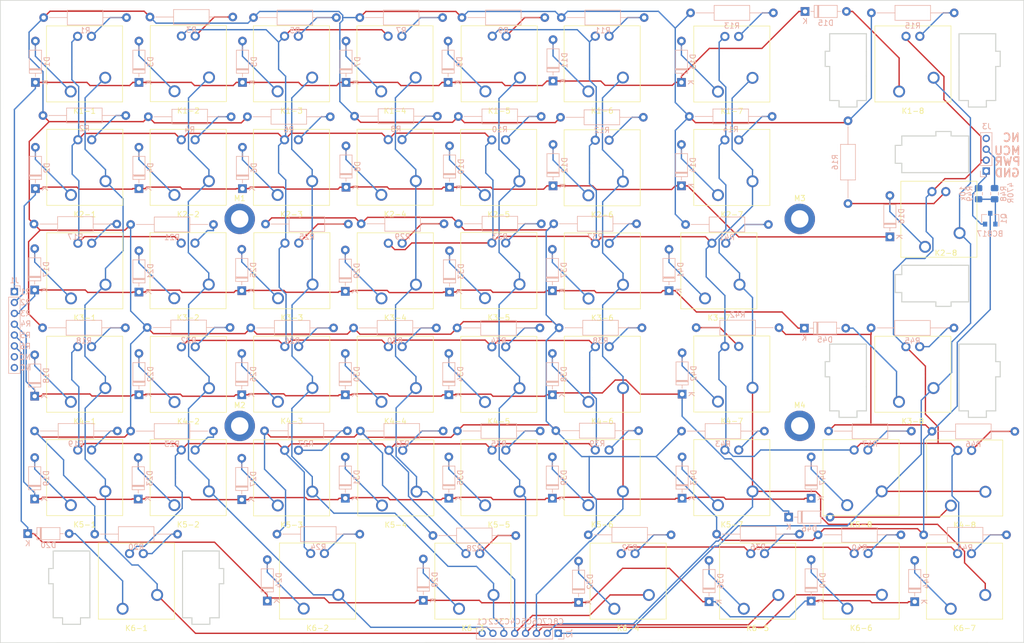
<source format=kicad_pcb>
(kicad_pcb (version 20171130) (host pcbnew 5.1.5+dfsg1-2build2)
  (layers (0 F.Cu signal hide) (31 B.Cu signal hide) (34 B.Paste user) (35 F.Paste user) (36 B.SilkS user) (37 F.SilkS user) (38 B.Mask user) (39 F.Mask user) (44 Edge.Cuts user))
  (net 0 "")
  (net 1 "Net-(K1-1-Pad3)")
  (net 2 "Net-(K1-2-Pad3)")
  (net 3 "Net-(K1-3-Pad3)")
  (net 4 "Net-(K1-4-Pad3)")
  (net 5 "Net-(K1-5-Pad3)")
  (net 6 "Net-(K1-6-Pad3)")
  (net 7 "Net-(K1-7-Pad3)")
  (net 8 "Net-(K1-8-Pad3)")
  (net 9 "Net-(K2-1-Pad3)")
  (net 10 "Net-(K2-2-Pad3)")
  (net 11 "Net-(K2-3-Pad3)")
  (net 12 "Net-(K2-4-Pad3)")
  (net 13 "Net-(K2-5-Pad3)")
  (net 14 "Net-(K2-7-Pad3)")
  (net 15 "Net-(K2-8-Pad3)")
  (net 16 "Net-(K2-6-Pad3)")
  (net 17 "Net-(D1-Pad2)")
  (net 18 ROW1)
  (net 19 "Net-(D2-Pad2)")
  (net 20 ROW2)
  (net 21 "Net-(D3-Pad2)")
  (net 22 "Net-(D4-Pad2)")
  (net 23 "Net-(D5-Pad2)")
  (net 24 "Net-(D6-Pad2)")
  (net 25 "Net-(D7-Pad2)")
  (net 26 "Net-(D8-Pad2)")
  (net 27 "Net-(D9-Pad2)")
  (net 28 "Net-(D10-Pad2)")
  (net 29 "Net-(D11-Pad2)")
  (net 30 "Net-(D12-Pad2)")
  (net 31 "Net-(D13-Pad2)")
  (net 32 "Net-(D14-Pad2)")
  (net 33 "Net-(D15-Pad2)")
  (net 34 "Net-(D16-Pad2)")
  (net 35 LED1-GND)
  (net 36 LED1-PWR)
  (net 37 "Net-(D17-Pad2)")
  (net 38 ROW3)
  (net 39 "Net-(D18-Pad2)")
  (net 40 ROW4)
  (net 41 "Net-(D19-Pad2)")
  (net 42 ROW5)
  (net 43 "Net-(D20-Pad2)")
  (net 44 ROW6)
  (net 45 "Net-(D21-Pad2)")
  (net 46 "Net-(D22-Pad2)")
  (net 47 "Net-(D23-Pad2)")
  (net 48 "Net-(D24-Pad2)")
  (net 49 "Net-(D25-Pad2)")
  (net 50 "Net-(D26-Pad2)")
  (net 51 "Net-(D27-Pad2)")
  (net 52 "Net-(D28-Pad2)")
  (net 53 "Net-(D29-Pad2)")
  (net 54 "Net-(D30-Pad2)")
  (net 55 "Net-(D31-Pad2)")
  (net 56 "Net-(D32-Pad2)")
  (net 57 "Net-(D33-Pad2)")
  (net 58 "Net-(D34-Pad2)")
  (net 59 "Net-(D35-Pad2)")
  (net 60 "Net-(D36-Pad2)")
  (net 61 "Net-(D37-Pad2)")
  (net 62 "Net-(D38-Pad2)")
  (net 63 "Net-(D39-Pad2)")
  (net 64 "Net-(D40-Pad2)")
  (net 65 "Net-(D41-Pad2)")
  (net 66 "Net-(D42-Pad2)")
  (net 67 "Net-(D43-Pad2)")
  (net 68 "Net-(D44-Pad2)")
  (net 69 "Net-(D45-Pad2)")
  (net 70 "Net-(D46-Pad2)")
  (net 71 "Net-(D47-Pad2)")
  (net 72 "Net-(K3-1-Pad3)")
  (net 73 "Net-(K3-2-Pad3)")
  (net 74 "Net-(K3-3-Pad3)")
  (net 75 "Net-(K3-4-Pad3)")
  (net 76 "Net-(K3-5-Pad3)")
  (net 77 "Net-(K3-6-Pad3)")
  (net 78 "Net-(K3-7-Pad3)")
  (net 79 "Net-(K3-8-Pad3)")
  (net 80 "Net-(K4-1-Pad3)")
  (net 81 "Net-(K4-2-Pad3)")
  (net 82 "Net-(K4-3-Pad3)")
  (net 83 "Net-(K4-4-Pad3)")
  (net 84 "Net-(K4-5-Pad3)")
  (net 85 "Net-(K4-6-Pad3)")
  (net 86 "Net-(K4-7-Pad3)")
  (net 87 "Net-(K4-8-Pad3)")
  (net 88 "Net-(K5-1-Pad3)")
  (net 89 "Net-(K5-2-Pad3)")
  (net 90 "Net-(K5-3-Pad3)")
  (net 91 "Net-(K5-4-Pad3)")
  (net 92 "Net-(K5-5-Pad3)")
  (net 93 "Net-(K5-6-Pad3)")
  (net 94 "Net-(K5-7-Pad3)")
  (net 95 "Net-(K5-8-Pad3)")
  (net 96 "Net-(K6-1-Pad3)")
  (net 97 "Net-(K6-2-Pad3)")
  (net 98 "Net-(K6-3-Pad3)")
  (net 99 "Net-(K6-4-Pad3)")
  (net 100 "Net-(K6-5-Pad3)")
  (net 101 "Net-(K6-6-Pad3)")
  (net 102 "Net-(K6-7-Pad3)")
  (net 103 COL1)
  (net 104 COL2)
  (net 105 COL3)
  (net 106 COL4)
  (net 107 COL5)
  (net 108 COL6)
  (net 109 COL7)
  (net 110 COL8)
  (net 111 GND)
  (net 112 "Net-(Q1-Pad1)")
  (net 113 MCU)
  (module MountingHole:MountingHole_3.2mm_M3_DIN965_Pad (layer F.Cu) (at 87.8891 87.8738)
    (fp_text reference M1 (at 0 -3.8) (layer F.SilkS))
    (fp_text value MountingHole_3.2mm_M3_DIN965_Pad)
    (pad 1 thru_hole circle (at 0 0) (size 5.6 5.6) (drill 3.2) (layers *.Cu *.Mask))
  )
  (module MountingHole:MountingHole_3.2mm_M3_DIN965_Pad (layer F.Cu) (at 87.8891 125.994)
    (fp_text reference M2 (at 0 -3.8) (layer F.SilkS))
    (fp_text value MountingHole_3.2mm_M3_DIN965_Pad)
    (pad 2 thru_hole circle (at 0 0) (size 5.6 5.6) (drill 3.2) (layers *.Cu *.Mask))
  )
  (module MountingHole:MountingHole_3.2mm_M3_DIN965_Pad (layer F.Cu) (at 190.932 125.984)
    (fp_text reference M4 (at 0 -3.8) (layer F.SilkS))
    (fp_text value MountingHole_3.2mm_M3_DIN965_Pad)
    (pad 4 thru_hole circle (at 0 0) (size 5.6 5.6) (drill 3.2) (layers *.Cu *.Mask))
  )
  (module MountingHole:MountingHole_3.2mm_M3_DIN965_Pad (layer F.Cu) (at 190.942 87.8789)
    (fp_text reference M3 (at 0 -3.8) (layer F.SilkS))
    (fp_text value MountingHole_3.2mm_M3_DIN965_Pad)
    (pad 3 thru_hole circle (at 0 0) (size 5.6 5.6) (drill 3.2) (layers *.Cu *.Mask))
  )
  (module MXfoot:CherryMX_1.50u_PCB_LED (layer F.Cu) (at 178.435 78.4098 180)
    (fp_text reference K2-7 (at 0 -8.6625) (layer F.SilkS))
    (fp_text value CherryMX_LED)
    (pad 4 thru_hole circle (at 1.27 5.08 180) (size 1.6906 1.6906) (drill 0.9906) (layers *.Cu *.Mask) (net 36 LED1-PWR))
    (pad 3 thru_hole circle (at -1.27 5.08 180) (size 1.6906 1.6906) (drill 0.9906) (layers *.Cu *.Mask) (net 14 "Net-(K2-7-Pad3)"))
    (pad 2 thru_hole circle (at 2.54 -5.08 180) (size 2.2 2.2) (drill 1.5) (layers *.Cu *.Mask) (net 32 "Net-(D14-Pad2)"))
    (pad 1 thru_hole circle (at -3.81 -2.54 180) (size 2.2 2.2) (drill 1.5) (layers *.Cu *.Mask) (net 109 COL7))
    (pad "" np_thru_hole circle (at 5.08 0 180) (size 1.75 1.75) (drill 1.75) (layers *.Cu *.Mask))
    (pad "" np_thru_hole circle (at -5.08 0 180) (size 1.75 1.75) (drill 1.75) (layers *.Cu *.Mask))
    (pad "" np_thru_hole circle (at 0 0 180) (size 4 4) (drill 4) (layers *.Cu *.Mask))
  )
  (module MXfoot:CherryMX_1.25u_PCB_LED (layer F.Cu) (at 176.047 97.4344 180)
    (fp_text reference K3-7 (at 0 -8.6625) (layer F.SilkS))
    (fp_text value CherryMX_LED)
    (pad 4 thru_hole circle (at 1.27 5.08 180) (size 1.6906 1.6906) (drill 0.9906) (layers *.Cu *.Mask) (net 36 LED1-PWR))
    (pad 3 thru_hole circle (at -1.27 5.08 180) (size 1.6906 1.6906) (drill 0.9906) (layers *.Cu *.Mask) (net 78 "Net-(K3-7-Pad3)"))
    (pad 2 thru_hole circle (at 2.54 -5.08 180) (size 2.2 2.2) (drill 1.5) (layers *.Cu *.Mask) (net 65 "Net-(D41-Pad2)"))
    (pad 1 thru_hole circle (at -3.81 -2.54 180) (size 2.2 2.2) (drill 1.5) (layers *.Cu *.Mask) (net 109 COL7))
    (pad "" np_thru_hole circle (at 5.08 0 180) (size 1.75 1.75) (drill 1.75) (layers *.Cu *.Mask))
    (pad "" np_thru_hole circle (at -5.08 0 180) (size 1.75 1.75) (drill 1.75) (layers *.Cu *.Mask))
    (pad "" np_thru_hole circle (at 0 0 180) (size 4 4) (drill 4) (layers *.Cu *.Mask))
  )
  (module Connector_PinHeader_2.00mm:PinHeader_1x04_P2.00mm_Vertical (layer B.Cu) (at 225.243 79.0524)
    (fp_text reference J3 (at 0.1016 -8.2042) (layer B.SilkS) (effects (justify mirror)))
    (fp_text value Conn_01x04_MountingPin)
    (pad 4 thru_hole oval (at 0 -6) (size 1.35 1.35) (drill 0.8) (layers *.Cu *.Mask))
    (pad 3 thru_hole oval (at 0 -4) (size 1.35 1.35) (drill 0.8) (layers *.Cu *.Mask) (net 113 MCU))
    (pad 2 thru_hole oval (at 0 -2) (size 1.35 1.35) (drill 0.8) (layers *.Cu *.Mask) (net 36 LED1-PWR))
    (pad 1 thru_hole rect (at 0 0) (size 1.35 1.35) (drill 0.8) (layers *.Cu *.Mask) (net 111 GND))
  )
  (module Resistor_SMD:R_0805_2012Metric_Pad1.15x1.40mm_HandSolder (layer B.Cu) (at 223.833 83.2326 270)
    (fp_text reference R49 (at 0 1.65 270) (layer B.SilkS) (effects (justify mirror)))
    (fp_text value 10k)
    (pad 2 smd roundrect (at 1.025 0 270) (size 1.15 1.4) (layers B.Cu B.Paste B.Mask) (roundrect_rratio 0.217391) (net 112 "Net-(Q1-Pad1)"))
    (pad 1 smd roundrect (at -1.025 0 270) (size 1.15 1.4) (layers B.Cu B.Paste B.Mask) (roundrect_rratio 0.217391) (net 111 GND))
  )
  (module Resistor_SMD:R_0805_2012Metric_Pad1.15x1.40mm_HandSolder (layer B.Cu) (at 226.783 83.2326 90)
    (fp_text reference R48 (at 0 1.65 270) (layer B.SilkS) (effects (justify mirror)))
    (fp_text value 470R)
    (pad 2 smd roundrect (at 1.025 0 90) (size 1.15 1.4) (layers B.Cu B.Paste B.Mask) (roundrect_rratio 0.217391) (net 113 MCU))
    (pad 1 smd roundrect (at -1.025 0 90) (size 1.15 1.4) (layers B.Cu B.Paste B.Mask) (roundrect_rratio 0.217391) (net 112 "Net-(Q1-Pad1)"))
  )
  (module Package_TO_SOT_SMD:SOT-23 (layer B.Cu) (at 225.983 87.8326 90)
    (fp_text reference Q1 (at 0 2.5 -90) (layer B.SilkS) (effects (justify mirror)))
    (fp_text value BC817)
    (pad 3 smd rect (at 1 0 90) (size 0.9 0.8) (layers B.Cu B.Paste B.Mask) (net 35 LED1-GND))
    (pad 2 smd rect (at -1 -0.95 90) (size 0.9 0.8) (layers B.Cu B.Paste B.Mask) (net 111 GND))
    (pad 1 smd rect (at -1 0.95 90) (size 0.9 0.8) (layers B.Cu B.Paste B.Mask) (net 112 "Net-(Q1-Pad1)"))
  )
  (module Connector_PinHeader_2.00mm:PinHeader_1x08_P2.00mm_Vertical (layer B.Cu) (at 146.482 164.186 90)
    (fp_text reference J2 (at 0 2.06 -90) (layer B.SilkS) (effects (justify mirror)))
    (fp_text value Conn_01x08_MountingPin)
    (pad 8 thru_hole oval (at 0 -14 90) (size 1.35 1.35) (drill 0.8) (layers *.Cu *.Mask) (net 103 COL1))
    (pad 7 thru_hole oval (at 0 -12 90) (size 1.35 1.35) (drill 0.8) (layers *.Cu *.Mask) (net 104 COL2))
    (pad 6 thru_hole oval (at 0 -10 90) (size 1.35 1.35) (drill 0.8) (layers *.Cu *.Mask) (net 105 COL3))
    (pad 5 thru_hole oval (at 0 -8 90) (size 1.35 1.35) (drill 0.8) (layers *.Cu *.Mask) (net 106 COL4))
    (pad 4 thru_hole oval (at 0 -6 90) (size 1.35 1.35) (drill 0.8) (layers *.Cu *.Mask) (net 107 COL5))
    (pad 3 thru_hole oval (at 0 -4 90) (size 1.35 1.35) (drill 0.8) (layers *.Cu *.Mask) (net 108 COL6))
    (pad 2 thru_hole oval (at 0 -2 90) (size 1.35 1.35) (drill 0.8) (layers *.Cu *.Mask) (net 109 COL7))
    (pad 1 thru_hole rect (at 0 0 90) (size 1.35 1.35) (drill 0.8) (layers *.Cu *.Mask) (net 110 COL8))
  )
  (module Connector_PinHeader_2.00mm:PinHeader_1x08_P2.00mm_Vertical (layer B.Cu) (at 46.4312 101.27 180)
    (fp_text reference J1 (at 0 2.06) (layer B.SilkS) (effects (justify mirror)))
    (fp_text value Conn_01x08_MountingPin)
    (pad 8 thru_hole oval (at 0 -14 180) (size 1.35 1.35) (drill 0.8) (layers *.Cu *.Mask))
    (pad 7 thru_hole oval (at 0 -12 180) (size 1.35 1.35) (drill 0.8) (layers *.Cu *.Mask))
    (pad 6 thru_hole oval (at 0 -10 180) (size 1.35 1.35) (drill 0.8) (layers *.Cu *.Mask) (net 44 ROW6))
    (pad 5 thru_hole oval (at 0 -8 180) (size 1.35 1.35) (drill 0.8) (layers *.Cu *.Mask) (net 42 ROW5))
    (pad 4 thru_hole oval (at 0 -6 180) (size 1.35 1.35) (drill 0.8) (layers *.Cu *.Mask) (net 40 ROW4))
    (pad 3 thru_hole oval (at 0 -4 180) (size 1.35 1.35) (drill 0.8) (layers *.Cu *.Mask) (net 38 ROW3))
    (pad 2 thru_hole oval (at 0 -2 180) (size 1.35 1.35) (drill 0.8) (layers *.Cu *.Mask) (net 20 ROW2))
    (pad 1 thru_hole rect (at 0 0 180) (size 1.35 1.35) (drill 0.8) (layers *.Cu *.Mask) (net 18 ROW1))
  )
  (module MXfoot:CherryMX_1.00u_PCB_LED (layer F.Cu) (at 221.259 154.584 180)
    (fp_text reference K6-7 (at 0 -8.6625) (layer F.SilkS))
    (fp_text value CherryMX_LED)
    (pad 4 thru_hole circle (at 1.27 5.08 180) (size 1.6906 1.6906) (drill 0.9906) (layers *.Cu *.Mask) (net 36 LED1-PWR))
    (pad 3 thru_hole circle (at -1.27 5.08 180) (size 1.6906 1.6906) (drill 0.9906) (layers *.Cu *.Mask) (net 102 "Net-(K6-7-Pad3)"))
    (pad 2 thru_hole circle (at 2.54 -5.08 180) (size 2.2 2.2) (drill 1.5) (layers *.Cu *.Mask) (net 68 "Net-(D44-Pad2)"))
    (pad 1 thru_hole circle (at -3.81 -2.54 180) (size 2.2 2.2) (drill 1.5) (layers *.Cu *.Mask) (net 109 COL7))
    (pad "" np_thru_hole circle (at 5.08 0 180) (size 1.75 1.75) (drill 1.75) (layers *.Cu *.Mask))
    (pad "" np_thru_hole circle (at -5.08 0 180) (size 1.75 1.75) (drill 1.75) (layers *.Cu *.Mask))
    (pad "" np_thru_hole circle (at 0 0 180) (size 4 4) (drill 4) (layers *.Cu *.Mask))
  )
  (module MXfoot:CherryMX_1.50u_PCB_LED (layer F.Cu) (at 159.36 154.584 180)
    (fp_text reference K6-4 (at 0 -8.6625) (layer F.SilkS))
    (fp_text value CherryMX_LED)
    (pad 4 thru_hole circle (at 1.27 5.08 180) (size 1.6906 1.6906) (drill 0.9906) (layers *.Cu *.Mask) (net 36 LED1-PWR))
    (pad 3 thru_hole circle (at -1.27 5.08 180) (size 1.6906 1.6906) (drill 0.9906) (layers *.Cu *.Mask) (net 99 "Net-(K6-4-Pad3)"))
    (pad 2 thru_hole circle (at 2.54 -5.08 180) (size 2.2 2.2) (drill 1.5) (layers *.Cu *.Mask) (net 56 "Net-(D32-Pad2)"))
    (pad 1 thru_hole circle (at -3.81 -2.54 180) (size 2.2 2.2) (drill 1.5) (layers *.Cu *.Mask) (net 106 COL4))
    (pad "" np_thru_hole circle (at 5.08 0 180) (size 1.75 1.75) (drill 1.75) (layers *.Cu *.Mask))
    (pad "" np_thru_hole circle (at -5.08 0 180) (size 1.75 1.75) (drill 1.75) (layers *.Cu *.Mask))
    (pad "" np_thru_hole circle (at 0 0 180) (size 4 4) (drill 4) (layers *.Cu *.Mask))
  )
  (module MXfoot:CherryMX_1.50u_PCB_LED (layer F.Cu) (at 130.785 154.584 180)
    (fp_text reference K6-3 (at 0 -8.6625) (layer F.SilkS))
    (fp_text value CherryMX_LED)
    (pad 4 thru_hole circle (at 1.27 5.08 180) (size 1.6906 1.6906) (drill 0.9906) (layers *.Cu *.Mask) (net 36 LED1-PWR))
    (pad 3 thru_hole circle (at -1.27 5.08 180) (size 1.6906 1.6906) (drill 0.9906) (layers *.Cu *.Mask) (net 98 "Net-(K6-3-Pad3)"))
    (pad 2 thru_hole circle (at 2.54 -5.08 180) (size 2.2 2.2) (drill 1.5) (layers *.Cu *.Mask) (net 52 "Net-(D28-Pad2)"))
    (pad 1 thru_hole circle (at -3.81 -2.54 180) (size 2.2 2.2) (drill 1.5) (layers *.Cu *.Mask) (net 105 COL3))
    (pad "" np_thru_hole circle (at 5.08 0 180) (size 1.75 1.75) (drill 1.75) (layers *.Cu *.Mask))
    (pad "" np_thru_hole circle (at -5.08 0 180) (size 1.75 1.75) (drill 1.75) (layers *.Cu *.Mask))
    (pad "" np_thru_hole circle (at 0 0 180) (size 4 4) (drill 4) (layers *.Cu *.Mask))
  )
  (module MXfoot:CherryMX_1.50u_PCB_LED (layer F.Cu) (at 102.21 154.559 180)
    (fp_text reference K6-2 (at 0 -8.6625) (layer F.SilkS))
    (fp_text value CherryMX_LED)
    (pad 4 thru_hole circle (at 1.27 5.08 180) (size 1.6906 1.6906) (drill 0.9906) (layers *.Cu *.Mask) (net 36 LED1-PWR))
    (pad 3 thru_hole circle (at -1.27 5.08 180) (size 1.6906 1.6906) (drill 0.9906) (layers *.Cu *.Mask) (net 97 "Net-(K6-2-Pad3)"))
    (pad 2 thru_hole circle (at 2.54 -5.08 180) (size 2.2 2.2) (drill 1.5) (layers *.Cu *.Mask) (net 48 "Net-(D24-Pad2)"))
    (pad 1 thru_hole circle (at -3.81 -2.54 180) (size 2.2 2.2) (drill 1.5) (layers *.Cu *.Mask) (net 104 COL2))
    (pad "" np_thru_hole circle (at 5.08 0 180) (size 1.75 1.75) (drill 1.75) (layers *.Cu *.Mask))
    (pad "" np_thru_hole circle (at -5.08 0 180) (size 1.75 1.75) (drill 1.75) (layers *.Cu *.Mask))
    (pad "" np_thru_hole circle (at 0 0 180) (size 4 4) (drill 4) (layers *.Cu *.Mask))
  )
  (module MXfoot:CherryMX_2.00u_PCB_LED (layer F.Cu) (at 68.8848 154.584 180)
    (fp_text reference K6-1 (at 0 -8.6625) (layer F.SilkS))
    (fp_text value CherryMX_LED)
    (pad 4 thru_hole circle (at 1.27 5.08 180) (size 1.6906 1.6906) (drill 0.9906) (layers *.Cu *.Mask) (net 36 LED1-PWR))
    (pad 3 thru_hole circle (at -1.27 5.08 180) (size 1.6906 1.6906) (drill 0.9906) (layers *.Cu *.Mask) (net 96 "Net-(K6-1-Pad3)"))
    (pad 2 thru_hole circle (at 2.54 -5.08 180) (size 2.2 2.2) (drill 1.5) (layers *.Cu *.Mask) (net 43 "Net-(D20-Pad2)"))
    (pad 1 thru_hole circle (at -3.81 -2.54 180) (size 2.2 2.2) (drill 1.5) (layers *.Cu *.Mask) (net 103 COL1))
    (pad "" np_thru_hole circle (at 5.08 0 180) (size 1.75 1.75) (drill 1.75) (layers *.Cu *.Mask))
    (pad "" np_thru_hole circle (at -5.08 0 180) (size 1.75 1.75) (drill 1.75) (layers *.Cu *.Mask))
    (pad "" np_thru_hole circle (at 0 0 180) (size 4 4) (drill 4) (layers *.Cu *.Mask))
  )
  (module MXfoot:CherryMX_1.00u_PCB_LED (layer F.Cu) (at 202.209 135.509 180)
    (fp_text reference K5-8 (at 0 -8.6625) (layer F.SilkS))
    (fp_text value CherryMX_LED)
    (pad 4 thru_hole circle (at 1.27 5.08 180) (size 1.6906 1.6906) (drill 0.9906) (layers *.Cu *.Mask) (net 36 LED1-PWR))
    (pad 3 thru_hole circle (at -1.27 5.08 180) (size 1.6906 1.6906) (drill 0.9906) (layers *.Cu *.Mask) (net 95 "Net-(K5-8-Pad3)"))
    (pad 2 thru_hole circle (at 2.54 -5.08 180) (size 2.2 2.2) (drill 1.5) (layers *.Cu *.Mask) (net 71 "Net-(D47-Pad2)"))
    (pad 1 thru_hole circle (at -3.81 -2.54 180) (size 2.2 2.2) (drill 1.5) (layers *.Cu *.Mask) (net 110 COL8))
    (pad "" np_thru_hole circle (at 5.08 0 180) (size 1.75 1.75) (drill 1.75) (layers *.Cu *.Mask))
    (pad "" np_thru_hole circle (at -5.08 0 180) (size 1.75 1.75) (drill 1.75) (layers *.Cu *.Mask))
    (pad "" np_thru_hole circle (at 0 0 180) (size 4 4) (drill 4) (layers *.Cu *.Mask))
  )
  (module MXfoot:CherryMX_2.00u_PCB_LED (layer F.Cu) (at 221.285 135.585 180)
    (fp_text reference K4-8 (at 0 -8.6625) (layer F.SilkS))
    (fp_text value CherryMX_LED)
    (pad 4 thru_hole circle (at 1.27 5.08 180) (size 1.6906 1.6906) (drill 0.9906) (layers *.Cu *.Mask) (net 36 LED1-PWR))
    (pad 3 thru_hole circle (at -1.27 5.08 180) (size 1.6906 1.6906) (drill 0.9906) (layers *.Cu *.Mask) (net 87 "Net-(K4-8-Pad3)"))
    (pad 2 thru_hole circle (at 2.54 -5.08 180) (size 2.2 2.2) (drill 1.5) (layers *.Cu *.Mask) (net 70 "Net-(D46-Pad2)"))
    (pad 1 thru_hole circle (at -3.81 -2.54 180) (size 2.2 2.2) (drill 1.5) (layers *.Cu *.Mask) (net 110 COL8))
    (pad "" np_thru_hole circle (at 5.08 0 180) (size 1.75 1.75) (drill 1.75) (layers *.Cu *.Mask))
    (pad "" np_thru_hole circle (at -5.08 0 180) (size 1.75 1.75) (drill 1.75) (layers *.Cu *.Mask))
    (pad "" np_thru_hole circle (at 0 0 180) (size 4 4) (drill 4) (layers *.Cu *.Mask))
  )
  (module MXfoot:CherryMX_1.00u_PCB_LED (layer F.Cu) (at 211.734 116.484 180)
    (fp_text reference K3-8 (at 0 -8.6625) (layer F.SilkS))
    (fp_text value CherryMX_LED)
    (pad 4 thru_hole circle (at 1.27 5.08 180) (size 1.6906 1.6906) (drill 0.9906) (layers *.Cu *.Mask) (net 36 LED1-PWR))
    (pad 3 thru_hole circle (at -1.27 5.08 180) (size 1.6906 1.6906) (drill 0.9906) (layers *.Cu *.Mask) (net 79 "Net-(K3-8-Pad3)"))
    (pad 2 thru_hole circle (at 2.54 -5.08 180) (size 2.2 2.2) (drill 1.5) (layers *.Cu *.Mask) (net 69 "Net-(D45-Pad2)"))
    (pad 1 thru_hole circle (at -3.81 -2.54 180) (size 2.2 2.2) (drill 1.5) (layers *.Cu *.Mask) (net 110 COL8))
    (pad "" np_thru_hole circle (at 5.08 0 180) (size 1.75 1.75) (drill 1.75) (layers *.Cu *.Mask))
    (pad "" np_thru_hole circle (at -5.08 0 180) (size 1.75 1.75) (drill 1.75) (layers *.Cu *.Mask))
    (pad "" np_thru_hole circle (at 0 0 180) (size 4 4) (drill 4) (layers *.Cu *.Mask))
  )
  (module Resistor_THT:R_Axial_DIN0207_L6.3mm_D2.5mm_P15.24mm_Horizontal (layer B.Cu) (at 204.064 107.95)
    (fp_text reference R45 (at 7.62 2.37) (layer B.SilkS) (effects (justify mirror)))
    (fp_text value R)
    (pad 2 thru_hole oval (at 15.24 0) (size 1.6 1.6) (drill 0.8) (layers *.Cu *.Mask) (net 79 "Net-(K3-8-Pad3)"))
    (pad 1 thru_hole circle (at 0 0) (size 1.6 1.6) (drill 0.8) (layers *.Cu *.Mask) (net 35 LED1-GND))
  )
  (module Diode_THT:D_DO-35_SOD27_P7.62mm_Horizontal (layer B.Cu) (at 191.778 107.996)
    (fp_text reference D45 (at 3.81 2.12) (layer B.SilkS) (effects (justify mirror)))
    (fp_text value 1N4148)
    (fp_text user K (at 0 1.8) (layer B.SilkS) (effects (justify mirror)))
    (pad 2 thru_hole oval (at 7.62 0) (size 1.6 1.6) (drill 0.8) (layers *.Cu *.Mask) (net 69 "Net-(D45-Pad2)"))
    (pad 1 thru_hole rect (at 0 0) (size 1.6 1.6) (drill 0.8) (layers *.Cu *.Mask) (net 38 ROW3))
  )
  (module Resistor_THT:R_Axial_DIN0207_L6.3mm_D2.5mm_P15.24mm_Horizontal (layer B.Cu) (at 196.24 126.949)
    (fp_text reference R47 (at 7.62 2.37) (layer B.SilkS) (effects (justify mirror)))
    (fp_text value R)
    (pad 2 thru_hole oval (at 15.24 0) (size 1.6 1.6) (drill 0.8) (layers *.Cu *.Mask) (net 95 "Net-(K5-8-Pad3)"))
    (pad 1 thru_hole circle (at 0 0) (size 1.6 1.6) (drill 0.8) (layers *.Cu *.Mask) (net 35 LED1-GND))
  )
  (module Resistor_THT:R_Axial_DIN0207_L6.3mm_D2.5mm_P15.24mm_Horizontal (layer B.Cu) (at 215.265 127)
    (fp_text reference R46 (at 7.62 2.37) (layer B.SilkS) (effects (justify mirror)))
    (fp_text value R)
    (pad 2 thru_hole oval (at 15.24 0) (size 1.6 1.6) (drill 0.8) (layers *.Cu *.Mask) (net 87 "Net-(K4-8-Pad3)"))
    (pad 1 thru_hole circle (at 0 0) (size 1.6 1.6) (drill 0.8) (layers *.Cu *.Mask) (net 35 LED1-GND))
  )
  (module Resistor_THT:R_Axial_DIN0207_L6.3mm_D2.5mm_P15.24mm_Horizontal (layer B.Cu) (at 213.741 146.05)
    (fp_text reference R44 (at 7.62 2.37) (layer B.SilkS) (effects (justify mirror)))
    (fp_text value R)
    (pad 2 thru_hole oval (at 15.24 0) (size 1.6 1.6) (drill 0.8) (layers *.Cu *.Mask) (net 102 "Net-(K6-7-Pad3)"))
    (pad 1 thru_hole circle (at 0 0) (size 1.6 1.6) (drill 0.8) (layers *.Cu *.Mask) (net 35 LED1-GND))
  )
  (module Resistor_THT:R_Axial_DIN0207_L6.3mm_D2.5mm_P15.24mm_Horizontal (layer B.Cu) (at 169.189 126.949)
    (fp_text reference R43 (at 7.62 2.37) (layer B.SilkS) (effects (justify mirror)))
    (fp_text value R)
    (pad 2 thru_hole oval (at 15.24 0) (size 1.6 1.6) (drill 0.8) (layers *.Cu *.Mask) (net 94 "Net-(K5-7-Pad3)"))
    (pad 1 thru_hole circle (at 0 0) (size 1.6 1.6) (drill 0.8) (layers *.Cu *.Mask) (net 35 LED1-GND))
  )
  (module Resistor_THT:R_Axial_DIN0207_L6.3mm_D2.5mm_P15.24mm_Horizontal (layer B.Cu) (at 187.122 107.899 180)
    (fp_text reference R42 (at 7.62 2.37) (layer B.SilkS) (effects (justify mirror)))
    (fp_text value R)
    (pad 2 thru_hole oval (at 15.24 0 180) (size 1.6 1.6) (drill 0.8) (layers *.Cu *.Mask) (net 86 "Net-(K4-7-Pad3)"))
    (pad 1 thru_hole circle (at 0 0 180) (size 1.6 1.6) (drill 0.8) (layers *.Cu *.Mask) (net 35 LED1-GND))
  )
  (module Resistor_THT:R_Axial_DIN0207_L6.3mm_D2.5mm_P15.24mm_Horizontal (layer B.Cu) (at 169.926 88.9)
    (fp_text reference R41 (at 7.62 2.37) (layer B.SilkS) (effects (justify mirror)))
    (fp_text value R)
    (pad 2 thru_hole oval (at 15.24 0) (size 1.6 1.6) (drill 0.8) (layers *.Cu *.Mask) (net 78 "Net-(K3-7-Pad3)"))
    (pad 1 thru_hole circle (at 0 0) (size 1.6 1.6) (drill 0.8) (layers *.Cu *.Mask) (net 35 LED1-GND))
  )
  (module Resistor_THT:R_Axial_DIN0207_L6.3mm_D2.5mm_P15.24mm_Horizontal (layer B.Cu) (at 194.31 146.05)
    (fp_text reference R40 (at 7.62 2.37) (layer B.SilkS) (effects (justify mirror)))
    (fp_text value R)
    (pad 2 thru_hole oval (at 15.24 0) (size 1.6 1.6) (drill 0.8) (layers *.Cu *.Mask) (net 101 "Net-(K6-6-Pad3)"))
    (pad 1 thru_hole circle (at 0 0) (size 1.6 1.6) (drill 0.8) (layers *.Cu *.Mask) (net 35 LED1-GND))
  )
  (module Resistor_THT:R_Axial_DIN0207_L6.3mm_D2.5mm_P15.24mm_Horizontal (layer B.Cu) (at 146.05 126.873)
    (fp_text reference R39 (at 7.62 2.37) (layer B.SilkS) (effects (justify mirror)))
    (fp_text value R)
    (pad 2 thru_hole oval (at 15.24 0) (size 1.6 1.6) (drill 0.8) (layers *.Cu *.Mask) (net 93 "Net-(K5-6-Pad3)"))
    (pad 1 thru_hole circle (at 0 0) (size 1.6 1.6) (drill 0.8) (layers *.Cu *.Mask) (net 35 LED1-GND))
  )
  (module Resistor_THT:R_Axial_DIN0207_L6.3mm_D2.5mm_P15.24mm_Horizontal (layer B.Cu) (at 146.66 107.925)
    (fp_text reference R38 (at 7.62 2.37) (layer B.SilkS) (effects (justify mirror)))
    (fp_text value R)
    (pad 2 thru_hole oval (at 15.24 0) (size 1.6 1.6) (drill 0.8) (layers *.Cu *.Mask) (net 85 "Net-(K4-6-Pad3)"))
    (pad 1 thru_hole circle (at 0 0) (size 1.6 1.6) (drill 0.8) (layers *.Cu *.Mask) (net 35 LED1-GND))
  )
  (module Resistor_THT:R_Axial_DIN0207_L6.3mm_D2.5mm_P15.24mm_Horizontal (layer B.Cu) (at 145.669 88.773)
    (fp_text reference R37 (at 7.62 2.37) (layer B.SilkS) (effects (justify mirror)))
    (fp_text value R)
    (pad 2 thru_hole oval (at 15.24 0) (size 1.6 1.6) (drill 0.8) (layers *.Cu *.Mask) (net 77 "Net-(K3-6-Pad3)"))
    (pad 1 thru_hole circle (at 0 0) (size 1.6 1.6) (drill 0.8) (layers *.Cu *.Mask) (net 35 LED1-GND))
  )
  (module Resistor_THT:R_Axial_DIN0207_L6.3mm_D2.5mm_P15.24mm_Horizontal (layer B.Cu) (at 175.641 145.923)
    (fp_text reference R36 (at 7.62 2.37) (layer B.SilkS) (effects (justify mirror)))
    (fp_text value R)
    (pad 2 thru_hole oval (at 15.24 0) (size 1.6 1.6) (drill 0.8) (layers *.Cu *.Mask) (net 100 "Net-(K6-5-Pad3)"))
    (pad 1 thru_hole circle (at 0 0) (size 1.6 1.6) (drill 0.8) (layers *.Cu *.Mask) (net 35 LED1-GND))
  )
  (module Resistor_THT:R_Axial_DIN0207_L6.3mm_D2.5mm_P15.24mm_Horizontal (layer B.Cu) (at 127.94 126.924)
    (fp_text reference R35 (at 7.62 2.37) (layer B.SilkS) (effects (justify mirror)))
    (fp_text value R)
    (pad 2 thru_hole oval (at 15.24 0) (size 1.6 1.6) (drill 0.8) (layers *.Cu *.Mask) (net 92 "Net-(K5-5-Pad3)"))
    (pad 1 thru_hole circle (at 0 0) (size 1.6 1.6) (drill 0.8) (layers *.Cu *.Mask) (net 35 LED1-GND))
  )
  (module Resistor_THT:R_Axial_DIN0207_L6.3mm_D2.5mm_P15.24mm_Horizontal (layer B.Cu) (at 127.889 107.95)
    (fp_text reference R34 (at 7.62 2.37) (layer B.SilkS) (effects (justify mirror)))
    (fp_text value R)
    (pad 2 thru_hole oval (at 15.24 0) (size 1.6 1.6) (drill 0.8) (layers *.Cu *.Mask) (net 84 "Net-(K4-5-Pad3)"))
    (pad 1 thru_hole circle (at 0 0) (size 1.6 1.6) (drill 0.8) (layers *.Cu *.Mask) (net 35 LED1-GND))
  )
  (module Resistor_THT:R_Axial_DIN0207_L6.3mm_D2.5mm_P15.24mm_Horizontal (layer B.Cu) (at 128.143 88.773)
    (fp_text reference R33 (at 7.62 2.37) (layer B.SilkS) (effects (justify mirror)))
    (fp_text value R)
    (pad 2 thru_hole oval (at 15.24 0) (size 1.6 1.6) (drill 0.8) (layers *.Cu *.Mask) (net 76 "Net-(K3-5-Pad3)"))
    (pad 1 thru_hole circle (at 0 0) (size 1.6 1.6) (drill 0.8) (layers *.Cu *.Mask) (net 35 LED1-GND))
  )
  (module Resistor_THT:R_Axial_DIN0207_L6.3mm_D2.5mm_P15.24mm_Horizontal (layer B.Cu) (at 152.019 146.05)
    (fp_text reference R32 (at 7.62 2.37) (layer B.SilkS) (effects (justify mirror)))
    (fp_text value R)
    (pad 2 thru_hole oval (at 15.24 0) (size 1.6 1.6) (drill 0.8) (layers *.Cu *.Mask) (net 99 "Net-(K6-4-Pad3)"))
    (pad 1 thru_hole circle (at 0 0) (size 1.6 1.6) (drill 0.8) (layers *.Cu *.Mask) (net 35 LED1-GND))
  )
  (module Resistor_THT:R_Axial_DIN0207_L6.3mm_D2.5mm_P15.24mm_Horizontal (layer B.Cu) (at 110.084 126.924)
    (fp_text reference R31 (at 7.62 2.37) (layer B.SilkS) (effects (justify mirror)))
    (fp_text value R)
    (pad 2 thru_hole oval (at 15.24 0) (size 1.6 1.6) (drill 0.8) (layers *.Cu *.Mask) (net 91 "Net-(K5-4-Pad3)"))
    (pad 1 thru_hole circle (at 0 0) (size 1.6 1.6) (drill 0.8) (layers *.Cu *.Mask) (net 35 LED1-GND))
  )
  (module Resistor_THT:R_Axial_DIN0207_L6.3mm_D2.5mm_P15.24mm_Horizontal (layer B.Cu) (at 108.839 107.95)
    (fp_text reference R30 (at 7.62 2.37) (layer B.SilkS) (effects (justify mirror)))
    (fp_text value R)
    (pad 2 thru_hole oval (at 15.24 0) (size 1.6 1.6) (drill 0.8) (layers *.Cu *.Mask) (net 83 "Net-(K4-4-Pad3)"))
    (pad 1 thru_hole circle (at 0 0) (size 1.6 1.6) (drill 0.8) (layers *.Cu *.Mask) (net 35 LED1-GND))
  )
  (module Resistor_THT:R_Axial_DIN0207_L6.3mm_D2.5mm_P15.24mm_Horizontal (layer B.Cu) (at 110.236 88.773)
    (fp_text reference R29 (at 7.62 2.37) (layer B.SilkS) (effects (justify mirror)))
    (fp_text value R)
    (pad 2 thru_hole oval (at 15.24 0) (size 1.6 1.6) (drill 0.8) (layers *.Cu *.Mask) (net 75 "Net-(K3-4-Pad3)"))
    (pad 1 thru_hole circle (at 0 0) (size 1.6 1.6) (drill 0.8) (layers *.Cu *.Mask) (net 35 LED1-GND))
  )
  (module Resistor_THT:R_Axial_DIN0207_L6.3mm_D2.5mm_P15.24mm_Horizontal (layer B.Cu) (at 123.444 146.177)
    (fp_text reference R28 (at 7.62 2.37) (layer B.SilkS) (effects (justify mirror)))
    (fp_text value R)
    (pad 2 thru_hole oval (at 15.24 0) (size 1.6 1.6) (drill 0.8) (layers *.Cu *.Mask) (net 98 "Net-(K6-3-Pad3)"))
    (pad 1 thru_hole circle (at 0 0) (size 1.6 1.6) (drill 0.8) (layers *.Cu *.Mask) (net 35 LED1-GND))
  )
  (module Resistor_THT:R_Axial_DIN0207_L6.3mm_D2.5mm_P15.24mm_Horizontal (layer B.Cu) (at 92.456 126.898)
    (fp_text reference R27 (at 7.62 2.37) (layer B.SilkS) (effects (justify mirror)))
    (fp_text value R)
    (pad 2 thru_hole oval (at 15.24 0) (size 1.6 1.6) (drill 0.8) (layers *.Cu *.Mask) (net 90 "Net-(K5-3-Pad3)"))
    (pad 1 thru_hole circle (at 0 0) (size 1.6 1.6) (drill 0.8) (layers *.Cu *.Mask) (net 35 LED1-GND))
  )
  (module Resistor_THT:R_Axial_DIN0207_L6.3mm_D2.5mm_P15.24mm_Horizontal (layer B.Cu) (at 89.916 107.95)
    (fp_text reference R26 (at 7.62 2.37) (layer B.SilkS) (effects (justify mirror)))
    (fp_text value R)
    (pad 2 thru_hole oval (at 15.24 0) (size 1.6 1.6) (drill 0.8) (layers *.Cu *.Mask) (net 82 "Net-(K4-3-Pad3)"))
    (pad 1 thru_hole circle (at 0 0) (size 1.6 1.6) (drill 0.8) (layers *.Cu *.Mask) (net 35 LED1-GND))
  )
  (module Resistor_THT:R_Axial_DIN0207_L6.3mm_D2.5mm_P15.24mm_Horizontal (layer B.Cu) (at 92.6338 88.8238)
    (fp_text reference R25 (at 7.62 2.37) (layer B.SilkS) (effects (justify mirror)))
    (fp_text value R)
    (pad 2 thru_hole oval (at 15.24 0) (size 1.6 1.6) (drill 0.8) (layers *.Cu *.Mask) (net 74 "Net-(K3-3-Pad3)"))
    (pad 1 thru_hole circle (at 0 0) (size 1.6 1.6) (drill 0.8) (layers *.Cu *.Mask) (net 35 LED1-GND))
  )
  (module Resistor_THT:R_Axial_DIN0207_L6.3mm_D2.5mm_P15.24mm_Horizontal (layer B.Cu) (at 94.742 145.923)
    (fp_text reference R24 (at 7.62 2.37) (layer B.SilkS) (effects (justify mirror)))
    (fp_text value R)
    (pad 2 thru_hole oval (at 15.24 0) (size 1.6 1.6) (drill 0.8) (layers *.Cu *.Mask) (net 97 "Net-(K6-2-Pad3)"))
    (pad 1 thru_hole circle (at 0 0) (size 1.6 1.6) (drill 0.8) (layers *.Cu *.Mask) (net 35 LED1-GND))
  )
  (module Resistor_THT:R_Axial_DIN0207_L6.3mm_D2.5mm_P15.24mm_Horizontal (layer B.Cu) (at 67.818 126.949)
    (fp_text reference R23 (at 7.62 2.37) (layer B.SilkS) (effects (justify mirror)))
    (fp_text value R)
    (pad 2 thru_hole oval (at 15.24 0) (size 1.6 1.6) (drill 0.8) (layers *.Cu *.Mask) (net 89 "Net-(K5-2-Pad3)"))
    (pad 1 thru_hole circle (at 0 0) (size 1.6 1.6) (drill 0.8) (layers *.Cu *.Mask) (net 35 LED1-GND))
  )
  (module Resistor_THT:R_Axial_DIN0207_L6.3mm_D2.5mm_P15.24mm_Horizontal (layer B.Cu) (at 70.866 107.874)
    (fp_text reference R22 (at 7.62 2.37) (layer B.SilkS) (effects (justify mirror)))
    (fp_text value R)
    (pad 2 thru_hole oval (at 15.24 0) (size 1.6 1.6) (drill 0.8) (layers *.Cu *.Mask) (net 81 "Net-(K4-2-Pad3)"))
    (pad 1 thru_hole circle (at 0 0) (size 1.6 1.6) (drill 0.8) (layers *.Cu *.Mask) (net 35 LED1-GND))
  )
  (module Resistor_THT:R_Axial_DIN0207_L6.3mm_D2.5mm_P15.24mm_Horizontal (layer B.Cu) (at 67.818 88.9)
    (fp_text reference R21 (at 7.62 2.37) (layer B.SilkS) (effects (justify mirror)))
    (fp_text value R)
    (pad 2 thru_hole oval (at 15.24 0) (size 1.6 1.6) (drill 0.8) (layers *.Cu *.Mask) (net 73 "Net-(K3-2-Pad3)"))
    (pad 1 thru_hole circle (at 0 0) (size 1.6 1.6) (drill 0.8) (layers *.Cu *.Mask) (net 35 LED1-GND))
  )
  (module Resistor_THT:R_Axial_DIN0207_L6.3mm_D2.5mm_P15.24mm_Horizontal (layer B.Cu) (at 61.214 145.923)
    (fp_text reference R20 (at 7.62 2.37) (layer B.SilkS) (effects (justify mirror)))
    (fp_text value R)
    (pad 2 thru_hole oval (at 15.24 0) (size 1.6 1.6) (drill 0.8) (layers *.Cu *.Mask) (net 96 "Net-(K6-1-Pad3)"))
    (pad 1 thru_hole circle (at 0 0) (size 1.6 1.6) (drill 0.8) (layers *.Cu *.Mask) (net 35 LED1-GND))
  )
  (module Resistor_THT:R_Axial_DIN0207_L6.3mm_D2.5mm_P15.24mm_Horizontal (layer B.Cu) (at 50.1396 126.924)
    (fp_text reference R19 (at 7.62 2.37) (layer B.SilkS) (effects (justify mirror)))
    (fp_text value R)
    (pad 2 thru_hole oval (at 15.24 0) (size 1.6 1.6) (drill 0.8) (layers *.Cu *.Mask) (net 88 "Net-(K5-1-Pad3)"))
    (pad 1 thru_hole circle (at 0 0) (size 1.6 1.6) (drill 0.8) (layers *.Cu *.Mask) (net 35 LED1-GND))
  )
  (module Resistor_THT:R_Axial_DIN0207_L6.3mm_D2.5mm_P15.24mm_Horizontal (layer B.Cu) (at 51.6128 107.925)
    (fp_text reference R18 (at 7.62 2.37) (layer B.SilkS) (effects (justify mirror)))
    (fp_text value R)
    (pad 2 thru_hole oval (at 15.24 0) (size 1.6 1.6) (drill 0.8) (layers *.Cu *.Mask) (net 80 "Net-(K4-1-Pad3)"))
    (pad 1 thru_hole circle (at 0 0) (size 1.6 1.6) (drill 0.8) (layers *.Cu *.Mask) (net 35 LED1-GND))
  )
  (module Resistor_THT:R_Axial_DIN0207_L6.3mm_D2.5mm_P15.24mm_Horizontal (layer B.Cu) (at 50.038 88.8238)
    (fp_text reference R17 (at 7.62 2.37) (layer B.SilkS) (effects (justify mirror)))
    (fp_text value R)
    (pad 2 thru_hole oval (at 15.24 0) (size 1.6 1.6) (drill 0.8) (layers *.Cu *.Mask) (net 72 "Net-(K3-1-Pad3)"))
    (pad 1 thru_hole circle (at 0 0) (size 1.6 1.6) (drill 0.8) (layers *.Cu *.Mask) (net 35 LED1-GND))
  )
  (module MXfoot:CherryMX_1.50u_PCB_LED (layer F.Cu) (at 178.435 135.509 180)
    (fp_text reference K5-7 (at 0 -8.6625) (layer F.SilkS))
    (fp_text value CherryMX_LED)
    (pad 4 thru_hole circle (at 1.27 5.08 180) (size 1.6906 1.6906) (drill 0.9906) (layers *.Cu *.Mask) (net 36 LED1-PWR))
    (pad 3 thru_hole circle (at -1.27 5.08 180) (size 1.6906 1.6906) (drill 0.9906) (layers *.Cu *.Mask) (net 94 "Net-(K5-7-Pad3)"))
    (pad 2 thru_hole circle (at 2.54 -5.08 180) (size 2.2 2.2) (drill 1.5) (layers *.Cu *.Mask) (net 67 "Net-(D43-Pad2)"))
    (pad 1 thru_hole circle (at -3.81 -2.54 180) (size 2.2 2.2) (drill 1.5) (layers *.Cu *.Mask) (net 109 COL7))
    (pad "" np_thru_hole circle (at 5.08 0 180) (size 1.75 1.75) (drill 1.75) (layers *.Cu *.Mask))
    (pad "" np_thru_hole circle (at -5.08 0 180) (size 1.75 1.75) (drill 1.75) (layers *.Cu *.Mask))
    (pad "" np_thru_hole circle (at 0 0 180) (size 4 4) (drill 4) (layers *.Cu *.Mask))
  )
  (module MXfoot:CherryMX_1.50u_PCB_LED (layer F.Cu) (at 178.435 116.434 180)
    (fp_text reference K4-7 (at 0 -8.6625) (layer F.SilkS))
    (fp_text value CherryMX_LED)
    (pad 4 thru_hole circle (at 1.27 5.08 180) (size 1.6906 1.6906) (drill 0.9906) (layers *.Cu *.Mask) (net 36 LED1-PWR))
    (pad 3 thru_hole circle (at -1.27 5.08 180) (size 1.6906 1.6906) (drill 0.9906) (layers *.Cu *.Mask) (net 86 "Net-(K4-7-Pad3)"))
    (pad 2 thru_hole circle (at 2.54 -5.08 180) (size 2.2 2.2) (drill 1.5) (layers *.Cu *.Mask) (net 66 "Net-(D42-Pad2)"))
    (pad 1 thru_hole circle (at -3.81 -2.54 180) (size 2.2 2.2) (drill 1.5) (layers *.Cu *.Mask) (net 109 COL7))
    (pad "" np_thru_hole circle (at 5.08 0 180) (size 1.75 1.75) (drill 1.75) (layers *.Cu *.Mask))
    (pad "" np_thru_hole circle (at -5.08 0 180) (size 1.75 1.75) (drill 1.75) (layers *.Cu *.Mask))
    (pad "" np_thru_hole circle (at 0 0 180) (size 4 4) (drill 4) (layers *.Cu *.Mask))
  )
  (module MXfoot:CherryMX_1.00u_PCB_LED (layer F.Cu) (at 202.235 154.559 180)
    (fp_text reference K6-6 (at 0 -8.6625) (layer F.SilkS))
    (fp_text value CherryMX_LED)
    (pad 4 thru_hole circle (at 1.27 5.08 180) (size 1.6906 1.6906) (drill 0.9906) (layers *.Cu *.Mask) (net 36 LED1-PWR))
    (pad 3 thru_hole circle (at -1.27 5.08 180) (size 1.6906 1.6906) (drill 0.9906) (layers *.Cu *.Mask) (net 101 "Net-(K6-6-Pad3)"))
    (pad 2 thru_hole circle (at 2.54 -5.08 180) (size 2.2 2.2) (drill 1.5) (layers *.Cu *.Mask) (net 64 "Net-(D40-Pad2)"))
    (pad 1 thru_hole circle (at -3.81 -2.54 180) (size 2.2 2.2) (drill 1.5) (layers *.Cu *.Mask) (net 108 COL6))
    (pad "" np_thru_hole circle (at 5.08 0 180) (size 1.75 1.75) (drill 1.75) (layers *.Cu *.Mask))
    (pad "" np_thru_hole circle (at -5.08 0 180) (size 1.75 1.75) (drill 1.75) (layers *.Cu *.Mask))
    (pad "" np_thru_hole circle (at 0 0 180) (size 4 4) (drill 4) (layers *.Cu *.Mask))
  )
  (module MXfoot:CherryMX_1.00u_PCB_LED (layer F.Cu) (at 154.584 135.509 180)
    (fp_text reference K5-6 (at 0 -8.6625) (layer F.SilkS))
    (fp_text value CherryMX_LED)
    (pad 4 thru_hole circle (at 1.27 5.08 180) (size 1.6906 1.6906) (drill 0.9906) (layers *.Cu *.Mask) (net 36 LED1-PWR))
    (pad 3 thru_hole circle (at -1.27 5.08 180) (size 1.6906 1.6906) (drill 0.9906) (layers *.Cu *.Mask) (net 93 "Net-(K5-6-Pad3)"))
    (pad 2 thru_hole circle (at 2.54 -5.08 180) (size 2.2 2.2) (drill 1.5) (layers *.Cu *.Mask) (net 63 "Net-(D39-Pad2)"))
    (pad 1 thru_hole circle (at -3.81 -2.54 180) (size 2.2 2.2) (drill 1.5) (layers *.Cu *.Mask) (net 108 COL6))
    (pad "" np_thru_hole circle (at 5.08 0 180) (size 1.75 1.75) (drill 1.75) (layers *.Cu *.Mask))
    (pad "" np_thru_hole circle (at -5.08 0 180) (size 1.75 1.75) (drill 1.75) (layers *.Cu *.Mask))
    (pad "" np_thru_hole circle (at 0 0 180) (size 4 4) (drill 4) (layers *.Cu *.Mask))
  )
  (module MXfoot:CherryMX_1.00u_PCB_LED (layer F.Cu) (at 154.61 116.484 180)
    (fp_text reference K4-6 (at 0 -8.6625) (layer F.SilkS))
    (fp_text value CherryMX_LED)
    (pad 4 thru_hole circle (at 1.27 5.08 180) (size 1.6906 1.6906) (drill 0.9906) (layers *.Cu *.Mask) (net 36 LED1-PWR))
    (pad 3 thru_hole circle (at -1.27 5.08 180) (size 1.6906 1.6906) (drill 0.9906) (layers *.Cu *.Mask) (net 85 "Net-(K4-6-Pad3)"))
    (pad 2 thru_hole circle (at 2.54 -5.08 180) (size 2.2 2.2) (drill 1.5) (layers *.Cu *.Mask) (net 62 "Net-(D38-Pad2)"))
    (pad 1 thru_hole circle (at -3.81 -2.54 180) (size 2.2 2.2) (drill 1.5) (layers *.Cu *.Mask) (net 108 COL6))
    (pad "" np_thru_hole circle (at 5.08 0 180) (size 1.75 1.75) (drill 1.75) (layers *.Cu *.Mask))
    (pad "" np_thru_hole circle (at -5.08 0 180) (size 1.75 1.75) (drill 1.75) (layers *.Cu *.Mask))
    (pad "" np_thru_hole circle (at 0 0 180) (size 4 4) (drill 4) (layers *.Cu *.Mask))
  )
  (module MXfoot:CherryMX_1.00u_PCB_LED (layer F.Cu) (at 154.61 97.4598 180)
    (fp_text reference K3-6 (at 0 -8.6625) (layer F.SilkS))
    (fp_text value CherryMX_LED)
    (pad 4 thru_hole circle (at 1.27 5.08 180) (size 1.6906 1.6906) (drill 0.9906) (layers *.Cu *.Mask) (net 36 LED1-PWR))
    (pad 3 thru_hole circle (at -1.27 5.08 180) (size 1.6906 1.6906) (drill 0.9906) (layers *.Cu *.Mask) (net 77 "Net-(K3-6-Pad3)"))
    (pad 2 thru_hole circle (at 2.54 -5.08 180) (size 2.2 2.2) (drill 1.5) (layers *.Cu *.Mask) (net 61 "Net-(D37-Pad2)"))
    (pad 1 thru_hole circle (at -3.81 -2.54 180) (size 2.2 2.2) (drill 1.5) (layers *.Cu *.Mask) (net 108 COL6))
    (pad "" np_thru_hole circle (at 5.08 0 180) (size 1.75 1.75) (drill 1.75) (layers *.Cu *.Mask))
    (pad "" np_thru_hole circle (at -5.08 0 180) (size 1.75 1.75) (drill 1.75) (layers *.Cu *.Mask))
    (pad "" np_thru_hole circle (at 0 0 180) (size 4 4) (drill 4) (layers *.Cu *.Mask))
  )
  (module MXfoot:CherryMX_1.00u_PCB_LED (layer F.Cu) (at 183.185 154.584 180)
    (fp_text reference K6-5 (at 0 -8.6625) (layer F.SilkS))
    (fp_text value CherryMX_LED)
    (pad 4 thru_hole circle (at 1.27 5.08 180) (size 1.6906 1.6906) (drill 0.9906) (layers *.Cu *.Mask) (net 36 LED1-PWR))
    (pad 3 thru_hole circle (at -1.27 5.08 180) (size 1.6906 1.6906) (drill 0.9906) (layers *.Cu *.Mask) (net 100 "Net-(K6-5-Pad3)"))
    (pad 2 thru_hole circle (at 2.54 -5.08 180) (size 2.2 2.2) (drill 1.5) (layers *.Cu *.Mask) (net 60 "Net-(D36-Pad2)"))
    (pad 1 thru_hole circle (at -3.81 -2.54 180) (size 2.2 2.2) (drill 1.5) (layers *.Cu *.Mask) (net 107 COL5))
    (pad "" np_thru_hole circle (at 5.08 0 180) (size 1.75 1.75) (drill 1.75) (layers *.Cu *.Mask))
    (pad "" np_thru_hole circle (at -5.08 0 180) (size 1.75 1.75) (drill 1.75) (layers *.Cu *.Mask))
    (pad "" np_thru_hole circle (at 0 0 180) (size 4 4) (drill 4) (layers *.Cu *.Mask))
  )
  (module MXfoot:CherryMX_1.00u_PCB_LED (layer F.Cu) (at 135.585 135.534 180)
    (fp_text reference K5-5 (at 0 -8.6625) (layer F.SilkS))
    (fp_text value CherryMX_LED)
    (pad 4 thru_hole circle (at 1.27 5.08 180) (size 1.6906 1.6906) (drill 0.9906) (layers *.Cu *.Mask) (net 36 LED1-PWR))
    (pad 3 thru_hole circle (at -1.27 5.08 180) (size 1.6906 1.6906) (drill 0.9906) (layers *.Cu *.Mask) (net 92 "Net-(K5-5-Pad3)"))
    (pad 2 thru_hole circle (at 2.54 -5.08 180) (size 2.2 2.2) (drill 1.5) (layers *.Cu *.Mask) (net 59 "Net-(D35-Pad2)"))
    (pad 1 thru_hole circle (at -3.81 -2.54 180) (size 2.2 2.2) (drill 1.5) (layers *.Cu *.Mask) (net 107 COL5))
    (pad "" np_thru_hole circle (at 5.08 0 180) (size 1.75 1.75) (drill 1.75) (layers *.Cu *.Mask))
    (pad "" np_thru_hole circle (at -5.08 0 180) (size 1.75 1.75) (drill 1.75) (layers *.Cu *.Mask))
    (pad "" np_thru_hole circle (at 0 0 180) (size 4 4) (drill 4) (layers *.Cu *.Mask))
  )
  (module MXfoot:CherryMX_1.00u_PCB_LED (layer F.Cu) (at 135.56 116.51 180)
    (fp_text reference K4-5 (at 0 -8.6625) (layer F.SilkS))
    (fp_text value CherryMX_LED)
    (pad 4 thru_hole circle (at 1.27 5.08 180) (size 1.6906 1.6906) (drill 0.9906) (layers *.Cu *.Mask) (net 36 LED1-PWR))
    (pad 3 thru_hole circle (at -1.27 5.08 180) (size 1.6906 1.6906) (drill 0.9906) (layers *.Cu *.Mask) (net 84 "Net-(K4-5-Pad3)"))
    (pad 2 thru_hole circle (at 2.54 -5.08 180) (size 2.2 2.2) (drill 1.5) (layers *.Cu *.Mask) (net 58 "Net-(D34-Pad2)"))
    (pad 1 thru_hole circle (at -3.81 -2.54 180) (size 2.2 2.2) (drill 1.5) (layers *.Cu *.Mask) (net 107 COL5))
    (pad "" np_thru_hole circle (at 5.08 0 180) (size 1.75 1.75) (drill 1.75) (layers *.Cu *.Mask))
    (pad "" np_thru_hole circle (at -5.08 0 180) (size 1.75 1.75) (drill 1.75) (layers *.Cu *.Mask))
    (pad "" np_thru_hole circle (at 0 0 180) (size 4 4) (drill 4) (layers *.Cu *.Mask))
  )
  (module MXfoot:CherryMX_1.00u_PCB_LED (layer F.Cu) (at 135.56 97.3836 180)
    (fp_text reference K3-5 (at 0 -8.6625) (layer F.SilkS))
    (fp_text value CherryMX_LED)
    (pad 4 thru_hole circle (at 1.27 5.08 180) (size 1.6906 1.6906) (drill 0.9906) (layers *.Cu *.Mask) (net 36 LED1-PWR))
    (pad 3 thru_hole circle (at -1.27 5.08 180) (size 1.6906 1.6906) (drill 0.9906) (layers *.Cu *.Mask) (net 76 "Net-(K3-5-Pad3)"))
    (pad 2 thru_hole circle (at 2.54 -5.08 180) (size 2.2 2.2) (drill 1.5) (layers *.Cu *.Mask) (net 57 "Net-(D33-Pad2)"))
    (pad 1 thru_hole circle (at -3.81 -2.54 180) (size 2.2 2.2) (drill 1.5) (layers *.Cu *.Mask) (net 107 COL5))
    (pad "" np_thru_hole circle (at 5.08 0 180) (size 1.75 1.75) (drill 1.75) (layers *.Cu *.Mask))
    (pad "" np_thru_hole circle (at -5.08 0 180) (size 1.75 1.75) (drill 1.75) (layers *.Cu *.Mask))
    (pad "" np_thru_hole circle (at 0 0 180) (size 4 4) (drill 4) (layers *.Cu *.Mask))
  )
  (module MXfoot:CherryMX_1.00u_PCB_LED (layer F.Cu) (at 116.611 135.56 180)
    (fp_text reference K5-4 (at 0 -8.6625) (layer F.SilkS))
    (fp_text value CherryMX_LED)
    (pad 4 thru_hole circle (at 1.27 5.08 180) (size 1.6906 1.6906) (drill 0.9906) (layers *.Cu *.Mask) (net 36 LED1-PWR))
    (pad 3 thru_hole circle (at -1.27 5.08 180) (size 1.6906 1.6906) (drill 0.9906) (layers *.Cu *.Mask) (net 91 "Net-(K5-4-Pad3)"))
    (pad 2 thru_hole circle (at 2.54 -5.08 180) (size 2.2 2.2) (drill 1.5) (layers *.Cu *.Mask) (net 55 "Net-(D31-Pad2)"))
    (pad 1 thru_hole circle (at -3.81 -2.54 180) (size 2.2 2.2) (drill 1.5) (layers *.Cu *.Mask) (net 106 COL4))
    (pad "" np_thru_hole circle (at 5.08 0 180) (size 1.75 1.75) (drill 1.75) (layers *.Cu *.Mask))
    (pad "" np_thru_hole circle (at -5.08 0 180) (size 1.75 1.75) (drill 1.75) (layers *.Cu *.Mask))
    (pad "" np_thru_hole circle (at 0 0 180) (size 4 4) (drill 4) (layers *.Cu *.Mask))
  )
  (module MXfoot:CherryMX_1.00u_PCB_LED (layer F.Cu) (at 116.51 116.484 180)
    (fp_text reference K4-4 (at 0 -8.6625) (layer F.SilkS))
    (fp_text value CherryMX_LED)
    (pad 4 thru_hole circle (at 1.27 5.08 180) (size 1.6906 1.6906) (drill 0.9906) (layers *.Cu *.Mask) (net 36 LED1-PWR))
    (pad 3 thru_hole circle (at -1.27 5.08 180) (size 1.6906 1.6906) (drill 0.9906) (layers *.Cu *.Mask) (net 83 "Net-(K4-4-Pad3)"))
    (pad 2 thru_hole circle (at 2.54 -5.08 180) (size 2.2 2.2) (drill 1.5) (layers *.Cu *.Mask) (net 54 "Net-(D30-Pad2)"))
    (pad 1 thru_hole circle (at -3.81 -2.54 180) (size 2.2 2.2) (drill 1.5) (layers *.Cu *.Mask) (net 106 COL4))
    (pad "" np_thru_hole circle (at 5.08 0 180) (size 1.75 1.75) (drill 1.75) (layers *.Cu *.Mask))
    (pad "" np_thru_hole circle (at -5.08 0 180) (size 1.75 1.75) (drill 1.75) (layers *.Cu *.Mask))
    (pad "" np_thru_hole circle (at 0 0 180) (size 4 4) (drill 4) (layers *.Cu *.Mask))
  )
  (module MXfoot:CherryMX_1.00u_PCB_LED (layer F.Cu) (at 116.51 97.4344 180)
    (fp_text reference K3-4 (at 0 -8.6625) (layer F.SilkS))
    (fp_text value CherryMX_LED)
    (pad 4 thru_hole circle (at 1.27 5.08 180) (size 1.6906 1.6906) (drill 0.9906) (layers *.Cu *.Mask) (net 36 LED1-PWR))
    (pad 3 thru_hole circle (at -1.27 5.08 180) (size 1.6906 1.6906) (drill 0.9906) (layers *.Cu *.Mask) (net 75 "Net-(K3-4-Pad3)"))
    (pad 2 thru_hole circle (at 2.54 -5.08 180) (size 2.2 2.2) (drill 1.5) (layers *.Cu *.Mask) (net 53 "Net-(D29-Pad2)"))
    (pad 1 thru_hole circle (at -3.81 -2.54 180) (size 2.2 2.2) (drill 1.5) (layers *.Cu *.Mask) (net 106 COL4))
    (pad "" np_thru_hole circle (at 5.08 0 180) (size 1.75 1.75) (drill 1.75) (layers *.Cu *.Mask))
    (pad "" np_thru_hole circle (at -5.08 0 180) (size 1.75 1.75) (drill 1.75) (layers *.Cu *.Mask))
    (pad "" np_thru_hole circle (at 0 0 180) (size 4 4) (drill 4) (layers *.Cu *.Mask))
  )
  (module MXfoot:CherryMX_1.00u_PCB_LED (layer F.Cu) (at 97.4344 135.56 180)
    (fp_text reference K5-3 (at 0 -8.6625) (layer F.SilkS))
    (fp_text value CherryMX_LED)
    (pad 4 thru_hole circle (at 1.27 5.08 180) (size 1.6906 1.6906) (drill 0.9906) (layers *.Cu *.Mask) (net 36 LED1-PWR))
    (pad 3 thru_hole circle (at -1.27 5.08 180) (size 1.6906 1.6906) (drill 0.9906) (layers *.Cu *.Mask) (net 90 "Net-(K5-3-Pad3)"))
    (pad 2 thru_hole circle (at 2.54 -5.08 180) (size 2.2 2.2) (drill 1.5) (layers *.Cu *.Mask) (net 51 "Net-(D27-Pad2)"))
    (pad 1 thru_hole circle (at -3.81 -2.54 180) (size 2.2 2.2) (drill 1.5) (layers *.Cu *.Mask) (net 105 COL3))
    (pad "" np_thru_hole circle (at 5.08 0 180) (size 1.75 1.75) (drill 1.75) (layers *.Cu *.Mask))
    (pad "" np_thru_hole circle (at -5.08 0 180) (size 1.75 1.75) (drill 1.75) (layers *.Cu *.Mask))
    (pad "" np_thru_hole circle (at 0 0 180) (size 4 4) (drill 4) (layers *.Cu *.Mask))
  )
  (module MXfoot:CherryMX_1.00u_PCB_LED (layer F.Cu) (at 97.4598 116.459 180)
    (fp_text reference K4-3 (at 0 -8.6625) (layer F.SilkS))
    (fp_text value CherryMX_LED)
    (pad 4 thru_hole circle (at 1.27 5.08 180) (size 1.6906 1.6906) (drill 0.9906) (layers *.Cu *.Mask) (net 36 LED1-PWR))
    (pad 3 thru_hole circle (at -1.27 5.08 180) (size 1.6906 1.6906) (drill 0.9906) (layers *.Cu *.Mask) (net 82 "Net-(K4-3-Pad3)"))
    (pad 2 thru_hole circle (at 2.54 -5.08 180) (size 2.2 2.2) (drill 1.5) (layers *.Cu *.Mask) (net 50 "Net-(D26-Pad2)"))
    (pad 1 thru_hole circle (at -3.81 -2.54 180) (size 2.2 2.2) (drill 1.5) (layers *.Cu *.Mask) (net 105 COL3))
    (pad "" np_thru_hole circle (at 5.08 0 180) (size 1.75 1.75) (drill 1.75) (layers *.Cu *.Mask))
    (pad "" np_thru_hole circle (at -5.08 0 180) (size 1.75 1.75) (drill 1.75) (layers *.Cu *.Mask))
    (pad "" np_thru_hole circle (at 0 0 180) (size 4 4) (drill 4) (layers *.Cu *.Mask))
  )
  (module MXfoot:CherryMX_1.00u_PCB_LED (layer F.Cu) (at 97.4852 97.409 180)
    (fp_text reference K3-3 (at 0 -8.6625) (layer F.SilkS))
    (fp_text value CherryMX_LED)
    (pad 4 thru_hole circle (at 1.27 5.08 180) (size 1.6906 1.6906) (drill 0.9906) (layers *.Cu *.Mask) (net 36 LED1-PWR))
    (pad 3 thru_hole circle (at -1.27 5.08 180) (size 1.6906 1.6906) (drill 0.9906) (layers *.Cu *.Mask) (net 74 "Net-(K3-3-Pad3)"))
    (pad 2 thru_hole circle (at 2.54 -5.08 180) (size 2.2 2.2) (drill 1.5) (layers *.Cu *.Mask) (net 49 "Net-(D25-Pad2)"))
    (pad 1 thru_hole circle (at -3.81 -2.54 180) (size 2.2 2.2) (drill 1.5) (layers *.Cu *.Mask) (net 105 COL3))
    (pad "" np_thru_hole circle (at 5.08 0 180) (size 1.75 1.75) (drill 1.75) (layers *.Cu *.Mask))
    (pad "" np_thru_hole circle (at -5.08 0 180) (size 1.75 1.75) (drill 1.75) (layers *.Cu *.Mask))
    (pad "" np_thru_hole circle (at 0 0 180) (size 4 4) (drill 4) (layers *.Cu *.Mask))
  )
  (module MXfoot:CherryMX_1.00u_PCB_LED (layer F.Cu) (at 78.4098 135.509 180)
    (fp_text reference K5-2 (at 0 -8.6625) (layer F.SilkS))
    (fp_text value CherryMX_LED)
    (pad 4 thru_hole circle (at 1.27 5.08 180) (size 1.6906 1.6906) (drill 0.9906) (layers *.Cu *.Mask) (net 36 LED1-PWR))
    (pad 3 thru_hole circle (at -1.27 5.08 180) (size 1.6906 1.6906) (drill 0.9906) (layers *.Cu *.Mask) (net 89 "Net-(K5-2-Pad3)"))
    (pad 2 thru_hole circle (at 2.54 -5.08 180) (size 2.2 2.2) (drill 1.5) (layers *.Cu *.Mask) (net 47 "Net-(D23-Pad2)"))
    (pad 1 thru_hole circle (at -3.81 -2.54 180) (size 2.2 2.2) (drill 1.5) (layers *.Cu *.Mask) (net 104 COL2))
    (pad "" np_thru_hole circle (at 5.08 0 180) (size 1.75 1.75) (drill 1.75) (layers *.Cu *.Mask))
    (pad "" np_thru_hole circle (at -5.08 0 180) (size 1.75 1.75) (drill 1.75) (layers *.Cu *.Mask))
    (pad "" np_thru_hole circle (at 0 0 180) (size 4 4) (drill 4) (layers *.Cu *.Mask))
  )
  (module MXfoot:CherryMX_1.00u_PCB_LED (layer F.Cu) (at 78.4352 116.51 180)
    (fp_text reference K4-2 (at 0 -8.6625) (layer F.SilkS))
    (fp_text value CherryMX_LED)
    (pad 4 thru_hole circle (at 1.27 5.08 180) (size 1.6906 1.6906) (drill 0.9906) (layers *.Cu *.Mask) (net 36 LED1-PWR))
    (pad 3 thru_hole circle (at -1.27 5.08 180) (size 1.6906 1.6906) (drill 0.9906) (layers *.Cu *.Mask) (net 81 "Net-(K4-2-Pad3)"))
    (pad 2 thru_hole circle (at 2.54 -5.08 180) (size 2.2 2.2) (drill 1.5) (layers *.Cu *.Mask) (net 46 "Net-(D22-Pad2)"))
    (pad 1 thru_hole circle (at -3.81 -2.54 180) (size 2.2 2.2) (drill 1.5) (layers *.Cu *.Mask) (net 104 COL2))
    (pad "" np_thru_hole circle (at 5.08 0 180) (size 1.75 1.75) (drill 1.75) (layers *.Cu *.Mask))
    (pad "" np_thru_hole circle (at -5.08 0 180) (size 1.75 1.75) (drill 1.75) (layers *.Cu *.Mask))
    (pad "" np_thru_hole circle (at 0 0 180) (size 4 4) (drill 4) (layers *.Cu *.Mask))
  )
  (module MXfoot:CherryMX_1.00u_PCB_LED (layer F.Cu) (at 78.3844 97.409 180)
    (fp_text reference K3-2 (at 0 -8.6625) (layer F.SilkS))
    (fp_text value CherryMX_LED)
    (pad 4 thru_hole circle (at 1.27 5.08 180) (size 1.6906 1.6906) (drill 0.9906) (layers *.Cu *.Mask) (net 36 LED1-PWR))
    (pad 3 thru_hole circle (at -1.27 5.08 180) (size 1.6906 1.6906) (drill 0.9906) (layers *.Cu *.Mask) (net 73 "Net-(K3-2-Pad3)"))
    (pad 2 thru_hole circle (at 2.54 -5.08 180) (size 2.2 2.2) (drill 1.5) (layers *.Cu *.Mask) (net 45 "Net-(D21-Pad2)"))
    (pad 1 thru_hole circle (at -3.81 -2.54 180) (size 2.2 2.2) (drill 1.5) (layers *.Cu *.Mask) (net 104 COL2))
    (pad "" np_thru_hole circle (at 5.08 0 180) (size 1.75 1.75) (drill 1.75) (layers *.Cu *.Mask))
    (pad "" np_thru_hole circle (at -5.08 0 180) (size 1.75 1.75) (drill 1.75) (layers *.Cu *.Mask))
    (pad "" np_thru_hole circle (at 0 0 180) (size 4 4) (drill 4) (layers *.Cu *.Mask))
  )
  (module MXfoot:CherryMX_1.00u_PCB_LED (layer F.Cu) (at 59.3598 135.509 180)
    (fp_text reference K5-1 (at 0 -8.6625) (layer F.SilkS))
    (fp_text value CherryMX_LED)
    (pad 4 thru_hole circle (at 1.27 5.08 180) (size 1.6906 1.6906) (drill 0.9906) (layers *.Cu *.Mask) (net 36 LED1-PWR))
    (pad 3 thru_hole circle (at -1.27 5.08 180) (size 1.6906 1.6906) (drill 0.9906) (layers *.Cu *.Mask) (net 88 "Net-(K5-1-Pad3)"))
    (pad 2 thru_hole circle (at 2.54 -5.08 180) (size 2.2 2.2) (drill 1.5) (layers *.Cu *.Mask) (net 41 "Net-(D19-Pad2)"))
    (pad 1 thru_hole circle (at -3.81 -2.54 180) (size 2.2 2.2) (drill 1.5) (layers *.Cu *.Mask) (net 103 COL1))
    (pad "" np_thru_hole circle (at 5.08 0 180) (size 1.75 1.75) (drill 1.75) (layers *.Cu *.Mask))
    (pad "" np_thru_hole circle (at -5.08 0 180) (size 1.75 1.75) (drill 1.75) (layers *.Cu *.Mask))
    (pad "" np_thru_hole circle (at 0 0 180) (size 4 4) (drill 4) (layers *.Cu *.Mask))
  )
  (module MXfoot:CherryMX_1.00u_PCB_LED (layer F.Cu) (at 59.3598 116.484 180)
    (fp_text reference K4-1 (at 0 -8.6625) (layer F.SilkS))
    (fp_text value CherryMX_LED)
    (pad 4 thru_hole circle (at 1.27 5.08 180) (size 1.6906 1.6906) (drill 0.9906) (layers *.Cu *.Mask) (net 36 LED1-PWR))
    (pad 3 thru_hole circle (at -1.27 5.08 180) (size 1.6906 1.6906) (drill 0.9906) (layers *.Cu *.Mask) (net 80 "Net-(K4-1-Pad3)"))
    (pad 2 thru_hole circle (at 2.54 -5.08 180) (size 2.2 2.2) (drill 1.5) (layers *.Cu *.Mask) (net 39 "Net-(D18-Pad2)"))
    (pad 1 thru_hole circle (at -3.81 -2.54 180) (size 2.2 2.2) (drill 1.5) (layers *.Cu *.Mask) (net 103 COL1))
    (pad "" np_thru_hole circle (at 5.08 0 180) (size 1.75 1.75) (drill 1.75) (layers *.Cu *.Mask))
    (pad "" np_thru_hole circle (at -5.08 0 180) (size 1.75 1.75) (drill 1.75) (layers *.Cu *.Mask))
    (pad "" np_thru_hole circle (at 0 0 180) (size 4 4) (drill 4) (layers *.Cu *.Mask))
  )
  (module MXfoot:CherryMX_1.00u_PCB_LED (layer F.Cu) (at 59.3852 97.4344 180)
    (fp_text reference K3-1 (at 0 -8.6625) (layer F.SilkS))
    (fp_text value CherryMX_LED)
    (pad 4 thru_hole circle (at 1.27 5.08 180) (size 1.6906 1.6906) (drill 0.9906) (layers *.Cu *.Mask) (net 36 LED1-PWR))
    (pad 3 thru_hole circle (at -1.27 5.08 180) (size 1.6906 1.6906) (drill 0.9906) (layers *.Cu *.Mask) (net 72 "Net-(K3-1-Pad3)"))
    (pad 2 thru_hole circle (at 2.54 -5.08 180) (size 2.2 2.2) (drill 1.5) (layers *.Cu *.Mask) (net 37 "Net-(D17-Pad2)"))
    (pad 1 thru_hole circle (at -3.81 -2.54 180) (size 2.2 2.2) (drill 1.5) (layers *.Cu *.Mask) (net 103 COL1))
    (pad "" np_thru_hole circle (at 5.08 0 180) (size 1.75 1.75) (drill 1.75) (layers *.Cu *.Mask))
    (pad "" np_thru_hole circle (at -5.08 0 180) (size 1.75 1.75) (drill 1.75) (layers *.Cu *.Mask))
    (pad "" np_thru_hole circle (at 0 0 180) (size 4 4) (drill 4) (layers *.Cu *.Mask))
  )
  (module Diode_THT:D_DO-35_SOD27_P7.62mm_Horizontal (layer B.Cu) (at 193.04 139.319 90)
    (fp_text reference D47 (at 3.81 2.12 270) (layer B.SilkS) (effects (justify mirror)))
    (fp_text value 1N4148)
    (fp_text user K (at 0 1.8 270) (layer B.SilkS) (effects (justify mirror)))
    (pad 2 thru_hole oval (at 7.62 0 90) (size 1.6 1.6) (drill 0.8) (layers *.Cu *.Mask) (net 71 "Net-(D47-Pad2)"))
    (pad 1 thru_hole rect (at 0 0 90) (size 1.6 1.6) (drill 0.8) (layers *.Cu *.Mask) (net 42 ROW5))
  )
  (module Diode_THT:D_DO-35_SOD27_P7.62mm_Horizontal (layer B.Cu) (at 188.9 142.799)
    (fp_text reference D46 (at 3.81 2.12) (layer B.SilkS) (effects (justify mirror)))
    (fp_text value 1N4148)
    (fp_text user K (at 0 1.8) (layer B.SilkS) (effects (justify mirror)))
    (pad 2 thru_hole oval (at 7.62 0) (size 1.6 1.6) (drill 0.8) (layers *.Cu *.Mask) (net 70 "Net-(D46-Pad2)"))
    (pad 1 thru_hole rect (at 0 0) (size 1.6 1.6) (drill 0.8) (layers *.Cu *.Mask) (net 40 ROW4))
  )
  (module Diode_THT:D_DO-35_SOD27_P7.62mm_Horizontal (layer B.Cu) (at 212.09 158.369 90)
    (fp_text reference D44 (at 3.81 2.12 90) (layer B.SilkS) (effects (justify mirror)))
    (fp_text value 1N4148)
    (fp_text user K (at 0 1.8 90) (layer B.SilkS) (effects (justify mirror)))
    (pad 2 thru_hole oval (at 7.62 0 90) (size 1.6 1.6) (drill 0.8) (layers *.Cu *.Mask) (net 68 "Net-(D44-Pad2)"))
    (pad 1 thru_hole rect (at 0 0 90) (size 1.6 1.6) (drill 0.8) (layers *.Cu *.Mask) (net 44 ROW6))
  )
  (module Diode_THT:D_DO-35_SOD27_P7.62mm_Horizontal (layer B.Cu) (at 169.291 139.319 90)
    (fp_text reference D43 (at 3.81 2.12 270) (layer B.SilkS) (effects (justify mirror)))
    (fp_text value 1N4148)
    (fp_text user K (at 0 1.8 270) (layer B.SilkS) (effects (justify mirror)))
    (pad 2 thru_hole oval (at 7.62 0 90) (size 1.6 1.6) (drill 0.8) (layers *.Cu *.Mask) (net 67 "Net-(D43-Pad2)"))
    (pad 1 thru_hole rect (at 0 0 90) (size 1.6 1.6) (drill 0.8) (layers *.Cu *.Mask) (net 42 ROW5))
  )
  (module Diode_THT:D_DO-35_SOD27_P7.62mm_Horizontal (layer B.Cu) (at 169.291 120.142 90)
    (fp_text reference D42 (at 3.81 2.12 270) (layer B.SilkS) (effects (justify mirror)))
    (fp_text value 1N4148)
    (fp_text user K (at 0 1.8 270) (layer B.SilkS) (effects (justify mirror)))
    (pad 2 thru_hole oval (at 7.62 0 90) (size 1.6 1.6) (drill 0.8) (layers *.Cu *.Mask) (net 66 "Net-(D42-Pad2)"))
    (pad 1 thru_hole rect (at 0 0 90) (size 1.6 1.6) (drill 0.8) (layers *.Cu *.Mask) (net 40 ROW4))
  )
  (module Diode_THT:D_DO-35_SOD27_P7.62mm_Horizontal (layer B.Cu) (at 166.878 101.092 90)
    (fp_text reference D41 (at 3.81 2.12 90) (layer B.SilkS) (effects (justify mirror)))
    (fp_text value 1N4148)
    (fp_text user K (at 0 1.8 90) (layer B.SilkS) (effects (justify mirror)))
    (pad 2 thru_hole oval (at 7.62 0 90) (size 1.6 1.6) (drill 0.8) (layers *.Cu *.Mask) (net 65 "Net-(D41-Pad2)"))
    (pad 1 thru_hole rect (at 0 0 90) (size 1.6 1.6) (drill 0.8) (layers *.Cu *.Mask) (net 38 ROW3))
  )
  (module Diode_THT:D_DO-35_SOD27_P7.62mm_Horizontal (layer B.Cu) (at 193.04 158.242 90)
    (fp_text reference D40 (at 3.81 2.12 90) (layer B.SilkS) (effects (justify mirror)))
    (fp_text value 1N4148)
    (fp_text user K (at 0 1.8 90) (layer B.SilkS) (effects (justify mirror)))
    (pad 2 thru_hole oval (at 7.62 0 90) (size 1.6 1.6) (drill 0.8) (layers *.Cu *.Mask) (net 64 "Net-(D40-Pad2)"))
    (pad 1 thru_hole rect (at 0 0 90) (size 1.6 1.6) (drill 0.8) (layers *.Cu *.Mask) (net 44 ROW6))
  )
  (module Diode_THT:D_DO-35_SOD27_P7.62mm_Horizontal (layer B.Cu) (at 145.415 139.319 90)
    (fp_text reference D39 (at 3.81 2.12 90) (layer B.SilkS) (effects (justify mirror)))
    (fp_text value 1N4148)
    (fp_text user K (at 0 1.8 90) (layer B.SilkS) (effects (justify mirror)))
    (pad 2 thru_hole oval (at 7.62 0 90) (size 1.6 1.6) (drill 0.8) (layers *.Cu *.Mask) (net 63 "Net-(D39-Pad2)"))
    (pad 1 thru_hole rect (at 0 0 90) (size 1.6 1.6) (drill 0.8) (layers *.Cu *.Mask) (net 42 ROW5))
  )
  (module Diode_THT:D_DO-35_SOD27_P7.62mm_Horizontal (layer B.Cu) (at 145.415 120.269 90)
    (fp_text reference D38 (at 3.81 2.12 270) (layer B.SilkS) (effects (justify mirror)))
    (fp_text value 1N4148)
    (fp_text user K (at 0 1.8 270) (layer B.SilkS) (effects (justify mirror)))
    (pad 2 thru_hole oval (at 7.62 0 90) (size 1.6 1.6) (drill 0.8) (layers *.Cu *.Mask) (net 62 "Net-(D38-Pad2)"))
    (pad 1 thru_hole rect (at 0 0 90) (size 1.6 1.6) (drill 0.8) (layers *.Cu *.Mask) (net 40 ROW4))
  )
  (module Diode_THT:D_DO-35_SOD27_P7.62mm_Horizontal (layer B.Cu) (at 145.415 101.092 90)
    (fp_text reference D37 (at 3.81 2.12 90) (layer B.SilkS) (effects (justify mirror)))
    (fp_text value 1N4148)
    (fp_text user K (at 0 1.8 90) (layer B.SilkS) (effects (justify mirror)))
    (pad 2 thru_hole oval (at 7.62 0 90) (size 1.6 1.6) (drill 0.8) (layers *.Cu *.Mask) (net 61 "Net-(D37-Pad2)"))
    (pad 1 thru_hole rect (at 0 0 90) (size 1.6 1.6) (drill 0.8) (layers *.Cu *.Mask) (net 38 ROW3))
  )
  (module Diode_THT:D_DO-35_SOD27_P7.62mm_Horizontal (layer B.Cu) (at 174.244 158.369 90)
    (fp_text reference D36 (at 3.81 2.12 90) (layer B.SilkS) (effects (justify mirror)))
    (fp_text value 1N4148)
    (fp_text user K (at 0 1.8 90) (layer B.SilkS) (effects (justify mirror)))
    (pad 2 thru_hole oval (at 7.62 0 90) (size 1.6 1.6) (drill 0.8) (layers *.Cu *.Mask) (net 60 "Net-(D36-Pad2)"))
    (pad 1 thru_hole rect (at 0 0 90) (size 1.6 1.6) (drill 0.8) (layers *.Cu *.Mask) (net 44 ROW6))
  )
  (module Diode_THT:D_DO-35_SOD27_P7.62mm_Horizontal (layer B.Cu) (at 126.365 139.319 90)
    (fp_text reference D35 (at 3.81 2.12 90) (layer B.SilkS) (effects (justify mirror)))
    (fp_text value 1N4148)
    (fp_text user K (at 0 1.8 90) (layer B.SilkS) (effects (justify mirror)))
    (pad 2 thru_hole oval (at 7.62 0 90) (size 1.6 1.6) (drill 0.8) (layers *.Cu *.Mask) (net 59 "Net-(D35-Pad2)"))
    (pad 1 thru_hole rect (at 0 0 90) (size 1.6 1.6) (drill 0.8) (layers *.Cu *.Mask) (net 42 ROW5))
  )
  (module Diode_THT:D_DO-35_SOD27_P7.62mm_Horizontal (layer B.Cu) (at 126.365 120.269 90)
    (fp_text reference D34 (at 3.81 2.12 270) (layer B.SilkS) (effects (justify mirror)))
    (fp_text value 1N4148)
    (fp_text user K (at 0 1.8 270) (layer B.SilkS) (effects (justify mirror)))
    (pad 2 thru_hole oval (at 7.62 0 90) (size 1.6 1.6) (drill 0.8) (layers *.Cu *.Mask) (net 58 "Net-(D34-Pad2)"))
    (pad 1 thru_hole rect (at 0 0 90) (size 1.6 1.6) (drill 0.8) (layers *.Cu *.Mask) (net 40 ROW4))
  )
  (module Diode_THT:D_DO-35_SOD27_P7.62mm_Horizontal (layer B.Cu) (at 126.492 101.346 90)
    (fp_text reference D33 (at 3.81 2.12 270) (layer B.SilkS) (effects (justify mirror)))
    (fp_text value 1N4148)
    (fp_text user K (at 0 1.8 270) (layer B.SilkS) (effects (justify mirror)))
    (pad 2 thru_hole oval (at 7.62 0 90) (size 1.6 1.6) (drill 0.8) (layers *.Cu *.Mask) (net 57 "Net-(D33-Pad2)"))
    (pad 1 thru_hole rect (at 0 0 90) (size 1.6 1.6) (drill 0.8) (layers *.Cu *.Mask) (net 38 ROW3))
  )
  (module Diode_THT:D_DO-35_SOD27_P7.62mm_Horizontal (layer B.Cu) (at 150.241 158.496 90)
    (fp_text reference D32 (at 3.81 2.12 270) (layer B.SilkS) (effects (justify mirror)))
    (fp_text value 1N4148)
    (fp_text user K (at 0 1.8 270) (layer B.SilkS) (effects (justify mirror)))
    (pad 2 thru_hole oval (at 7.62 0 90) (size 1.6 1.6) (drill 0.8) (layers *.Cu *.Mask) (net 56 "Net-(D32-Pad2)"))
    (pad 1 thru_hole rect (at 0 0 90) (size 1.6 1.6) (drill 0.8) (layers *.Cu *.Mask) (net 44 ROW6))
  )
  (module Diode_THT:D_DO-35_SOD27_P7.62mm_Horizontal (layer B.Cu) (at 107.315 139.319 90)
    (fp_text reference D31 (at 3.81 2.12 270) (layer B.SilkS) (effects (justify mirror)))
    (fp_text value 1N4148)
    (fp_text user K (at 0 1.8 270) (layer B.SilkS) (effects (justify mirror)))
    (pad 2 thru_hole oval (at 7.62 0 90) (size 1.6 1.6) (drill 0.8) (layers *.Cu *.Mask) (net 55 "Net-(D31-Pad2)"))
    (pad 1 thru_hole rect (at 0 0 90) (size 1.6 1.6) (drill 0.8) (layers *.Cu *.Mask) (net 42 ROW5))
  )
  (module Diode_THT:D_DO-35_SOD27_P7.62mm_Horizontal (layer B.Cu) (at 107.315 120.269 90)
    (fp_text reference D30 (at 3.81 2.12 270) (layer B.SilkS) (effects (justify mirror)))
    (fp_text value 1N4148)
    (fp_text user K (at 0 1.8 270) (layer B.SilkS) (effects (justify mirror)))
    (pad 2 thru_hole oval (at 7.62 0 90) (size 1.6 1.6) (drill 0.8) (layers *.Cu *.Mask) (net 54 "Net-(D30-Pad2)"))
    (pad 1 thru_hole rect (at 0 0 90) (size 1.6 1.6) (drill 0.8) (layers *.Cu *.Mask) (net 40 ROW4))
  )
  (module Diode_THT:D_DO-35_SOD27_P7.62mm_Horizontal (layer B.Cu) (at 107.315 101.219 90)
    (fp_text reference D29 (at 3.81 2.12 270) (layer B.SilkS) (effects (justify mirror)))
    (fp_text value 1N4148)
    (fp_text user K (at 0 1.8 270) (layer B.SilkS) (effects (justify mirror)))
    (pad 2 thru_hole oval (at 7.62 0 90) (size 1.6 1.6) (drill 0.8) (layers *.Cu *.Mask) (net 53 "Net-(D29-Pad2)"))
    (pad 1 thru_hole rect (at 0 0 90) (size 1.6 1.6) (drill 0.8) (layers *.Cu *.Mask) (net 38 ROW3))
  )
  (module Diode_THT:D_DO-35_SOD27_P7.62mm_Horizontal (layer B.Cu) (at 121.666 158.115 90)
    (fp_text reference D28 (at 3.81 2.12 270) (layer B.SilkS) (effects (justify mirror)))
    (fp_text value 1N4148)
    (fp_text user K (at 0 1.8 270) (layer B.SilkS) (effects (justify mirror)))
    (pad 2 thru_hole oval (at 7.62 0 90) (size 1.6 1.6) (drill 0.8) (layers *.Cu *.Mask) (net 52 "Net-(D28-Pad2)"))
    (pad 1 thru_hole rect (at 0 0 90) (size 1.6 1.6) (drill 0.8) (layers *.Cu *.Mask) (net 44 ROW6))
  )
  (module Diode_THT:D_DO-35_SOD27_P7.62mm_Horizontal (layer B.Cu) (at 88.265 139.573 90)
    (fp_text reference D27 (at 3.81 2.12 270) (layer B.SilkS) (effects (justify mirror)))
    (fp_text value 1N4148)
    (fp_text user K (at 0 1.8 270) (layer B.SilkS) (effects (justify mirror)))
    (pad 2 thru_hole oval (at 7.62 0 90) (size 1.6 1.6) (drill 0.8) (layers *.Cu *.Mask) (net 51 "Net-(D27-Pad2)"))
    (pad 1 thru_hole rect (at 0 0 90) (size 1.6 1.6) (drill 0.8) (layers *.Cu *.Mask) (net 42 ROW5))
  )
  (module Diode_THT:D_DO-35_SOD27_P7.62mm_Horizontal (layer B.Cu) (at 88.265 120.269 90)
    (fp_text reference D26 (at 3.81 2.12 -90) (layer B.SilkS) (effects (justify mirror)))
    (fp_text value 1N4148)
    (fp_text user K (at 0 1.8 -90) (layer B.SilkS) (effects (justify mirror)))
    (pad 2 thru_hole oval (at 7.62 0 90) (size 1.6 1.6) (drill 0.8) (layers *.Cu *.Mask) (net 50 "Net-(D26-Pad2)"))
    (pad 1 thru_hole rect (at 0 0 90) (size 1.6 1.6) (drill 0.8) (layers *.Cu *.Mask) (net 40 ROW4))
  )
  (module Diode_THT:D_DO-35_SOD27_P7.62mm_Horizontal (layer B.Cu) (at 88.265 101.092 90)
    (fp_text reference D25 (at 3.81 2.12 90) (layer B.SilkS) (effects (justify mirror)))
    (fp_text value 1N4148)
    (fp_text user K (at 0 1.8 90) (layer B.SilkS) (effects (justify mirror)))
    (pad 2 thru_hole oval (at 7.62 0 90) (size 1.6 1.6) (drill 0.8) (layers *.Cu *.Mask) (net 49 "Net-(D25-Pad2)"))
    (pad 1 thru_hole rect (at 0 0 90) (size 1.6 1.6) (drill 0.8) (layers *.Cu *.Mask) (net 38 ROW3))
  )
  (module Diode_THT:D_DO-35_SOD27_P7.62mm_Horizontal (layer B.Cu) (at 92.964 158.242 90)
    (fp_text reference D24 (at 3.81 2.12 270) (layer B.SilkS) (effects (justify mirror)))
    (fp_text value 1N4148)
    (fp_text user K (at 0 1.8 270) (layer B.SilkS) (effects (justify mirror)))
    (pad 2 thru_hole oval (at 7.62 0 90) (size 1.6 1.6) (drill 0.8) (layers *.Cu *.Mask) (net 48 "Net-(D24-Pad2)"))
    (pad 1 thru_hole rect (at 0 0 90) (size 1.6 1.6) (drill 0.8) (layers *.Cu *.Mask) (net 44 ROW6))
  )
  (module Diode_THT:D_DO-35_SOD27_P7.62mm_Horizontal (layer B.Cu) (at 69.215 139.446 90)
    (fp_text reference D23 (at 3.81 2.12 90) (layer B.SilkS) (effects (justify mirror)))
    (fp_text value 1N4148)
    (fp_text user K (at 0 1.8 90) (layer B.SilkS) (effects (justify mirror)))
    (pad 2 thru_hole oval (at 7.62 0 90) (size 1.6 1.6) (drill 0.8) (layers *.Cu *.Mask) (net 47 "Net-(D23-Pad2)"))
    (pad 1 thru_hole rect (at 0 0 90) (size 1.6 1.6) (drill 0.8) (layers *.Cu *.Mask) (net 42 ROW5))
  )
  (module Diode_THT:D_DO-35_SOD27_P7.62mm_Horizontal (layer B.Cu) (at 69.342 120.269 90)
    (fp_text reference D22 (at 3.81 2.12 270) (layer B.SilkS) (effects (justify mirror)))
    (fp_text value 1N4148)
    (fp_text user K (at 0 1.8 270) (layer B.SilkS) (effects (justify mirror)))
    (pad 2 thru_hole oval (at 7.62 0 90) (size 1.6 1.6) (drill 0.8) (layers *.Cu *.Mask) (net 46 "Net-(D22-Pad2)"))
    (pad 1 thru_hole rect (at 0 0 90) (size 1.6 1.6) (drill 0.8) (layers *.Cu *.Mask) (net 40 ROW4))
  )
  (module Diode_THT:D_DO-35_SOD27_P7.62mm_Horizontal (layer B.Cu) (at 69.342 101.346 90)
    (fp_text reference D21 (at 3.81 2.12 90) (layer B.SilkS) (effects (justify mirror)))
    (fp_text value 1N4148)
    (fp_text user K (at 0 1.8 90) (layer B.SilkS) (effects (justify mirror)))
    (pad 2 thru_hole oval (at 7.62 0 90) (size 1.6 1.6) (drill 0.8) (layers *.Cu *.Mask) (net 45 "Net-(D21-Pad2)"))
    (pad 1 thru_hole rect (at 0 0 90) (size 1.6 1.6) (drill 0.8) (layers *.Cu *.Mask) (net 38 ROW3))
  )
  (module Diode_THT:D_DO-35_SOD27_P7.62mm_Horizontal (layer B.Cu) (at 48.8823 145.834)
    (fp_text reference D20 (at 3.81 2.12 180) (layer B.SilkS) (effects (justify mirror)))
    (fp_text value 1N4148)
    (fp_text user K (at 0 1.8 180) (layer B.SilkS) (effects (justify mirror)))
    (pad 2 thru_hole oval (at 7.62 0) (size 1.6 1.6) (drill 0.8) (layers *.Cu *.Mask) (net 43 "Net-(D20-Pad2)"))
    (pad 1 thru_hole rect (at 0 0) (size 1.6 1.6) (drill 0.8) (layers *.Cu *.Mask) (net 44 ROW6))
  )
  (module Diode_THT:D_DO-35_SOD27_P7.62mm_Horizontal (layer B.Cu) (at 50.165 139.446 90)
    (fp_text reference D19 (at 3.81 2.12 90) (layer B.SilkS) (effects (justify mirror)))
    (fp_text value 1N4148)
    (fp_text user K (at 0 1.8 90) (layer B.SilkS) (effects (justify mirror)))
    (pad 2 thru_hole oval (at 7.62 0 90) (size 1.6 1.6) (drill 0.8) (layers *.Cu *.Mask) (net 41 "Net-(D19-Pad2)"))
    (pad 1 thru_hole rect (at 0 0 90) (size 1.6 1.6) (drill 0.8) (layers *.Cu *.Mask) (net 42 ROW5))
  )
  (module Diode_THT:D_DO-35_SOD27_P7.62mm_Horizontal (layer B.Cu) (at 50.165 120.523 90)
    (fp_text reference D18 (at 3.81 2.12 270) (layer B.SilkS) (effects (justify mirror)))
    (fp_text value 1N4148)
    (fp_text user K (at 0 1.8 270) (layer B.SilkS) (effects (justify mirror)))
    (pad 2 thru_hole oval (at 7.62 0 90) (size 1.6 1.6) (drill 0.8) (layers *.Cu *.Mask) (net 39 "Net-(D18-Pad2)"))
    (pad 1 thru_hole rect (at 0 0 90) (size 1.6 1.6) (drill 0.8) (layers *.Cu *.Mask) (net 40 ROW4))
  )
  (module Diode_THT:D_DO-35_SOD27_P7.62mm_Horizontal (layer B.Cu) (at 50.165 100.965 90)
    (fp_text reference D17 (at 3.81 2.12 270) (layer B.SilkS) (effects (justify mirror)))
    (fp_text value 1N4148)
    (fp_text user K (at 0 1.8 270) (layer B.SilkS) (effects (justify mirror)))
    (pad 2 thru_hole oval (at 7.62 0 90) (size 1.6 1.6) (drill 0.8) (layers *.Cu *.Mask) (net 37 "Net-(D17-Pad2)"))
    (pad 1 thru_hole rect (at 0 0 90) (size 1.6 1.6) (drill 0.8) (layers *.Cu *.Mask) (net 38 ROW3))
  )
  (module Diode_THT:D_DO-35_SOD27_P7.62mm_Horizontal (layer B.Cu) (at 207.518 91.186 90)
    (fp_text reference D16 (at 3.81 2.12 -90) (layer B.SilkS) (effects (justify mirror)))
    (fp_text value 1N4148)
    (fp_text user K (at 0 1.8 -90) (layer B.SilkS) (effects (justify mirror)))
    (pad 2 thru_hole oval (at 7.62 0 90) (size 1.6 1.6) (drill 0.8) (layers *.Cu *.Mask) (net 34 "Net-(D16-Pad2)"))
    (pad 1 thru_hole rect (at 0 0 90) (size 1.6 1.6) (drill 0.8) (layers *.Cu *.Mask) (net 20 ROW2))
  )
  (module Diode_THT:D_DO-35_SOD27_P7.62mm_Horizontal (layer B.Cu) (at 191.907 49.6722)
    (fp_text reference D15 (at 3.81 2.12 180) (layer B.SilkS) (effects (justify mirror)))
    (fp_text value 1N4148)
    (fp_text user K (at 0 1.8 180) (layer B.SilkS) (effects (justify mirror)))
    (pad 2 thru_hole oval (at 7.62 0) (size 1.6 1.6) (drill 0.8) (layers *.Cu *.Mask) (net 33 "Net-(D15-Pad2)"))
    (pad 1 thru_hole rect (at 0 0) (size 1.6 1.6) (drill 0.8) (layers *.Cu *.Mask) (net 18 ROW1))
  )
  (module Diode_THT:D_DO-35_SOD27_P7.62mm_Horizontal (layer B.Cu) (at 169.164 81.788 90)
    (fp_text reference D14 (at 3.81 2.12 -90) (layer B.SilkS) (effects (justify mirror)))
    (fp_text value 1N4148)
    (fp_text user K (at 0 1.8 -90) (layer B.SilkS) (effects (justify mirror)))
    (pad 2 thru_hole oval (at 7.62 0 90) (size 1.6 1.6) (drill 0.8) (layers *.Cu *.Mask) (net 32 "Net-(D14-Pad2)"))
    (pad 1 thru_hole rect (at 0 0 90) (size 1.6 1.6) (drill 0.8) (layers *.Cu *.Mask) (net 20 ROW2))
  )
  (module Diode_THT:D_DO-35_SOD27_P7.62mm_Horizontal (layer B.Cu) (at 169.164 62.738 90)
    (fp_text reference D13 (at 3.81 2.12 -90) (layer B.SilkS) (effects (justify mirror)))
    (fp_text value 1N4148)
    (fp_text user K (at 0 1.8 -90) (layer B.SilkS) (effects (justify mirror)))
    (pad 2 thru_hole oval (at 7.62 0 90) (size 1.6 1.6) (drill 0.8) (layers *.Cu *.Mask) (net 31 "Net-(D13-Pad2)"))
    (pad 1 thru_hole rect (at 0 0 90) (size 1.6 1.6) (drill 0.8) (layers *.Cu *.Mask) (net 18 ROW1))
  )
  (module Diode_THT:D_DO-35_SOD27_P7.62mm_Horizontal (layer B.Cu) (at 145.542 81.788 90)
    (fp_text reference D12 (at 3.81 2.12 -90) (layer B.SilkS) (effects (justify mirror)))
    (fp_text value 1N4148)
    (fp_text user K (at 0 1.8 -90) (layer B.SilkS) (effects (justify mirror)))
    (pad 2 thru_hole oval (at 7.62 0 90) (size 1.6 1.6) (drill 0.8) (layers *.Cu *.Mask) (net 30 "Net-(D12-Pad2)"))
    (pad 1 thru_hole rect (at 0 0 90) (size 1.6 1.6) (drill 0.8) (layers *.Cu *.Mask) (net 20 ROW2))
  )
  (module Diode_THT:D_DO-35_SOD27_P7.62mm_Horizontal (layer B.Cu) (at 145.542 62.484 90)
    (fp_text reference D11 (at 3.81 2.12 -90) (layer B.SilkS) (effects (justify mirror)))
    (fp_text value 1N4148)
    (fp_text user K (at 0 1.8 -90) (layer B.SilkS) (effects (justify mirror)))
    (pad 2 thru_hole oval (at 7.62 0 90) (size 1.6 1.6) (drill 0.8) (layers *.Cu *.Mask) (net 29 "Net-(D11-Pad2)"))
    (pad 1 thru_hole rect (at 0 0 90) (size 1.6 1.6) (drill 0.8) (layers *.Cu *.Mask) (net 18 ROW1))
  )
  (module Diode_THT:D_DO-35_SOD27_P7.62mm_Horizontal (layer B.Cu) (at 126.492 82.042 90)
    (fp_text reference D10 (at 3.81 2.12 -90) (layer B.SilkS) (effects (justify mirror)))
    (fp_text value 1N4148)
    (fp_text user K (at 0 1.8 -90) (layer B.SilkS) (effects (justify mirror)))
    (pad 2 thru_hole oval (at 7.62 0 90) (size 1.6 1.6) (drill 0.8) (layers *.Cu *.Mask) (net 28 "Net-(D10-Pad2)"))
    (pad 1 thru_hole rect (at 0 0 90) (size 1.6 1.6) (drill 0.8) (layers *.Cu *.Mask) (net 20 ROW2))
  )
  (module Diode_THT:D_DO-35_SOD27_P7.62mm_Horizontal (layer B.Cu) (at 126.238 62.738 90)
    (fp_text reference D9 (at 3.81 2.12 -90) (layer B.SilkS) (effects (justify mirror)))
    (fp_text value 1N4148)
    (fp_text user K (at 0 1.8 -90) (layer B.SilkS) (effects (justify mirror)))
    (pad 2 thru_hole oval (at 7.62 0 90) (size 1.6 1.6) (drill 0.8) (layers *.Cu *.Mask) (net 27 "Net-(D9-Pad2)"))
    (pad 1 thru_hole rect (at 0 0 90) (size 1.6 1.6) (drill 0.8) (layers *.Cu *.Mask) (net 18 ROW1))
  )
  (module Diode_THT:D_DO-35_SOD27_P7.62mm_Horizontal (layer B.Cu) (at 107.442 82.042 90)
    (fp_text reference D8 (at 3.81 2.12 -90) (layer B.SilkS) (effects (justify mirror)))
    (fp_text value 1N4148)
    (fp_text user K (at 0 1.8 -90) (layer B.SilkS) (effects (justify mirror)))
    (pad 2 thru_hole oval (at 7.62 0 90) (size 1.6 1.6) (drill 0.8) (layers *.Cu *.Mask) (net 26 "Net-(D8-Pad2)"))
    (pad 1 thru_hole rect (at 0 0 90) (size 1.6 1.6) (drill 0.8) (layers *.Cu *.Mask) (net 20 ROW2))
  )
  (module Diode_THT:D_DO-35_SOD27_P7.62mm_Horizontal (layer B.Cu) (at 107.442 62.738 90)
    (fp_text reference D7 (at 3.81 2.12 -90) (layer B.SilkS) (effects (justify mirror)))
    (fp_text value 1N4148)
    (fp_text user K (at 0 1.8 -90) (layer B.SilkS) (effects (justify mirror)))
    (pad 2 thru_hole oval (at 7.62 0 90) (size 1.6 1.6) (drill 0.8) (layers *.Cu *.Mask) (net 25 "Net-(D7-Pad2)"))
    (pad 1 thru_hole rect (at 0 0 90) (size 1.6 1.6) (drill 0.8) (layers *.Cu *.Mask) (net 18 ROW1))
  )
  (module Diode_THT:D_DO-35_SOD27_P7.62mm_Horizontal (layer B.Cu) (at 88.392 82.296 90)
    (fp_text reference D6 (at 3.81 2.12 -90) (layer B.SilkS) (effects (justify mirror)))
    (fp_text value 1N4148)
    (fp_text user K (at 0 1.8 -90) (layer B.SilkS) (effects (justify mirror)))
    (pad 2 thru_hole oval (at 7.62 0 90) (size 1.6 1.6) (drill 0.8) (layers *.Cu *.Mask) (net 24 "Net-(D6-Pad2)"))
    (pad 1 thru_hole rect (at 0 0 90) (size 1.6 1.6) (drill 0.8) (layers *.Cu *.Mask) (net 20 ROW2))
  )
  (module Diode_THT:D_DO-35_SOD27_P7.62mm_Horizontal (layer B.Cu) (at 88.392 62.738 90)
    (fp_text reference D5 (at 3.81 2.12 -90) (layer B.SilkS) (effects (justify mirror)))
    (fp_text value 1N4148)
    (fp_text user K (at 0 1.8 -90) (layer B.SilkS) (effects (justify mirror)))
    (pad 2 thru_hole oval (at 7.62 0 90) (size 1.6 1.6) (drill 0.8) (layers *.Cu *.Mask) (net 23 "Net-(D5-Pad2)"))
    (pad 1 thru_hole rect (at 0 0 90) (size 1.6 1.6) (drill 0.8) (layers *.Cu *.Mask) (net 18 ROW1))
  )
  (module Diode_THT:D_DO-35_SOD27_P7.62mm_Horizontal (layer B.Cu) (at 69.342 82.296 90)
    (fp_text reference D4 (at 3.81 2.12 -90) (layer B.SilkS) (effects (justify mirror)))
    (fp_text value 1N4148)
    (fp_text user K (at 0 1.8 -90) (layer B.SilkS) (effects (justify mirror)))
    (pad 2 thru_hole oval (at 7.62 0 90) (size 1.6 1.6) (drill 0.8) (layers *.Cu *.Mask) (net 22 "Net-(D4-Pad2)"))
    (pad 1 thru_hole rect (at 0 0 90) (size 1.6 1.6) (drill 0.8) (layers *.Cu *.Mask) (net 20 ROW2))
  )
  (module Diode_THT:D_DO-35_SOD27_P7.62mm_Horizontal (layer B.Cu) (at 69.342 62.738 90)
    (fp_text reference D3 (at 3.81 2.12 -90) (layer B.SilkS) (effects (justify mirror)))
    (fp_text value 1N4148)
    (fp_text user K (at 0 1.8 -90) (layer B.SilkS) (effects (justify mirror)))
    (pad 2 thru_hole oval (at 7.62 0 90) (size 1.6 1.6) (drill 0.8) (layers *.Cu *.Mask) (net 21 "Net-(D3-Pad2)"))
    (pad 1 thru_hole rect (at 0 0 90) (size 1.6 1.6) (drill 0.8) (layers *.Cu *.Mask) (net 18 ROW1))
  )
  (module Diode_THT:D_DO-35_SOD27_P7.62mm_Horizontal (layer B.Cu) (at 50.292 82.296 90)
    (fp_text reference D2 (at 3.81 2.12 -90) (layer B.SilkS) (effects (justify mirror)))
    (fp_text value 1N4148)
    (fp_text user K (at 0 1.8 -90) (layer B.SilkS) (effects (justify mirror)))
    (pad 2 thru_hole oval (at 7.62 0 90) (size 1.6 1.6) (drill 0.8) (layers *.Cu *.Mask) (net 19 "Net-(D2-Pad2)"))
    (pad 1 thru_hole rect (at 0 0 90) (size 1.6 1.6) (drill 0.8) (layers *.Cu *.Mask) (net 20 ROW2))
  )
  (module Diode_THT:D_DO-35_SOD27_P7.62mm_Horizontal (layer B.Cu) (at 50.292 62.738 90)
    (fp_text reference D1 (at 3.81 2.12 -90) (layer B.SilkS) (effects (justify mirror)))
    (fp_text value 1N4148)
    (fp_text user K (at 0 1.8 -90) (layer B.SilkS) (effects (justify mirror)))
    (pad 2 thru_hole oval (at 7.62 0 90) (size 1.6 1.6) (drill 0.8) (layers *.Cu *.Mask) (net 17 "Net-(D1-Pad2)"))
    (pad 1 thru_hole rect (at 0 0 90) (size 1.6 1.6) (drill 0.8) (layers *.Cu *.Mask) (net 18 ROW1))
  )
  (module MXfoot:CherryMX_1.00u_PCB_LED (layer F.Cu) (at 154.584 59.309 180)
    (fp_text reference K1-6 (at 0 -8.6625) (layer F.SilkS))
    (fp_text value CherryMX_LED)
    (pad 4 thru_hole circle (at 1.27 5.08 180) (size 1.6906 1.6906) (drill 0.9906) (layers *.Cu *.Mask) (net 36 LED1-PWR))
    (pad 3 thru_hole circle (at -1.27 5.08 180) (size 1.6906 1.6906) (drill 0.9906) (layers *.Cu *.Mask) (net 6 "Net-(K1-6-Pad3)"))
    (pad 2 thru_hole circle (at 2.54 -5.08 180) (size 2.2 2.2) (drill 1.5) (layers *.Cu *.Mask) (net 29 "Net-(D11-Pad2)"))
    (pad 1 thru_hole circle (at -3.81 -2.54 180) (size 2.2 2.2) (drill 1.5) (layers *.Cu *.Mask) (net 108 COL6))
    (pad "" np_thru_hole circle (at 5.08 0 180) (size 1.75 1.75) (drill 1.75) (layers *.Cu *.Mask))
    (pad "" np_thru_hole circle (at -5.08 0 180) (size 1.75 1.75) (drill 1.75) (layers *.Cu *.Mask))
    (pad "" np_thru_hole circle (at 0 0 180) (size 4 4) (drill 4) (layers *.Cu *.Mask))
  )
  (module MXfoot:CherryMX_1.00u_PCB_LED (layer F.Cu) (at 116.484 78.359 180)
    (fp_text reference K2-4 (at 0 -8.6625) (layer F.SilkS))
    (fp_text value CherryMX_LED)
    (pad 4 thru_hole circle (at 1.27 5.08 180) (size 1.6906 1.6906) (drill 0.9906) (layers *.Cu *.Mask) (net 36 LED1-PWR))
    (pad 3 thru_hole circle (at -1.27 5.08 180) (size 1.6906 1.6906) (drill 0.9906) (layers *.Cu *.Mask) (net 12 "Net-(K2-4-Pad3)"))
    (pad 2 thru_hole circle (at 2.54 -5.08 180) (size 2.2 2.2) (drill 1.5) (layers *.Cu *.Mask) (net 26 "Net-(D8-Pad2)"))
    (pad 1 thru_hole circle (at -3.81 -2.54 180) (size 2.2 2.2) (drill 1.5) (layers *.Cu *.Mask) (net 106 COL4))
    (pad "" np_thru_hole circle (at 5.08 0 180) (size 1.75 1.75) (drill 1.75) (layers *.Cu *.Mask))
    (pad "" np_thru_hole circle (at -5.08 0 180) (size 1.75 1.75) (drill 1.75) (layers *.Cu *.Mask))
    (pad "" np_thru_hole circle (at 0 0 180) (size 4 4) (drill 4) (layers *.Cu *.Mask))
  )
  (module MXfoot:CherryMX_2.00u_PCB_LED (layer F.Cu) (at 211.76 59.3344 180)
    (fp_text reference K1-8 (at 0 -8.6625) (layer F.SilkS))
    (fp_text value CherryMX_LED)
    (pad 4 thru_hole circle (at 1.27 5.08 180) (size 1.6906 1.6906) (drill 0.9906) (layers *.Cu *.Mask) (net 36 LED1-PWR))
    (pad 3 thru_hole circle (at -1.27 5.08 180) (size 1.6906 1.6906) (drill 0.9906) (layers *.Cu *.Mask) (net 8 "Net-(K1-8-Pad3)"))
    (pad 2 thru_hole circle (at 2.54 -5.08 180) (size 2.2 2.2) (drill 1.5) (layers *.Cu *.Mask) (net 33 "Net-(D15-Pad2)"))
    (pad 1 thru_hole circle (at -3.81 -2.54 180) (size 2.2 2.2) (drill 1.5) (layers *.Cu *.Mask) (net 110 COL8))
    (pad "" np_thru_hole circle (at 5.08 0 180) (size 1.75 1.75) (drill 1.75) (layers *.Cu *.Mask))
    (pad "" np_thru_hole circle (at -5.08 0 180) (size 1.75 1.75) (drill 1.75) (layers *.Cu *.Mask))
    (pad "" np_thru_hole circle (at 0 0 180) (size 4 4) (drill 4) (layers *.Cu *.Mask))
  )
  (module MXfoot:CherryMX_2.25u_PCB_LED (layer F.Cu) (at 216.535 87.9348 180)
    (fp_text reference K2-8 (at -1.30048 -6.22046) (layer F.SilkS))
    (fp_text value CherryMX_LED)
    (pad 4 thru_hole circle (at 1.27 5.08 180) (size 1.6906 1.6906) (drill 0.9906) (layers *.Cu *.Mask) (net 36 LED1-PWR))
    (pad 3 thru_hole circle (at -1.27 5.08 180) (size 1.6906 1.6906) (drill 0.9906) (layers *.Cu *.Mask) (net 15 "Net-(K2-8-Pad3)"))
    (pad 2 thru_hole circle (at 2.54 -5.08 180) (size 2.2 2.2) (drill 1.5) (layers *.Cu *.Mask) (net 34 "Net-(D16-Pad2)"))
    (pad 1 thru_hole circle (at -3.81 -2.54 180) (size 2.2 2.2) (drill 1.5) (layers *.Cu *.Mask) (net 110 COL8))
    (pad "" np_thru_hole circle (at 5.08 0 180) (size 1.75 1.75) (drill 1.75) (layers *.Cu *.Mask))
    (pad "" np_thru_hole circle (at -5.08 0 180) (size 1.75 1.75) (drill 1.75) (layers *.Cu *.Mask))
    (pad "" np_thru_hole circle (at 0 0 180) (size 4 4) (drill 4) (layers *.Cu *.Mask))
  )
  (module MXfoot:CherryMX_1.00u_PCB_LED (layer F.Cu) (at 178.435 59.3598 180)
    (fp_text reference K1-7 (at 0 -8.6625) (layer F.SilkS))
    (fp_text value CherryMX_LED)
    (pad 4 thru_hole circle (at 1.27 5.08 180) (size 1.6906 1.6906) (drill 0.9906) (layers *.Cu *.Mask) (net 36 LED1-PWR))
    (pad 3 thru_hole circle (at -1.27 5.08 180) (size 1.6906 1.6906) (drill 0.9906) (layers *.Cu *.Mask) (net 7 "Net-(K1-7-Pad3)"))
    (pad 2 thru_hole circle (at 2.54 -5.08 180) (size 2.2 2.2) (drill 1.5) (layers *.Cu *.Mask) (net 31 "Net-(D13-Pad2)"))
    (pad 1 thru_hole circle (at -3.81 -2.54 180) (size 2.2 2.2) (drill 1.5) (layers *.Cu *.Mask) (net 109 COL7))
    (pad "" np_thru_hole circle (at 5.08 0 180) (size 1.75 1.75) (drill 1.75) (layers *.Cu *.Mask))
    (pad "" np_thru_hole circle (at -5.08 0 180) (size 1.75 1.75) (drill 1.75) (layers *.Cu *.Mask))
    (pad "" np_thru_hole circle (at 0 0 180) (size 4 4) (drill 4) (layers *.Cu *.Mask))
  )
  (module MXfoot:CherryMX_1.00u_PCB_LED (layer F.Cu) (at 154.584 78.4606 180)
    (fp_text reference K2-6 (at 0 -8.6625) (layer F.SilkS))
    (fp_text value CherryMX_LED)
    (pad 4 thru_hole circle (at 1.27 5.08 180) (size 1.6906 1.6906) (drill 0.9906) (layers *.Cu *.Mask) (net 36 LED1-PWR))
    (pad 3 thru_hole circle (at -1.27 5.08 180) (size 1.6906 1.6906) (drill 0.9906) (layers *.Cu *.Mask) (net 16 "Net-(K2-6-Pad3)"))
    (pad 2 thru_hole circle (at 2.54 -5.08 180) (size 2.2 2.2) (drill 1.5) (layers *.Cu *.Mask) (net 30 "Net-(D12-Pad2)"))
    (pad 1 thru_hole circle (at -3.81 -2.54 180) (size 2.2 2.2) (drill 1.5) (layers *.Cu *.Mask) (net 108 COL6))
    (pad "" np_thru_hole circle (at 5.08 0 180) (size 1.75 1.75) (drill 1.75) (layers *.Cu *.Mask))
    (pad "" np_thru_hole circle (at -5.08 0 180) (size 1.75 1.75) (drill 1.75) (layers *.Cu *.Mask))
    (pad "" np_thru_hole circle (at 0 0 180) (size 4 4) (drill 4) (layers *.Cu *.Mask))
  )
  (module MXfoot:CherryMX_1.00u_PCB_LED (layer F.Cu) (at 135.534 78.4098 180)
    (fp_text reference K2-5 (at 0 -8.6625) (layer F.SilkS))
    (fp_text value CherryMX_LED)
    (pad 4 thru_hole circle (at 1.27 5.08 180) (size 1.6906 1.6906) (drill 0.9906) (layers *.Cu *.Mask) (net 36 LED1-PWR))
    (pad 3 thru_hole circle (at -1.27 5.08 180) (size 1.6906 1.6906) (drill 0.9906) (layers *.Cu *.Mask) (net 13 "Net-(K2-5-Pad3)"))
    (pad 2 thru_hole circle (at 2.54 -5.08 180) (size 2.2 2.2) (drill 1.5) (layers *.Cu *.Mask) (net 28 "Net-(D10-Pad2)"))
    (pad 1 thru_hole circle (at -3.81 -2.54 180) (size 2.2 2.2) (drill 1.5) (layers *.Cu *.Mask) (net 107 COL5))
    (pad "" np_thru_hole circle (at 5.08 0 180) (size 1.75 1.75) (drill 1.75) (layers *.Cu *.Mask))
    (pad "" np_thru_hole circle (at -5.08 0 180) (size 1.75 1.75) (drill 1.75) (layers *.Cu *.Mask))
    (pad "" np_thru_hole circle (at 0 0 180) (size 4 4) (drill 4) (layers *.Cu *.Mask))
  )
  (module MXfoot:CherryMX_1.00u_PCB_LED (layer F.Cu) (at 135.636 59.309 180)
    (fp_text reference K1-5 (at 0 -8.6625) (layer F.SilkS))
    (fp_text value CherryMX_LED)
    (pad 4 thru_hole circle (at 1.27 5.08 180) (size 1.6906 1.6906) (drill 0.9906) (layers *.Cu *.Mask) (net 36 LED1-PWR))
    (pad 3 thru_hole circle (at -1.27 5.08 180) (size 1.6906 1.6906) (drill 0.9906) (layers *.Cu *.Mask) (net 5 "Net-(K1-5-Pad3)"))
    (pad 2 thru_hole circle (at 2.54 -5.08 180) (size 2.2 2.2) (drill 1.5) (layers *.Cu *.Mask) (net 27 "Net-(D9-Pad2)"))
    (pad 1 thru_hole circle (at -3.81 -2.54 180) (size 2.2 2.2) (drill 1.5) (layers *.Cu *.Mask) (net 107 COL5))
    (pad "" np_thru_hole circle (at 5.08 0 180) (size 1.75 1.75) (drill 1.75) (layers *.Cu *.Mask))
    (pad "" np_thru_hole circle (at -5.08 0 180) (size 1.75 1.75) (drill 1.75) (layers *.Cu *.Mask))
    (pad "" np_thru_hole circle (at 0 0 180) (size 4 4) (drill 4) (layers *.Cu *.Mask))
  )
  (module MXfoot:CherryMX_1.00u_PCB_LED (layer F.Cu) (at 116.459 59.309 180)
    (fp_text reference K1-4 (at 0 -8.6625) (layer F.SilkS))
    (fp_text value CherryMX_LED)
    (pad 4 thru_hole circle (at 1.27 5.08 180) (size 1.6906 1.6906) (drill 0.9906) (layers *.Cu *.Mask) (net 36 LED1-PWR))
    (pad 3 thru_hole circle (at -1.27 5.08 180) (size 1.6906 1.6906) (drill 0.9906) (layers *.Cu *.Mask) (net 4 "Net-(K1-4-Pad3)"))
    (pad 2 thru_hole circle (at 2.54 -5.08 180) (size 2.2 2.2) (drill 1.5) (layers *.Cu *.Mask) (net 25 "Net-(D7-Pad2)"))
    (pad 1 thru_hole circle (at -3.81 -2.54 180) (size 2.2 2.2) (drill 1.5) (layers *.Cu *.Mask) (net 106 COL4))
    (pad "" np_thru_hole circle (at 5.08 0 180) (size 1.75 1.75) (drill 1.75) (layers *.Cu *.Mask))
    (pad "" np_thru_hole circle (at -5.08 0 180) (size 1.75 1.75) (drill 1.75) (layers *.Cu *.Mask))
    (pad "" np_thru_hole circle (at 0 0 180) (size 4 4) (drill 4) (layers *.Cu *.Mask))
  )
  (module MXfoot:CherryMX_1.00u_PCB_LED (layer F.Cu) (at 97.409 78.3844 180)
    (fp_text reference K2-3 (at 0 -8.6625) (layer F.SilkS))
    (fp_text value CherryMX_LED)
    (pad 4 thru_hole circle (at 1.27 5.08 180) (size 1.6906 1.6906) (drill 0.9906) (layers *.Cu *.Mask) (net 36 LED1-PWR))
    (pad 3 thru_hole circle (at -1.27 5.08 180) (size 1.6906 1.6906) (drill 0.9906) (layers *.Cu *.Mask) (net 11 "Net-(K2-3-Pad3)"))
    (pad 2 thru_hole circle (at 2.54 -5.08 180) (size 2.2 2.2) (drill 1.5) (layers *.Cu *.Mask) (net 24 "Net-(D6-Pad2)"))
    (pad 1 thru_hole circle (at -3.81 -2.54 180) (size 2.2 2.2) (drill 1.5) (layers *.Cu *.Mask) (net 105 COL3))
    (pad "" np_thru_hole circle (at 5.08 0 180) (size 1.75 1.75) (drill 1.75) (layers *.Cu *.Mask))
    (pad "" np_thru_hole circle (at -5.08 0 180) (size 1.75 1.75) (drill 1.75) (layers *.Cu *.Mask))
    (pad "" np_thru_hole circle (at 0 0 180) (size 4 4) (drill 4) (layers *.Cu *.Mask))
  )
  (module MXfoot:CherryMX_1.00u_PCB_LED (layer F.Cu) (at 97.409 59.309 180)
    (fp_text reference K1-3 (at 0 -8.6625) (layer F.SilkS))
    (fp_text value CherryMX_LED)
    (pad 4 thru_hole circle (at 1.27 5.08 180) (size 1.6906 1.6906) (drill 0.9906) (layers *.Cu *.Mask) (net 36 LED1-PWR))
    (pad 3 thru_hole circle (at -1.27 5.08 180) (size 1.6906 1.6906) (drill 0.9906) (layers *.Cu *.Mask) (net 3 "Net-(K1-3-Pad3)"))
    (pad 2 thru_hole circle (at 2.54 -5.08 180) (size 2.2 2.2) (drill 1.5) (layers *.Cu *.Mask) (net 23 "Net-(D5-Pad2)"))
    (pad 1 thru_hole circle (at -3.81 -2.54 180) (size 2.2 2.2) (drill 1.5) (layers *.Cu *.Mask) (net 105 COL3))
    (pad "" np_thru_hole circle (at 5.08 0 180) (size 1.75 1.75) (drill 1.75) (layers *.Cu *.Mask))
    (pad "" np_thru_hole circle (at -5.08 0 180) (size 1.75 1.75) (drill 1.75) (layers *.Cu *.Mask))
    (pad "" np_thru_hole circle (at 0 0 180) (size 4 4) (drill 4) (layers *.Cu *.Mask))
  )
  (module MXfoot:CherryMX_1.00u_PCB_LED (layer F.Cu) (at 78.4098 78.3844 180)
    (fp_text reference K2-2 (at 0 -8.6625) (layer F.SilkS))
    (fp_text value CherryMX_LED)
    (pad 4 thru_hole circle (at 1.27 5.08 180) (size 1.6906 1.6906) (drill 0.9906) (layers *.Cu *.Mask) (net 36 LED1-PWR))
    (pad 3 thru_hole circle (at -1.27 5.08 180) (size 1.6906 1.6906) (drill 0.9906) (layers *.Cu *.Mask) (net 10 "Net-(K2-2-Pad3)"))
    (pad 2 thru_hole circle (at 2.54 -5.08 180) (size 2.2 2.2) (drill 1.5) (layers *.Cu *.Mask) (net 22 "Net-(D4-Pad2)"))
    (pad 1 thru_hole circle (at -3.81 -2.54 180) (size 2.2 2.2) (drill 1.5) (layers *.Cu *.Mask) (net 104 COL2))
    (pad "" np_thru_hole circle (at 5.08 0 180) (size 1.75 1.75) (drill 1.75) (layers *.Cu *.Mask))
    (pad "" np_thru_hole circle (at -5.08 0 180) (size 1.75 1.75) (drill 1.75) (layers *.Cu *.Mask))
    (pad "" np_thru_hole circle (at 0 0 180) (size 4 4) (drill 4) (layers *.Cu *.Mask))
  )
  (module MXfoot:CherryMX_1.00u_PCB_LED (layer F.Cu) (at 78.4352 59.2836 180)
    (fp_text reference K1-2 (at 0 -8.6625) (layer F.SilkS))
    (fp_text value CherryMX_LED)
    (pad 4 thru_hole circle (at 1.27 5.08 180) (size 1.6906 1.6906) (drill 0.9906) (layers *.Cu *.Mask) (net 36 LED1-PWR))
    (pad 3 thru_hole circle (at -1.27 5.08 180) (size 1.6906 1.6906) (drill 0.9906) (layers *.Cu *.Mask) (net 2 "Net-(K1-2-Pad3)"))
    (pad 2 thru_hole circle (at 2.54 -5.08 180) (size 2.2 2.2) (drill 1.5) (layers *.Cu *.Mask) (net 21 "Net-(D3-Pad2)"))
    (pad 1 thru_hole circle (at -3.81 -2.54 180) (size 2.2 2.2) (drill 1.5) (layers *.Cu *.Mask) (net 104 COL2))
    (pad "" np_thru_hole circle (at 5.08 0 180) (size 1.75 1.75) (drill 1.75) (layers *.Cu *.Mask))
    (pad "" np_thru_hole circle (at -5.08 0 180) (size 1.75 1.75) (drill 1.75) (layers *.Cu *.Mask))
    (pad "" np_thru_hole circle (at 0 0 180) (size 4 4) (drill 4) (layers *.Cu *.Mask))
  )
  (module MXfoot:CherryMX_1.00u_PCB_LED (layer F.Cu) (at 59.3852 78.3844 180)
    (fp_text reference K2-1 (at 0 -8.6625) (layer F.SilkS))
    (fp_text value CherryMX_LED)
    (pad 4 thru_hole circle (at 1.27 5.08 180) (size 1.6906 1.6906) (drill 0.9906) (layers *.Cu *.Mask) (net 36 LED1-PWR))
    (pad 3 thru_hole circle (at -1.27 5.08 180) (size 1.6906 1.6906) (drill 0.9906) (layers *.Cu *.Mask) (net 9 "Net-(K2-1-Pad3)"))
    (pad 2 thru_hole circle (at 2.54 -5.08 180) (size 2.2 2.2) (drill 1.5) (layers *.Cu *.Mask) (net 19 "Net-(D2-Pad2)"))
    (pad 1 thru_hole circle (at -3.81 -2.54 180) (size 2.2 2.2) (drill 1.5) (layers *.Cu *.Mask) (net 103 COL1))
    (pad "" np_thru_hole circle (at 5.08 0 180) (size 1.75 1.75) (drill 1.75) (layers *.Cu *.Mask))
    (pad "" np_thru_hole circle (at -5.08 0 180) (size 1.75 1.75) (drill 1.75) (layers *.Cu *.Mask))
    (pad "" np_thru_hole circle (at 0 0 180) (size 4 4) (drill 4) (layers *.Cu *.Mask))
  )
  (module MXfoot:CherryMX_1.00u_PCB_LED (layer F.Cu) (at 59.3344 59.3344 180)
    (fp_text reference K1-1 (at 0 -8.6625) (layer F.SilkS))
    (fp_text value CherryMX_LED)
    (pad 4 thru_hole circle (at 1.27 5.08 180) (size 1.6906 1.6906) (drill 0.9906) (layers *.Cu *.Mask) (net 36 LED1-PWR))
    (pad 3 thru_hole circle (at -1.27 5.08 180) (size 1.6906 1.6906) (drill 0.9906) (layers *.Cu *.Mask) (net 1 "Net-(K1-1-Pad3)"))
    (pad 2 thru_hole circle (at 2.54 -5.08 180) (size 2.2 2.2) (drill 1.5) (layers *.Cu *.Mask) (net 17 "Net-(D1-Pad2)"))
    (pad 1 thru_hole circle (at -3.81 -2.54 180) (size 2.2 2.2) (drill 1.5) (layers *.Cu *.Mask) (net 103 COL1))
    (pad "" np_thru_hole circle (at 5.08 0 180) (size 1.75 1.75) (drill 1.75) (layers *.Cu *.Mask))
    (pad "" np_thru_hole circle (at -5.08 0 180) (size 1.75 1.75) (drill 1.75) (layers *.Cu *.Mask))
    (pad "" np_thru_hole circle (at 0 0 180) (size 4 4) (drill 4) (layers *.Cu *.Mask))
  )
  (module Resistor_THT:R_Axial_DIN0207_L6.3mm_D2.5mm_P15.24mm_Horizontal (layer B.Cu) (at 199.814 69.8094 270)
    (fp_text reference R16 (at 7.62 2.37 90) (layer B.SilkS) (effects (justify mirror)))
    (fp_text value R)
    (pad 2 thru_hole oval (at 15.24 0 270) (size 1.6 1.6) (drill 0.8) (layers *.Cu *.Mask) (net 15 "Net-(K2-8-Pad3)"))
    (pad 1 thru_hole circle (at 0 0 270) (size 1.6 1.6) (drill 0.8) (layers *.Cu *.Mask) (net 35 LED1-GND))
  )
  (module Resistor_THT:R_Axial_DIN0207_L6.3mm_D2.5mm_P15.24mm_Horizontal (layer B.Cu) (at 204.114 49.9364)
    (fp_text reference R15 (at 7.62 2.37) (layer B.SilkS) (effects (justify mirror)))
    (fp_text value R)
    (pad 2 thru_hole oval (at 15.24 0) (size 1.6 1.6) (drill 0.8) (layers *.Cu *.Mask) (net 8 "Net-(K1-8-Pad3)"))
    (pad 1 thru_hole circle (at 0 0) (size 1.6 1.6) (drill 0.8) (layers *.Cu *.Mask) (net 35 LED1-GND))
  )
  (module Resistor_THT:R_Axial_DIN0207_L6.3mm_D2.5mm_P15.24mm_Horizontal (layer B.Cu) (at 170.612 69.0118)
    (fp_text reference R14 (at 7.62 2.37) (layer B.SilkS) (effects (justify mirror)))
    (fp_text value R)
    (pad 2 thru_hole oval (at 15.24 0) (size 1.6 1.6) (drill 0.8) (layers *.Cu *.Mask) (net 14 "Net-(K2-7-Pad3)"))
    (pad 1 thru_hole circle (at 0 0) (size 1.6 1.6) (drill 0.8) (layers *.Cu *.Mask) (net 35 LED1-GND))
  )
  (module Resistor_THT:R_Axial_DIN0207_L6.3mm_D2.5mm_P15.24mm_Horizontal (layer B.Cu) (at 170.84 49.9364)
    (fp_text reference R13 (at 7.62 2.37) (layer B.SilkS) (effects (justify mirror)))
    (fp_text value R)
    (pad 2 thru_hole oval (at 15.24 0) (size 1.6 1.6) (drill 0.8) (layers *.Cu *.Mask) (net 7 "Net-(K1-7-Pad3)"))
    (pad 1 thru_hole circle (at 0 0) (size 1.6 1.6) (drill 0.8) (layers *.Cu *.Mask) (net 35 LED1-GND))
  )
  (module Resistor_THT:R_Axial_DIN0207_L6.3mm_D2.5mm_P15.24mm_Horizontal (layer B.Cu) (at 146.914 69.1642)
    (fp_text reference R12 (at 7.62 2.37) (layer B.SilkS) (effects (justify mirror)))
    (fp_text value R)
    (pad 2 thru_hole oval (at 15.24 0) (size 1.6 1.6) (drill 0.8) (layers *.Cu *.Mask) (net 16 "Net-(K2-6-Pad3)"))
    (pad 1 thru_hole circle (at 0 0) (size 1.6 1.6) (drill 0.8) (layers *.Cu *.Mask) (net 35 LED1-GND))
  )
  (module Resistor_THT:R_Axial_DIN0207_L6.3mm_D2.5mm_P15.24mm_Horizontal (layer B.Cu) (at 147.066 50.8)
    (fp_text reference R11 (at 7.62 2.37) (layer B.SilkS) (effects (justify mirror)))
    (fp_text value R)
    (pad 2 thru_hole oval (at 15.24 0) (size 1.6 1.6) (drill 0.8) (layers *.Cu *.Mask) (net 6 "Net-(K1-6-Pad3)"))
    (pad 1 thru_hole circle (at 0 0) (size 1.6 1.6) (drill 0.8) (layers *.Cu *.Mask) (net 35 LED1-GND))
  )
  (module Resistor_THT:R_Axial_DIN0207_L6.3mm_D2.5mm_P15.24mm_Horizontal (layer B.Cu) (at 128.118 69.0118)
    (fp_text reference R10 (at 7.62 2.37) (layer B.SilkS) (effects (justify mirror)))
    (fp_text value R)
    (pad 2 thru_hole oval (at 15.24 0) (size 1.6 1.6) (drill 0.8) (layers *.Cu *.Mask) (net 13 "Net-(K2-5-Pad3)"))
    (pad 1 thru_hole circle (at 0 0) (size 1.6 1.6) (drill 0.8) (layers *.Cu *.Mask) (net 35 LED1-GND))
  )
  (module Resistor_THT:R_Axial_DIN0207_L6.3mm_D2.5mm_P15.24mm_Horizontal (layer B.Cu) (at 128.778 50.8)
    (fp_text reference R9 (at 7.62 2.37) (layer B.SilkS) (effects (justify mirror)))
    (fp_text value R)
    (pad 2 thru_hole oval (at 15.24 0) (size 1.6 1.6) (drill 0.8) (layers *.Cu *.Mask) (net 5 "Net-(K1-5-Pad3)"))
    (pad 1 thru_hole circle (at 0 0) (size 1.6 1.6) (drill 0.8) (layers *.Cu *.Mask) (net 35 LED1-GND))
  )
  (module Resistor_THT:R_Axial_DIN0207_L6.3mm_D2.5mm_P15.24mm_Horizontal (layer B.Cu) (at 109.017 68.961)
    (fp_text reference R8 (at 7.62 2.37) (layer B.SilkS) (effects (justify mirror)))
    (fp_text value R)
    (pad 2 thru_hole oval (at 15.24 0) (size 1.6 1.6) (drill 0.8) (layers *.Cu *.Mask) (net 12 "Net-(K2-4-Pad3)"))
    (pad 1 thru_hole circle (at 0 0) (size 1.6 1.6) (drill 0.8) (layers *.Cu *.Mask) (net 35 LED1-GND))
  )
  (module Resistor_THT:R_Axial_DIN0207_L6.3mm_D2.5mm_P15.24mm_Horizontal (layer B.Cu) (at 109.982 50.8)
    (fp_text reference R7 (at 7.62 2.37) (layer B.SilkS) (effects (justify mirror)))
    (fp_text value R)
    (pad 2 thru_hole oval (at 15.24 0) (size 1.6 1.6) (drill 0.8) (layers *.Cu *.Mask) (net 4 "Net-(K1-4-Pad3)"))
    (pad 1 thru_hole circle (at 0 0) (size 1.6 1.6) (drill 0.8) (layers *.Cu *.Mask) (net 35 LED1-GND))
  )
  (module Resistor_THT:R_Axial_DIN0207_L6.3mm_D2.5mm_P15.24mm_Horizontal (layer B.Cu) (at 89.3064 69.0626)
    (fp_text reference R6 (at 7.62 2.37) (layer B.SilkS) (effects (justify mirror)))
    (fp_text value R)
    (pad 2 thru_hole oval (at 15.24 0) (size 1.6 1.6) (drill 0.8) (layers *.Cu *.Mask) (net 11 "Net-(K2-3-Pad3)"))
    (pad 1 thru_hole circle (at 0 0) (size 1.6 1.6) (drill 0.8) (layers *.Cu *.Mask) (net 35 LED1-GND))
  )
  (module Resistor_THT:R_Axial_DIN0207_L6.3mm_D2.5mm_P15.24mm_Horizontal (layer B.Cu) (at 90.424 50.8)
    (fp_text reference R5 (at 7.62 2.37) (layer B.SilkS) (effects (justify mirror)))
    (fp_text value R)
    (pad 2 thru_hole oval (at 15.24 0) (size 1.6 1.6) (drill 0.8) (layers *.Cu *.Mask) (net 3 "Net-(K1-3-Pad3)"))
    (pad 1 thru_hole circle (at 0 0) (size 1.6 1.6) (drill 0.8) (layers *.Cu *.Mask) (net 35 LED1-GND))
  )
  (module Resistor_THT:R_Axial_DIN0207_L6.3mm_D2.5mm_P15.24mm_Horizontal (layer B.Cu) (at 71.0692 69.0626)
    (fp_text reference R4 (at 7.62 2.37) (layer B.SilkS) (effects (justify mirror)))
    (fp_text value R)
    (pad 2 thru_hole oval (at 15.24 0) (size 1.6 1.6) (drill 0.8) (layers *.Cu *.Mask) (net 10 "Net-(K2-2-Pad3)"))
    (pad 1 thru_hole circle (at 0 0) (size 1.6 1.6) (drill 0.8) (layers *.Cu *.Mask) (net 35 LED1-GND))
  )
  (module Resistor_THT:R_Axial_DIN0207_L6.3mm_D2.5mm_P15.24mm_Horizontal (layer B.Cu) (at 71.374 50.6984)
    (fp_text reference R3 (at 7.62 2.37) (layer B.SilkS) (effects (justify mirror)))
    (fp_text value R)
    (pad 2 thru_hole oval (at 15.24 0) (size 1.6 1.6) (drill 0.8) (layers *.Cu *.Mask) (net 2 "Net-(K1-2-Pad3)"))
    (pad 1 thru_hole circle (at 0 0) (size 1.6 1.6) (drill 0.8) (layers *.Cu *.Mask) (net 35 LED1-GND))
  )
  (module Resistor_THT:R_Axial_DIN0207_L6.3mm_D2.5mm_P15.24mm_Horizontal (layer B.Cu) (at 51.689 68.834)
    (fp_text reference R2 (at 7.62 2.37) (layer B.SilkS) (effects (justify mirror)))
    (fp_text value R)
    (pad 2 thru_hole oval (at 15.24 0) (size 1.6 1.6) (drill 0.8) (layers *.Cu *.Mask) (net 9 "Net-(K2-1-Pad3)"))
    (pad 1 thru_hole circle (at 0 0) (size 1.6 1.6) (drill 0.8) (layers *.Cu *.Mask) (net 35 LED1-GND))
  )
  (module Resistor_THT:R_Axial_DIN0207_L6.3mm_D2.5mm_P15.24mm_Horizontal (layer B.Cu) (at 51.816 50.8)
    (fp_text reference R1 (at 7.62 2.37) (layer B.SilkS) (effects (justify mirror)))
    (fp_text value R)
    (pad 2 thru_hole oval (at 15.24 0) (size 1.6 1.6) (drill 0.8) (layers *.Cu *.Mask) (net 1 "Net-(K1-1-Pad3)"))
    (pad 1 thru_hole circle (at 0 0) (size 1.6 1.6) (drill 0.8) (layers *.Cu *.Mask) (net 35 LED1-GND))
  )
  (gr_line (start 198.1674 123.2261) (end 198.1674 124.4262) (layer Edge.Cuts) (width 0.2))
  (gr_line (start 221.9674 123.2261) (end 221.9674 124.4262) (layer Edge.Cuts) (width 0.2))
  (gr_line (start 196.4434 114.1558) (end 195.6194 114.1558) (layer Edge.Cuts) (width 0.2))
  (gr_line (start 220.2434 123.2261) (end 221.9674 123.2261) (layer Edge.Cuts) (width 0.2))
  (gr_line (start 203.1934 118.7557) (end 203.1934 110.9254) (layer Edge.Cuts) (width 0.2))
  (gr_line (start 227.8184 57.0056) (end 226.9944 57.0056) (layer Edge.Cuts) (width 0.2))
  (gr_line (start 220.2434 61.6056) (end 220.2434 66.0756) (layer Edge.Cuts) (width 0.2))
  (gr_line (start 196.4434 57.0056) (end 195.6194 57.0056) (layer Edge.Cuts) (width 0.2))
  (gr_line (start 220.24594 110.92434) (end 220.2434 123.2261) (layer Edge.Cuts) (width 0.2))
  (gr_line (start 221.9674 124.4262) (end 225.2694 124.4262) (layer Edge.Cuts) (width 0.2))
  (gr_line (start 196.4434 123.2261) (end 198.1674 123.2261) (layer Edge.Cuts) (width 0.2))
  (gr_line (start 227.8184 59.8056) (end 227.8184 57.0056) (layer Edge.Cuts) (width 0.2))
  (gr_line (start 53.568301 149.0256) (end 53.568301 152.2557) (layer Edge.Cuts) (width 0.2))
  (gr_line (start 60.319301 149.0256) (end 53.568301 149.0256) (layer Edge.Cuts) (width 0.2))
  (gr_line (start 195.6194 116.955799) (end 196.4434 116.955799) (layer Edge.Cuts) (width 0.2))
  (gr_line (start 60.325 152.2349) (end 60.319301 149.0256) (layer Edge.Cuts) (width 0.2))
  (gr_line (start 60.319301 156.855599) (end 60.325 152.2349) (layer Edge.Cuts) (width 0.2))
  (gr_line (start 58.592701 162.526199) (end 58.592701 161.324599) (layer Edge.Cuts) (width 0.2))
  (gr_line (start 52.742901 152.2557) (end 52.742901 155.0545) (layer Edge.Cuts) (width 0.2))
  (gr_line (start 196.4434 110.9254) (end 196.4434 114.1558) (layer Edge.Cuts) (width 0.2))
  (gr_line (start 226.9944 123.2261) (end 226.9944 116.955799) (layer Edge.Cuts) (width 0.2))
  (gr_line (start 220.2434 53.7756) (end 220.2434 57.0056) (layer Edge.Cuts) (width 0.2))
  (gr_line (start 53.568301 155.0545) (end 53.568301 161.324599) (layer Edge.Cuts) (width 0.2))
  (gr_line (start 203.1934 110.9254) (end 196.4434 110.9254) (layer Edge.Cuts) (width 0.2))
  (gr_line (start 55.292301 161.324599) (end 55.292301 162.526199) (layer Edge.Cuts) (width 0.2))
  (gr_line (start 77.3684 152.25268) (end 77.368401 156.855599) (layer Edge.Cuts) (width 0.2))
  (gr_line (start 58.592701 161.324599) (end 60.319301 161.324599) (layer Edge.Cuts) (width 0.2))
  (gr_line (start 55.292301 162.526199) (end 58.592701 162.526199) (layer Edge.Cuts) (width 0.2))
  (gr_line (start 60.319301 161.324599) (end 60.319301 156.855599) (layer Edge.Cuts) (width 0.2))
  (gr_line (start 79.093801 161.324599) (end 79.093801 162.526199) (layer Edge.Cuts) (width 0.2))
  (gr_line (start 53.568301 161.324599) (end 55.292301 161.324599) (layer Edge.Cuts) (width 0.2))
  (gr_line (start 52.742901 155.0545) (end 53.568301 155.0545) (layer Edge.Cuts) (width 0.2))
  (gr_line (start 53.568301 152.2557) (end 52.742901 152.2557) (layer Edge.Cuts) (width 0.2))
  (gr_line (start 79.093801 162.526199) (end 82.392601 162.526199) (layer Edge.Cuts) (width 0.2))
  (gr_line (start 227.8184 116.955799) (end 227.8184 114.1558) (layer Edge.Cuts) (width 0.2))
  (gr_line (start 84.118101 149.0256) (end 77.368401 149.0256) (layer Edge.Cuts) (width 0.2))
  (gr_line (start 201.4674 66.0756) (end 203.1934 66.0756) (layer Edge.Cuts) (width 0.2))
  (gr_line (start 203.1934 123.2261) (end 203.1934 118.7557) (layer Edge.Cuts) (width 0.2))
  (gr_line (start 84.118101 161.324599) (end 84.118101 155.0545) (layer Edge.Cuts) (width 0.2))
  (gr_line (start 201.4674 67.2766) (end 201.4674 66.0756) (layer Edge.Cuts) (width 0.2))
  (gr_line (start 203.1934 53.7756) (end 196.4434 53.7756) (layer Edge.Cuts) (width 0.2))
  (gr_line (start 84.943601 155.0545) (end 84.943601 152.2557) (layer Edge.Cuts) (width 0.2))
  (gr_line (start 82.392601 162.526199) (end 82.392601 161.324599) (layer Edge.Cuts) (width 0.2))
  (gr_line (start 77.368401 161.324599) (end 79.093801 161.324599) (layer Edge.Cuts) (width 0.2))
  (gr_line (start 82.392601 161.324599) (end 84.118101 161.324599) (layer Edge.Cuts) (width 0.2))
  (gr_line (start 77.368401 149.0256) (end 77.368401 152.2557) (layer Edge.Cuts) (width 0.2))
  (gr_line (start 84.118101 155.0545) (end 84.943601 155.0545) (layer Edge.Cuts) (width 0.2))
  (gr_line (start 209.7114 79.3561) (end 222.0114 79.3561) (layer Edge.Cuts) (width 0.2))
  (gr_line (start 84.943601 152.2557) (end 84.118101 152.2557) (layer Edge.Cuts) (width 0.2))
  (gr_line (start 84.118101 152.2557) (end 84.118101 149.0256) (layer Edge.Cuts) (width 0.2))
  (gr_line (start 77.368401 156.855599) (end 77.368401 161.324599) (layer Edge.Cuts) (width 0.2))
  (gr_line (start 209.7114 77.630601) (end 209.7114 79.3561) (layer Edge.Cuts) (width 0.2))
  (gr_line (start 195.6194 59.8056) (end 196.4434 59.8056) (layer Edge.Cuts) (width 0.2))
  (gr_line (start 196.4434 53.7756) (end 196.4434 57.0056) (layer Edge.Cuts) (width 0.2))
  (gr_line (start 208.5104 74.3316) (end 208.5104 77.630601) (layer Edge.Cuts) (width 0.2))
  (gr_line (start 208.5104 77.630601) (end 209.7114 77.630601) (layer Edge.Cuts) (width 0.2))
  (gr_line (start 203.19238 61.60516) (end 203.19391 57.0056) (layer Edge.Cuts) (width 0.2))
  (gr_line (start 198.1674 66.0756) (end 198.1674 67.2766) (layer Edge.Cuts) (width 0.2))
  (gr_line (start 226.9944 53.7756) (end 220.2434 53.7756) (layer Edge.Cuts) (width 0.2))
  (gr_line (start 226.9944 59.8056) (end 227.8184 59.8056) (layer Edge.Cuts) (width 0.2))
  (gr_line (start 215.9814 71.7806) (end 215.9814 72.606601) (layer Edge.Cuts) (width 0.2))
  (gr_line (start 220.2434 57.0056) (end 220.24594 61.6077) (layer Edge.Cuts) (width 0.2))
  (gr_line (start 203.1934 66.0756) (end 203.19238 61.60516) (layer Edge.Cuts) (width 0.2))
  (gr_line (start 226.9944 110.9254) (end 220.2434 110.9254) (layer Edge.Cuts) (width 0.2))
  (gr_line (start 215.9814 72.606601) (end 209.7114 72.606601) (layer Edge.Cuts) (width 0.2))
  (gr_line (start 226.9944 116.955799) (end 227.8184 116.955799) (layer Edge.Cuts) (width 0.2))
  (gr_line (start 220.2434 66.0756) (end 221.9674 66.0756) (layer Edge.Cuts) (width 0.2))
  (gr_line (start 208.5104 101.4308) (end 209.7114 101.4308) (layer Edge.Cuts) (width 0.2))
  (gr_line (start 218.7814 96.4065) (end 209.7114 96.4065) (layer Edge.Cuts) (width 0.2))
  (gr_line (start 215.9814 103.156201) (end 215.9814 103.981701) (layer Edge.Cuts) (width 0.2))
  (gr_line (start 201.4674 123.2261) (end 203.1934 123.2261) (layer Edge.Cuts) (width 0.2))
  (gr_line (start 218.7814 72.606601) (end 218.7814 71.7806) (layer Edge.Cuts) (width 0.2))
  (gr_line (start 215.9814 103.981701) (end 218.7814 103.981701) (layer Edge.Cuts) (width 0.2))
  (gr_line (start 226.9944 114.1558) (end 226.9944 110.9254) (layer Edge.Cuts) (width 0.2))
  (gr_line (start 196.4434 59.8056) (end 196.4434 66.0756) (layer Edge.Cuts) (width 0.2))
  (gr_line (start 209.7114 103.156201) (end 215.9814 103.156201) (layer Edge.Cuts) (width 0.2))
  (gr_line (start 222.0114 96.4065) (end 218.7814 96.4065) (layer Edge.Cuts) (width 0.2))
  (gr_line (start 196.4434 116.955799) (end 196.4434 123.2261) (layer Edge.Cuts) (width 0.2))
  (gr_line (start 209.7114 101.4308) (end 209.7114 103.156201) (layer Edge.Cuts) (width 0.2))
  (gr_line (start 227.8184 114.1558) (end 226.9944 114.1558) (layer Edge.Cuts) (width 0.2))
  (gr_line (start 209.7114 72.606601) (end 209.7114 74.3316) (layer Edge.Cuts) (width 0.2))
  (gr_line (start 208.5104 98.1305) (end 208.5104 101.4308) (layer Edge.Cuts) (width 0.2))
  (gr_line (start 222.0114 103.156201) (end 222.0114 96.4065) (layer Edge.Cuts) (width 0.2))
  (gr_line (start 196.4434 66.0756) (end 198.1674 66.0756) (layer Edge.Cuts) (width 0.2))
  (gr_line (start 201.4674 124.4262) (end 201.4674 123.2261) (layer Edge.Cuts) (width 0.2))
  (gr_line (start 209.7114 96.4065) (end 209.7114 98.1305) (layer Edge.Cuts) (width 0.2))
  (gr_line (start 225.2694 123.2261) (end 226.9944 123.2261) (layer Edge.Cuts) (width 0.2))
  (gr_line (start 225.2694 124.4262) (end 225.2694 123.2261) (layer Edge.Cuts) (width 0.2))
  (gr_line (start 198.1674 67.2766) (end 201.4674 67.2766) (layer Edge.Cuts) (width 0.2))
  (gr_line (start 222.0114 79.3561) (end 222.0114 72.606601) (layer Edge.Cuts) (width 0.2))
  (gr_line (start 221.9674 67.2766) (end 225.2694 67.2766) (layer Edge.Cuts) (width 0.2))
  (gr_line (start 225.2694 67.2766) (end 225.2694 66.0756) (layer Edge.Cuts) (width 0.2))
  (gr_line (start 209.7114 98.1305) (end 208.5104 98.1305) (layer Edge.Cuts) (width 0.2))
  (gr_line (start 225.2694 66.0756) (end 226.9944 66.0756) (layer Edge.Cuts) (width 0.2))
  (gr_line (start 226.9944 66.0756) (end 226.9944 59.8056) (layer Edge.Cuts) (width 0.2))
  (gr_line (start 226.9944 57.0056) (end 226.9944 53.7756) (layer Edge.Cuts) (width 0.2))
  (gr_line (start 218.7814 71.7806) (end 215.9814 71.7806) (layer Edge.Cuts) (width 0.2))
  (gr_line (start 218.7814 103.156201) (end 222.0114 103.156201) (layer Edge.Cuts) (width 0.2))
  (gr_line (start 195.6194 57.0056) (end 195.6194 59.8056) (layer Edge.Cuts) (width 0.2))
  (gr_line (start 221.9674 66.0756) (end 221.9674 67.2766) (layer Edge.Cuts) (width 0.2))
  (gr_line (start 198.1674 124.4262) (end 201.4674 124.4262) (layer Edge.Cuts) (width 0.2))
  (gr_line (start 222.0114 72.606601) (end 218.7814 72.606601) (layer Edge.Cuts) (width 0.2))
  (gr_line (start 203.1934 57.0056) (end 203.1934 53.7756) (layer Edge.Cuts) (width 0.2))
  (gr_line (start 218.7814 103.981701) (end 218.7814 103.156201) (layer Edge.Cuts) (width 0.2))
  (gr_line (start 209.7114 74.3316) (end 208.5104 74.3316) (layer Edge.Cuts) (width 0.2))
  (gr_line (start 195.6194 114.1558) (end 195.6194 116.955799) (layer Edge.Cuts) (width 0.2))
  (gr_text BC817 (at 225.95332 90.60942) (layer B.SilkS) (effects (font (size 1 1)) (justify mirror)))
  (gr_text 10k (at 220.92412 83.19262 90) (layer B.SilkS) (effects (font (size 1 1)) (justify mirror)))
  (gr_text 470R (at 229.73792 83.06562 90) (layer B.SilkS) (effects (font (size 1 1)) (justify mirror)))
  (gr_text NC (at 229.86492 72.90562) (layer B.SilkS) (effects (font (size 1.5 1.5) (thickness 0.3)) (justify mirror)))
  (gr_text MCU (at 229.12832 75.31862) (layer B.SilkS) (effects (font (size 1.5 1.5) (thickness 0.3)) (justify mirror)))
  (gr_text PWR (at 229.17912 77.29982) (layer B.SilkS) (effects (font (size 1.5 1.5) (thickness 0.3)) (justify mirror)))
  (gr_text GND (at 229.10292 79.40802) (layer B.SilkS) (effects (font (size 1.5 1.5) (thickness 0.3)) (justify mirror)))
  (gr_text C8 (at 146.558 162.0012) (layer B.SilkS) (effects (font (size 1 1)) (justify mirror)))
  (gr_text C7 (at 144.5006 162.0266) (layer B.SilkS) (effects (font (size 1 1)) (justify mirror)))
  (gr_text C6 (at 142.6464 162.0266) (layer B.SilkS) (effects (font (size 1 1)) (justify mirror)))
  (gr_text C5 (at 140.6652 162.0266) (layer B.SilkS) (effects (font (size 1 1)) (justify mirror)))
  (gr_text C4 (at 138.6078 162.0012) (layer B.SilkS) (effects (font (size 1 1)) (justify mirror)))
  (gr_text C3 (at 136.6012 162.0266) (layer B.SilkS) (effects (font (size 1 1)) (justify mirror)))
  (gr_text C2 (at 134.5946 162.0266) (layer B.SilkS) (effects (font (size 1 1)) (justify mirror)))
  (gr_text C1 (at 132.4356 162.052) (layer B.SilkS) (effects (font (size 1 1)) (justify mirror)))
  (gr_text NC (at 48.514 115.2652) (layer B.SilkS) (effects (font (size 1 1)) (justify mirror)))
  (gr_text NC (at 48.4124 113.3348) (layer B.SilkS) (effects (font (size 1 1)) (justify mirror)))
  (gr_text R6 (at 48.4632 111.3282) (layer B.SilkS) (effects (font (size 1 1)) (justify mirror)))
  (gr_text R5 (at 48.4632 109.2962) (layer B.SilkS) (effects (font (size 1 1)) (justify mirror)))
  (gr_text R4 (at 48.514 107.188) (layer B.SilkS) (effects (font (size 1 1)) (justify mirror)))
  (gr_text R3 (at 48.4886 105.3084) (layer B.SilkS) (effects (font (size 1 1)) (justify mirror)))
  (gr_text R2 (at 48.4886 103.251) (layer B.SilkS) (effects (font (size 1 1)) (justify mirror)))
  (gr_text R1 (at 48.4632 101.2952) (layer B.SilkS) (effects (font (size 1 1)) (justify mirror)))
  (gr_line (start 232.156 127) (end 232.156 47.625) (layer Edge.Cuts) (width 0.12))
  (gr_line (start 232.156 127) (end 232.156 165.862) (layer Edge.Cuts) (width 0.12))
  (gr_line (start 232.156 47.625) (end 43.8658 47.625) (layer Edge.Cuts) (width 0.12))
  (gr_line (start 43.8404 165.9128) (end 43.8658 47.625) (layer Edge.Cuts) (width 0.12))
  (gr_line (start 232.156 165.862) (end 43.8404 165.9128) (layer Edge.Cuts) (width 0.12))
  (segment (start 67.056 50.8) (end 64.0588 50.8) (width 0.25) (layer B.Cu) (net 1))
  (segment (start 64.0588 50.8) (end 60.6044 54.2544) (width 0.25) (layer B.Cu) (net 1))
  (segment (start 86.614 50.6984) (end 83.2104 50.6984) (width 0.25) (layer F.Cu) (net 2))
  (segment (start 83.2104 50.6984) (end 79.7052 54.2036) (width 0.25) (layer F.Cu) (net 2))
  (segment (start 105.664 50.8) (end 102.108 50.8) (width 0.25) (layer B.Cu) (net 3))
  (segment (start 102.108 50.8) (end 98.679 54.229) (width 0.25) (layer B.Cu) (net 3))
  (segment (start 125.222 50.8) (end 121.158 50.8) (width 0.25) (layer B.Cu) (net 4))
  (segment (start 121.158 50.8) (end 117.729 54.229) (width 0.25) (layer B.Cu) (net 4))
  (segment (start 144.018 50.8) (end 140.335 50.8) (width 0.25) (layer F.Cu) (net 5))
  (segment (start 140.335 50.8) (end 136.906 54.229) (width 0.25) (layer F.Cu) (net 5))
  (segment (start 162.306 50.8) (end 159.283 50.8) (width 0.25) (layer B.Cu) (net 6))
  (segment (start 159.283 50.8) (end 155.854 54.229) (width 0.25) (layer B.Cu) (net 6))
  (segment (start 186.08 49.9364) (end 184.0484 49.9364) (width 0.25) (layer B.Cu) (net 7))
  (segment (start 184.0484 49.9364) (end 179.705 54.2798) (width 0.25) (layer B.Cu) (net 7))
  (segment (start 219.354 49.9364) (end 217.348 49.9364) (width 0.25) (layer B.Cu) (net 8))
  (segment (start 217.348 49.9364) (end 213.03 54.2544) (width 0.25) (layer B.Cu) (net 8))
  (segment (start 66.929 68.834) (end 65.1256 68.834) (width 0.25) (layer B.Cu) (net 9))
  (segment (start 65.1256 68.834) (end 60.6552 73.3044) (width 0.25) (layer B.Cu) (net 9))
  (segment (start 86.3092 69.0626) (end 83.9216 69.0626) (width 0.25) (layer B.Cu) (net 10))
  (segment (start 83.9216 69.0626) (end 79.6798 73.3044) (width 0.25) (layer B.Cu) (net 10))
  (segment (start 104.5464 69.0626) (end 102.9208 69.0626) (width 0.25) (layer B.Cu) (net 11))
  (segment (start 102.9208 69.0626) (end 98.679 73.3044) (width 0.25) (layer B.Cu) (net 11))
  (segment (start 124.257 68.961) (end 122.072 68.961) (width 0.25) (layer B.Cu) (net 12))
  (segment (start 122.072 68.961) (end 117.754 73.279) (width 0.25) (layer B.Cu) (net 12))
  (segment (start 143.358 69.0118) (end 141.122 69.0118) (width 0.25) (layer B.Cu) (net 13))
  (segment (start 141.122 69.0118) (end 136.804 73.3298) (width 0.25) (layer B.Cu) (net 13))
  (segment (start 185.852 69.0118) (end 184.023 69.0118) (width 0.25) (layer B.Cu) (net 14))
  (segment (start 184.023 69.0118) (end 179.705 73.3298) (width 0.25) (layer B.Cu) (net 14))
  (segment (start 217.805 82.8548) (end 215.6104 85.0494) (width 0.25) (layer F.Cu) (net 15))
  (segment (start 215.6104 85.0494) (end 199.814 85.0494) (width 0.25) (layer F.Cu) (net 15))
  (segment (start 162.154 69.1642) (end 160.0704 69.1642) (width 0.25) (layer B.Cu) (net 16))
  (segment (start 160.0704 69.1642) (end 155.854 73.3806) (width 0.25) (layer B.Cu) (net 16))
  (segment (start 50.292 55.118) (end 50.292 57.912) (width 0.25) (layer B.Cu) (net 17))
  (segment (start 50.292 57.912) (end 56.7944 64.4144) (width 0.25) (layer B.Cu) (net 17))
  (segment (start 69.342 62.738) (end 68.2167 62.738) (width 0.25) (layer F.Cu) (net 18))
  (segment (start 50.292 62.738) (end 59.7714 62.738) (width 0.25) (layer F.Cu) (net 18))
  (segment (start 59.7714 62.738) (end 60.3489 63.3155) (width 0.25) (layer F.Cu) (net 18))
  (segment (start 60.3489 63.3155) (end 67.6392 63.3155) (width 0.25) (layer F.Cu) (net 18))
  (segment (start 67.6392 63.3155) (end 68.2167 62.738) (width 0.25) (layer F.Cu) (net 18))
  (segment (start 88.392 62.738) (end 87.2667 62.738) (width 0.25) (layer F.Cu) (net 18))
  (segment (start 69.342 62.738) (end 78.9992 62.738) (width 0.25) (layer F.Cu) (net 18))
  (segment (start 78.9992 62.738) (end 79.5722 63.311) (width 0.25) (layer F.Cu) (net 18))
  (segment (start 79.5722 63.311) (end 86.6937 63.311) (width 0.25) (layer F.Cu) (net 18))
  (segment (start 86.6937 63.311) (end 87.2667 62.738) (width 0.25) (layer F.Cu) (net 18))
  (segment (start 107.442 62.738) (end 106.3167 62.738) (width 0.25) (layer F.Cu) (net 18))
  (segment (start 88.392 62.738) (end 98.7228 62.738) (width 0.25) (layer F.Cu) (net 18))
  (segment (start 98.7228 62.738) (end 99.295 63.3102) (width 0.25) (layer F.Cu) (net 18))
  (segment (start 99.295 63.3102) (end 105.7445 63.3102) (width 0.25) (layer F.Cu) (net 18))
  (segment (start 105.7445 63.3102) (end 106.3167 62.738) (width 0.25) (layer F.Cu) (net 18))
  (segment (start 145.542 62.484) (end 144.4167 62.484) (width 0.25) (layer F.Cu) (net 18))
  (segment (start 126.238 62.738) (end 136.1492 62.738) (width 0.25) (layer F.Cu) (net 18))
  (segment (start 136.1492 62.738) (end 136.7262 63.315) (width 0.25) (layer F.Cu) (net 18))
  (segment (start 136.7262 63.315) (end 143.5857 63.315) (width 0.25) (layer F.Cu) (net 18))
  (segment (start 143.5857 63.315) (end 144.4167 62.484) (width 0.25) (layer F.Cu) (net 18))
  (segment (start 125.6754 62.738) (end 126.238 62.738) (width 0.25) (layer F.Cu) (net 18))
  (segment (start 125.6754 62.738) (end 125.1127 62.738) (width 0.25) (layer F.Cu) (net 18))
  (segment (start 107.442 62.738) (end 116.9722 62.738) (width 0.25) (layer F.Cu) (net 18))
  (segment (start 116.9722 62.738) (end 117.5492 63.315) (width 0.25) (layer F.Cu) (net 18))
  (segment (start 117.5492 63.315) (end 124.5357 63.315) (width 0.25) (layer F.Cu) (net 18))
  (segment (start 124.5357 63.315) (end 125.1127 62.738) (width 0.25) (layer F.Cu) (net 18))
  (segment (start 169.164 62.738) (end 169.164 61.6127) (width 0.25) (layer F.Cu) (net 18))
  (segment (start 191.907 49.6722) (end 190.7817 49.6722) (width 0.25) (layer F.Cu) (net 18))
  (segment (start 190.7817 49.6722) (end 183.974 56.4799) (width 0.25) (layer F.Cu) (net 18))
  (segment (start 183.974 56.4799) (end 174.2968 56.4799) (width 0.25) (layer F.Cu) (net 18))
  (segment (start 174.2968 56.4799) (end 169.164 61.6127) (width 0.25) (layer F.Cu) (net 18))
  (segment (start 50.292 62.738) (end 50.292 63.8633) (width 0.25) (layer B.Cu) (net 18))
  (segment (start 50.292 63.8633) (end 46.4312 67.7241) (width 0.25) (layer B.Cu) (net 18))
  (segment (start 46.4312 67.7241) (end 46.4312 101.27) (width 0.25) (layer B.Cu) (net 18))
  (segment (start 169.164 62.738) (end 168.0387 62.738) (width 0.25) (layer F.Cu) (net 18))
  (segment (start 145.542 62.484) (end 154.3191 62.484) (width 0.25) (layer F.Cu) (net 18))
  (segment (start 154.3191 62.484) (end 155.1143 63.2792) (width 0.25) (layer F.Cu) (net 18))
  (segment (start 155.1143 63.2792) (end 167.4975 63.2792) (width 0.25) (layer F.Cu) (net 18))
  (segment (start 167.4975 63.2792) (end 168.0387 62.738) (width 0.25) (layer F.Cu) (net 18))
  (segment (start 50.292 74.676) (end 50.292 76.9112) (width 0.25) (layer B.Cu) (net 19))
  (segment (start 50.292 76.9112) (end 56.8452 83.4644) (width 0.25) (layer B.Cu) (net 19))
  (segment (start 169.164 81.788) (end 170.2893 81.788) (width 0.25) (layer F.Cu) (net 20))
  (segment (start 207.518 91.186) (end 179.6873 91.186) (width 0.25) (layer F.Cu) (net 20))
  (segment (start 179.6873 91.186) (end 170.2893 81.788) (width 0.25) (layer F.Cu) (net 20))
  (segment (start 169.164 81.788) (end 168.0387 81.788) (width 0.25) (layer F.Cu) (net 20))
  (segment (start 168.0387 81.788) (end 167.3736 82.4531) (width 0.25) (layer F.Cu) (net 20))
  (segment (start 167.3736 82.4531) (end 153.4763 82.4531) (width 0.25) (layer F.Cu) (net 20))
  (segment (start 153.4763 82.4531) (end 152.8112 81.788) (width 0.25) (layer F.Cu) (net 20))
  (segment (start 152.8112 81.788) (end 145.542 81.788) (width 0.25) (layer F.Cu) (net 20))
  (segment (start 145.542 81.788) (end 144.4167 81.788) (width 0.25) (layer F.Cu) (net 20))
  (segment (start 144.4167 81.788) (end 143.8024 82.4023) (width 0.25) (layer F.Cu) (net 20))
  (segment (start 143.8024 82.4023) (end 134.4263 82.4023) (width 0.25) (layer F.Cu) (net 20))
  (segment (start 134.4263 82.4023) (end 134.066 82.042) (width 0.25) (layer F.Cu) (net 20))
  (segment (start 134.066 82.042) (end 126.492 82.042) (width 0.25) (layer F.Cu) (net 20))
  (segment (start 107.442 82.042) (end 108.5673 82.042) (width 0.25) (layer F.Cu) (net 20))
  (segment (start 126.492 82.042) (end 125.3667 82.042) (width 0.25) (layer F.Cu) (net 20))
  (segment (start 125.3667 82.042) (end 125.0501 82.3586) (width 0.25) (layer F.Cu) (net 20))
  (segment (start 125.0501 82.3586) (end 115.3834 82.3586) (width 0.25) (layer F.Cu) (net 20))
  (segment (start 115.3834 82.3586) (end 115.0124 81.9876) (width 0.25) (layer F.Cu) (net 20))
  (segment (start 115.0124 81.9876) (end 108.6217 81.9876) (width 0.25) (layer F.Cu) (net 20))
  (segment (start 108.6217 81.9876) (end 108.5673 82.042) (width 0.25) (layer F.Cu) (net 20))
  (segment (start 88.392 82.296) (end 89.5173 82.296) (width 0.25) (layer F.Cu) (net 20))
  (segment (start 107.442 82.042) (end 106.3167 82.042) (width 0.25) (layer F.Cu) (net 20))
  (segment (start 106.3167 82.042) (end 105.981 82.3777) (width 0.25) (layer F.Cu) (net 20))
  (segment (start 105.981 82.3777) (end 96.3021 82.3777) (width 0.25) (layer F.Cu) (net 20))
  (segment (start 96.3021 82.3777) (end 95.9455 82.0211) (width 0.25) (layer F.Cu) (net 20))
  (segment (start 95.9455 82.0211) (end 89.7922 82.0211) (width 0.25) (layer F.Cu) (net 20))
  (segment (start 89.7922 82.0211) (end 89.5173 82.296) (width 0.25) (layer F.Cu) (net 20))
  (segment (start 69.342 82.296) (end 70.4673 82.296) (width 0.25) (layer F.Cu) (net 20))
  (segment (start 88.392 82.296) (end 87.2667 82.296) (width 0.25) (layer F.Cu) (net 20))
  (segment (start 87.2667 82.296) (end 87.196 82.3667) (width 0.25) (layer F.Cu) (net 20))
  (segment (start 87.196 82.3667) (end 77.2919 82.3667) (width 0.25) (layer F.Cu) (net 20))
  (segment (start 77.2919 82.3667) (end 76.9463 82.0211) (width 0.25) (layer F.Cu) (net 20))
  (segment (start 76.9463 82.0211) (end 70.7422 82.0211) (width 0.25) (layer F.Cu) (net 20))
  (segment (start 70.7422 82.0211) (end 70.4673 82.296) (width 0.25) (layer F.Cu) (net 20))
  (segment (start 50.292 82.296) (end 51.4173 82.296) (width 0.25) (layer F.Cu) (net 20))
  (segment (start 69.342 82.296) (end 68.2167 82.296) (width 0.25) (layer F.Cu) (net 20))
  (segment (start 68.2167 82.296) (end 68.1199 82.3928) (width 0.25) (layer F.Cu) (net 20))
  (segment (start 68.1199 82.3928) (end 58.2934 82.3928) (width 0.25) (layer F.Cu) (net 20))
  (segment (start 58.2934 82.3928) (end 57.9217 82.0211) (width 0.25) (layer F.Cu) (net 20))
  (segment (start 57.9217 82.0211) (end 51.6922 82.0211) (width 0.25) (layer F.Cu) (net 20))
  (segment (start 51.6922 82.0211) (end 51.4173 82.296) (width 0.25) (layer F.Cu) (net 20))
  (segment (start 50.292 82.296) (end 50.292 83.4213) (width 0.25) (layer B.Cu) (net 20))
  (segment (start 50.292 83.4213) (end 48.2356 85.4777) (width 0.25) (layer B.Cu) (net 20))
  (segment (start 48.2356 85.4777) (end 48.2356 101.4656) (width 0.25) (layer B.Cu) (net 20))
  (segment (start 48.2356 101.4656) (end 46.4312 103.27) (width 0.25) (layer B.Cu) (net 20))
  (segment (start 69.342 55.118) (end 69.342 57.8104) (width 0.25) (layer B.Cu) (net 21))
  (segment (start 69.342 57.8104) (end 75.8952 64.3636) (width 0.25) (layer B.Cu) (net 21))
  (segment (start 69.342 74.676) (end 69.342 76.9366) (width 0.25) (layer B.Cu) (net 22))
  (segment (start 69.342 76.9366) (end 75.8698 83.4644) (width 0.25) (layer B.Cu) (net 22))
  (segment (start 88.392 55.118) (end 88.392 57.912) (width 0.25) (layer B.Cu) (net 23))
  (segment (start 88.392 57.912) (end 94.869 64.389) (width 0.25) (layer B.Cu) (net 23))
  (segment (start 88.392 74.676) (end 88.392 76.9874) (width 0.25) (layer B.Cu) (net 24))
  (segment (start 88.392 76.9874) (end 94.869 83.4644) (width 0.25) (layer B.Cu) (net 24))
  (segment (start 107.442 55.118) (end 107.442 57.912) (width 0.25) (layer B.Cu) (net 25))
  (segment (start 107.442 57.912) (end 113.919 64.389) (width 0.25) (layer B.Cu) (net 25))
  (segment (start 107.442 74.422) (end 107.442 76.937) (width 0.25) (layer B.Cu) (net 26))
  (segment (start 107.442 76.937) (end 113.944 83.439) (width 0.25) (layer B.Cu) (net 26))
  (segment (start 126.238 55.118) (end 126.238 57.531) (width 0.25) (layer B.Cu) (net 27))
  (segment (start 126.238 57.531) (end 133.096 64.389) (width 0.25) (layer B.Cu) (net 27))
  (segment (start 126.492 74.422) (end 126.492 76.9878) (width 0.25) (layer B.Cu) (net 28))
  (segment (start 126.492 76.9878) (end 132.994 83.4898) (width 0.25) (layer B.Cu) (net 28))
  (segment (start 145.542 54.864) (end 145.542 57.887) (width 0.25) (layer B.Cu) (net 29))
  (segment (start 145.542 57.887) (end 152.044 64.389) (width 0.25) (layer B.Cu) (net 29))
  (segment (start 145.542 74.168) (end 145.542 77.0386) (width 0.25) (layer B.Cu) (net 30))
  (segment (start 145.542 77.0386) (end 152.044 83.5406) (width 0.25) (layer B.Cu) (net 30))
  (segment (start 169.164 55.118) (end 169.164 57.7088) (width 0.25) (layer B.Cu) (net 31))
  (segment (start 169.164 57.7088) (end 175.895 64.4398) (width 0.25) (layer B.Cu) (net 31))
  (segment (start 169.164 74.168) (end 169.164 76.7588) (width 0.25) (layer B.Cu) (net 32))
  (segment (start 169.164 76.7588) (end 175.895 83.4898) (width 0.25) (layer B.Cu) (net 32))
  (segment (start 199.527 49.6722) (end 200.6523 49.6722) (width 0.25) (layer F.Cu) (net 33))
  (segment (start 200.6523 49.6722) (end 209.22 58.2399) (width 0.25) (layer F.Cu) (net 33))
  (segment (start 209.22 58.2399) (end 209.22 64.4144) (width 0.25) (layer F.Cu) (net 33))
  (segment (start 213.995 93.0148) (end 207.518 86.5378) (width 0.25) (layer B.Cu) (net 34))
  (segment (start 207.518 86.5378) (end 207.518 83.566) (width 0.25) (layer B.Cu) (net 34))
  (segment (start 50.1396 126.924) (end 55.4802 132.2646) (width 0.25) (layer B.Cu) (net 35))
  (segment (start 55.4802 132.2646) (end 55.4802 135.0693) (width 0.25) (layer B.Cu) (net 35))
  (segment (start 55.4802 135.0693) (end 61.214 140.8031) (width 0.25) (layer B.Cu) (net 35))
  (segment (start 61.214 140.8031) (end 61.214 145.923) (width 0.25) (layer B.Cu) (net 35))
  (segment (start 204.0235 109.1441) (end 204.064 109.1036) (width 0.25) (layer F.Cu) (net 35))
  (segment (start 204.064 109.1036) (end 204.064 107.95) (width 0.25) (layer F.Cu) (net 35))
  (segment (start 187.122 107.899) (end 188.3671 109.1441) (width 0.25) (layer F.Cu) (net 35))
  (segment (start 188.3671 109.1441) (end 204.0235 109.1441) (width 0.25) (layer F.Cu) (net 35))
  (segment (start 204.0235 109.1441) (end 204.0235 125.8057) (width 0.25) (layer F.Cu) (net 35))
  (segment (start 204.0235 125.8057) (end 197.3833 125.8057) (width 0.25) (layer F.Cu) (net 35))
  (segment (start 197.3833 125.8057) (end 196.24 126.949) (width 0.25) (layer F.Cu) (net 35))
  (segment (start 215.265 127) (end 214.0707 125.8057) (width 0.25) (layer F.Cu) (net 35))
  (segment (start 214.0707 125.8057) (end 204.0235 125.8057) (width 0.25) (layer F.Cu) (net 35))
  (segment (start 164.493 131.645) (end 169.189 126.949) (width 0.25) (layer B.Cu) (net 35))
  (segment (start 152.1937 131.645) (end 164.493 131.645) (width 0.25) (layer B.Cu) (net 35))
  (segment (start 175.641 145.923) (end 175.641 142.793) (width 0.25) (layer B.Cu) (net 35))
  (segment (start 175.641 142.793) (end 164.493 131.645) (width 0.25) (layer B.Cu) (net 35))
  (segment (start 146.05 126.873) (end 150.822 131.645) (width 0.25) (layer B.Cu) (net 35))
  (segment (start 150.822 131.645) (end 152.1937 131.645) (width 0.25) (layer B.Cu) (net 35))
  (segment (start 152.1937 131.645) (end 152.1937 138.2676) (width 0.25) (layer B.Cu) (net 35))
  (segment (start 152.1937 138.2676) (end 153.5077 139.5816) (width 0.25) (layer B.Cu) (net 35))
  (segment (start 153.5077 139.5816) (end 153.5077 144.5613) (width 0.25) (layer B.Cu) (net 35))
  (segment (start 153.5077 144.5613) (end 152.019 146.05) (width 0.25) (layer B.Cu) (net 35))
  (segment (start 146.66 107.925) (end 144.2896 110.2954) (width 0.25) (layer B.Cu) (net 35))
  (segment (start 144.2896 110.2954) (end 144.2896 125.1126) (width 0.25) (layer B.Cu) (net 35))
  (segment (start 144.2896 125.1126) (end 146.05 126.873) (width 0.25) (layer B.Cu) (net 35))
  (segment (start 146.66 107.925) (end 144.2774 105.5424) (width 0.25) (layer B.Cu) (net 35))
  (segment (start 144.2774 105.5424) (end 144.2774 90.1646) (width 0.25) (layer B.Cu) (net 35))
  (segment (start 144.2774 90.1646) (end 145.669 88.773) (width 0.25) (layer B.Cu) (net 35))
  (segment (start 51.816 50.8) (end 52.9877 49.6283) (width 0.25) (layer F.Cu) (net 35))
  (segment (start 52.9877 49.6283) (end 70.3039 49.6283) (width 0.25) (layer F.Cu) (net 35))
  (segment (start 70.3039 49.6283) (end 71.374 50.6984) (width 0.25) (layer F.Cu) (net 35))
  (segment (start 90.424 50.8) (end 89.4002 51.8238) (width 0.25) (layer B.Cu) (net 35))
  (segment (start 89.4002 51.8238) (end 72.4994 51.8238) (width 0.25) (layer B.Cu) (net 35))
  (segment (start 72.4994 51.8238) (end 71.374 50.6984) (width 0.25) (layer B.Cu) (net 35))
  (segment (start 106.8394 50.8) (end 106.8394 50.3779) (width 0.25) (layer B.Cu) (net 35))
  (segment (start 106.8394 50.3779) (end 106.1361 49.6746) (width 0.25) (layer B.Cu) (net 35))
  (segment (start 106.1361 49.6746) (end 91.5494 49.6746) (width 0.25) (layer B.Cu) (net 35))
  (segment (start 91.5494 49.6746) (end 90.424 50.8) (width 0.25) (layer B.Cu) (net 35))
  (segment (start 51.816 50.8) (end 49.1277 53.4883) (width 0.25) (layer B.Cu) (net 35))
  (segment (start 49.1277 53.4883) (end 49.1277 58.1944) (width 0.25) (layer B.Cu) (net 35))
  (segment (start 49.1277 58.1944) (end 51.689 60.7557) (width 0.25) (layer B.Cu) (net 35))
  (segment (start 51.689 60.7557) (end 51.689 68.834) (width 0.25) (layer B.Cu) (net 35))
  (segment (start 67.818 126.949) (end 66.7176 128.0494) (width 0.25) (layer F.Cu) (net 35))
  (segment (start 66.7176 128.0494) (end 51.265 128.0494) (width 0.25) (layer F.Cu) (net 35))
  (segment (start 51.265 128.0494) (end 50.1396 126.924) (width 0.25) (layer F.Cu) (net 35))
  (segment (start 106.8394 50.8) (end 106.8394 51.2947) (width 0.25) (layer B.Cu) (net 35))
  (segment (start 106.8394 51.2947) (end 106.3166 51.8175) (width 0.25) (layer B.Cu) (net 35))
  (segment (start 106.3166 51.8175) (end 106.3166 66.2606) (width 0.25) (layer B.Cu) (net 35))
  (segment (start 106.3166 66.2606) (end 109.017 68.961) (width 0.25) (layer B.Cu) (net 35))
  (segment (start 106.8394 50.8) (end 109.982 50.8) (width 0.25) (layer B.Cu) (net 35))
  (segment (start 128.778 50.8) (end 129.9034 49.6746) (width 0.25) (layer B.Cu) (net 35))
  (segment (start 129.9034 49.6746) (end 145.9406 49.6746) (width 0.25) (layer B.Cu) (net 35))
  (segment (start 145.9406 49.6746) (end 147.066 50.8) (width 0.25) (layer B.Cu) (net 35))
  (segment (start 89.916 107.95) (end 91.0548 109.0888) (width 0.25) (layer F.Cu) (net 35))
  (segment (start 91.0548 109.0888) (end 107.7002 109.0888) (width 0.25) (layer F.Cu) (net 35))
  (segment (start 107.7002 109.0888) (end 108.839 107.95) (width 0.25) (layer F.Cu) (net 35))
  (segment (start 70.866 107.874) (end 71.9985 109.0065) (width 0.25) (layer F.Cu) (net 35))
  (segment (start 71.9985 109.0065) (end 88.8595 109.0065) (width 0.25) (layer F.Cu) (net 35))
  (segment (start 88.8595 109.0065) (end 89.916 107.95) (width 0.25) (layer F.Cu) (net 35))
  (segment (start 51.1634 89.9492) (end 50.038 88.8238) (width 0.25) (layer F.Cu) (net 35))
  (segment (start 67.818 88.9) (end 66.7688 89.9492) (width 0.25) (layer F.Cu) (net 35))
  (segment (start 66.7688 89.9492) (end 51.1634 89.9492) (width 0.25) (layer F.Cu) (net 35))
  (segment (start 51.1634 89.9492) (end 49.0396 92.073) (width 0.25) (layer F.Cu) (net 35))
  (segment (start 49.0396 92.073) (end 49.0396 105.3518) (width 0.25) (layer F.Cu) (net 35))
  (segment (start 49.0396 105.3518) (end 51.6128 107.925) (width 0.25) (layer F.Cu) (net 35))
  (segment (start 175.641 145.923) (end 176.7826 147.0646) (width 0.25) (layer F.Cu) (net 35))
  (segment (start 176.7826 147.0646) (end 193.2954 147.0646) (width 0.25) (layer F.Cu) (net 35))
  (segment (start 193.2954 147.0646) (end 194.31 146.05) (width 0.25) (layer F.Cu) (net 35))
  (segment (start 127.889 107.95) (end 129.0338 106.8052) (width 0.25) (layer F.Cu) (net 35))
  (segment (start 129.0338 106.8052) (end 145.5402 106.8052) (width 0.25) (layer F.Cu) (net 35))
  (segment (start 145.5402 106.8052) (end 146.66 107.925) (width 0.25) (layer F.Cu) (net 35))
  (segment (start 108.839 107.95) (end 109.9967 109.1077) (width 0.25) (layer F.Cu) (net 35))
  (segment (start 109.9967 109.1077) (end 126.7313 109.1077) (width 0.25) (layer F.Cu) (net 35))
  (segment (start 126.7313 109.1077) (end 127.889 107.95) (width 0.25) (layer F.Cu) (net 35))
  (segment (start 128.143 88.773) (end 126.9618 87.5918) (width 0.25) (layer F.Cu) (net 35))
  (segment (start 126.9618 87.5918) (end 111.4172 87.5918) (width 0.25) (layer F.Cu) (net 35))
  (segment (start 111.4172 87.5918) (end 110.236 88.773) (width 0.25) (layer F.Cu) (net 35))
  (segment (start 145.669 88.773) (end 144.5436 89.8984) (width 0.25) (layer F.Cu) (net 35))
  (segment (start 144.5436 89.8984) (end 129.2684 89.8984) (width 0.25) (layer F.Cu) (net 35))
  (segment (start 129.2684 89.8984) (end 128.143 88.773) (width 0.25) (layer F.Cu) (net 35))
  (segment (start 168.0274 52.749) (end 168.0274 66.4272) (width 0.25) (layer B.Cu) (net 35))
  (segment (start 168.0274 66.4272) (end 170.612 69.0118) (width 0.25) (layer B.Cu) (net 35))
  (segment (start 170.84 49.9364) (end 168.0274 52.749) (width 0.25) (layer B.Cu) (net 35))
  (segment (start 168.0274 52.749) (end 164.9298 49.6514) (width 0.25) (layer B.Cu) (net 35))
  (segment (start 164.9298 49.6514) (end 148.2146 49.6514) (width 0.25) (layer B.Cu) (net 35))
  (segment (start 148.2146 49.6514) (end 147.066 50.8) (width 0.25) (layer B.Cu) (net 35))
  (segment (start 109.017 68.961) (end 110.143 70.087) (width 0.25) (layer F.Cu) (net 35))
  (segment (start 110.143 70.087) (end 127.0428 70.087) (width 0.25) (layer F.Cu) (net 35))
  (segment (start 127.0428 70.087) (end 128.118 69.0118) (width 0.25) (layer F.Cu) (net 35))
  (segment (start 127.94 126.924) (end 126.7785 128.0855) (width 0.25) (layer F.Cu) (net 35))
  (segment (start 126.7785 128.0855) (end 111.2455 128.0855) (width 0.25) (layer F.Cu) (net 35))
  (segment (start 111.2455 128.0855) (end 110.084 126.924) (width 0.25) (layer F.Cu) (net 35))
  (segment (start 146.05 126.873) (end 144.9754 125.7984) (width 0.25) (layer F.Cu) (net 35))
  (segment (start 144.9754 125.7984) (end 129.0656 125.7984) (width 0.25) (layer F.Cu) (net 35))
  (segment (start 129.0656 125.7984) (end 127.94 126.924) (width 0.25) (layer F.Cu) (net 35))
  (segment (start 110.084 126.924) (end 108.9772 128.0308) (width 0.25) (layer F.Cu) (net 35))
  (segment (start 108.9772 128.0308) (end 93.5888 128.0308) (width 0.25) (layer F.Cu) (net 35))
  (segment (start 93.5888 128.0308) (end 92.456 126.898) (width 0.25) (layer F.Cu) (net 35))
  (segment (start 71.0692 69.0626) (end 72.1946 70.188) (width 0.25) (layer F.Cu) (net 35))
  (segment (start 72.1946 70.188) (end 88.181 70.188) (width 0.25) (layer F.Cu) (net 35))
  (segment (start 88.181 70.188) (end 89.3064 69.0626) (width 0.25) (layer F.Cu) (net 35))
  (segment (start 52.8177 69.9627) (end 70.1691 69.9627) (width 0.25) (layer F.Cu) (net 35))
  (segment (start 70.1691 69.9627) (end 71.0692 69.0626) (width 0.25) (layer F.Cu) (net 35))
  (segment (start 67.818 88.9) (end 67.818 104.826) (width 0.25) (layer B.Cu) (net 35))
  (segment (start 67.818 104.826) (end 70.866 107.874) (width 0.25) (layer B.Cu) (net 35))
  (segment (start 51.689 68.834) (end 52.8177 69.9627) (width 0.25) (layer F.Cu) (net 35))
  (segment (start 52.8177 69.9627) (end 49.1666 73.6138) (width 0.25) (layer F.Cu) (net 35))
  (segment (start 49.1666 73.6138) (end 49.1666 87.9524) (width 0.25) (layer F.Cu) (net 35))
  (segment (start 49.1666 87.9524) (end 50.038 88.8238) (width 0.25) (layer F.Cu) (net 35))
  (segment (start 194.31 146.05) (end 195.4404 144.9196) (width 0.25) (layer F.Cu) (net 35))
  (segment (start 195.4404 144.9196) (end 212.6106 144.9196) (width 0.25) (layer F.Cu) (net 35))
  (segment (start 212.6106 144.9196) (end 213.741 146.05) (width 0.25) (layer F.Cu) (net 35))
  (segment (start 199.814 69.8094) (end 199.9299 69.8094) (width 0.25) (layer B.Cu) (net 35))
  (segment (start 199.9299 69.8094) (end 204.114 65.6253) (width 0.25) (layer B.Cu) (net 35))
  (segment (start 204.114 65.6253) (end 204.114 49.9364) (width 0.25) (layer B.Cu) (net 35))
  (segment (start 170.612 69.0118) (end 168.0386 71.5852) (width 0.25) (layer B.Cu) (net 35))
  (segment (start 168.0386 71.5852) (end 168.0386 87.0126) (width 0.25) (layer B.Cu) (net 35))
  (segment (start 168.0386 87.0126) (end 169.926 88.9) (width 0.25) (layer B.Cu) (net 35))
  (segment (start 109.982 50.8) (end 111.1074 49.6746) (width 0.25) (layer F.Cu) (net 35))
  (segment (start 111.1074 49.6746) (end 127.6526 49.6746) (width 0.25) (layer F.Cu) (net 35))
  (segment (start 127.6526 49.6746) (end 128.778 50.8) (width 0.25) (layer F.Cu) (net 35))
  (segment (start 67.818 126.949) (end 67.818 110.922) (width 0.25) (layer B.Cu) (net 35))
  (segment (start 67.818 110.922) (end 70.866 107.874) (width 0.25) (layer B.Cu) (net 35))
  (segment (start 123.444 146.177) (end 114.1703 136.9033) (width 0.25) (layer B.Cu) (net 35))
  (segment (start 114.1703 136.9033) (end 114.1703 131.0103) (width 0.25) (layer B.Cu) (net 35))
  (segment (start 114.1703 131.0103) (end 110.084 126.924) (width 0.25) (layer B.Cu) (net 35))
  (segment (start 225.983 86.8326) (end 225.983 104.5523) (width 0.25) (layer B.Cu) (net 35))
  (segment (start 225.983 104.5523) (end 219.9176 110.6177) (width 0.25) (layer B.Cu) (net 35))
  (segment (start 219.9176 110.6177) (end 219.9176 122.3474) (width 0.25) (layer B.Cu) (net 35))
  (segment (start 219.9176 122.3474) (end 215.265 127) (width 0.25) (layer B.Cu) (net 35))
  (segment (start 213.741 146.05) (end 213.741 128.524) (width 0.25) (layer B.Cu) (net 35))
  (segment (start 213.741 128.524) (end 215.265 127) (width 0.25) (layer B.Cu) (net 35))
  (segment (start 92.6338 88.8238) (end 93.7701 87.6875) (width 0.25) (layer F.Cu) (net 35))
  (segment (start 93.7701 87.6875) (end 109.1505 87.6875) (width 0.25) (layer F.Cu) (net 35))
  (segment (start 109.1505 87.6875) (end 110.236 88.773) (width 0.25) (layer F.Cu) (net 35))
  (segment (start 94.742 145.923) (end 96.3214 144.3436) (width 0.25) (layer B.Cu) (net 35))
  (segment (start 96.3214 144.3436) (end 96.3214 137.8293) (width 0.25) (layer B.Cu) (net 35))
  (segment (start 96.3214 137.8293) (end 92.456 133.9639) (width 0.25) (layer B.Cu) (net 35))
  (segment (start 92.456 133.9639) (end 92.456 126.898) (width 0.25) (layer B.Cu) (net 35))
  (segment (start 199.814 69.8094) (end 199.4704 70.153) (width 0.25) (layer F.Cu) (net 35))
  (segment (start 199.4704 70.153) (end 171.7532 70.153) (width 0.25) (layer F.Cu) (net 35))
  (segment (start 171.7532 70.153) (end 170.612 69.0118) (width 0.25) (layer F.Cu) (net 35))
  (segment (start 128.118 69.0118) (end 129.2446 70.1384) (width 0.25) (layer F.Cu) (net 35))
  (segment (start 129.2446 70.1384) (end 145.9398 70.1384) (width 0.25) (layer F.Cu) (net 35))
  (segment (start 145.9398 70.1384) (end 146.914 69.1642) (width 0.25) (layer F.Cu) (net 35))
  (segment (start 96.1644 130.48) (end 96.1644 130.9076) (width 0.25) (layer B.Cu) (net 36))
  (segment (start 96.1644 130.9076) (end 99.7686 134.5118) (width 0.25) (layer B.Cu) (net 36))
  (segment (start 99.7686 134.5118) (end 99.7686 148.3076) (width 0.25) (layer B.Cu) (net 36))
  (segment (start 99.7686 148.3076) (end 100.94 149.479) (width 0.25) (layer B.Cu) (net 36))
  (segment (start 96.1644 130.48) (end 94.9428 129.2584) (width 0.25) (layer F.Cu) (net 36))
  (segment (start 94.9428 129.2584) (end 78.3104 129.2584) (width 0.25) (layer F.Cu) (net 36))
  (segment (start 78.3104 129.2584) (end 77.1398 130.429) (width 0.25) (layer F.Cu) (net 36))
  (segment (start 115.341 130.48) (end 114.1639 129.3029) (width 0.25) (layer F.Cu) (net 36))
  (segment (start 114.1639 129.3029) (end 97.3415 129.3029) (width 0.25) (layer F.Cu) (net 36))
  (segment (start 97.3415 129.3029) (end 96.1644 130.48) (width 0.25) (layer F.Cu) (net 36))
  (segment (start 153.34 111.404) (end 152.2838 112.4602) (width 0.25) (layer B.Cu) (net 36))
  (segment (start 152.2838 112.4602) (end 152.2838 119.7569) (width 0.25) (layer B.Cu) (net 36))
  (segment (start 152.2838 119.7569) (end 153.5065 120.9796) (width 0.25) (layer B.Cu) (net 36))
  (segment (start 153.5065 120.9796) (end 153.5065 130.2365) (width 0.25) (layer B.Cu) (net 36))
  (segment (start 153.5065 130.2365) (end 153.314 130.429) (width 0.25) (layer B.Cu) (net 36))
  (segment (start 177.3431 130.2509) (end 177.3431 118.7244) (width 0.25) (layer B.Cu) (net 36))
  (segment (start 177.3431 118.7244) (end 176.0678 117.4491) (width 0.25) (layer B.Cu) (net 36))
  (segment (start 176.0678 117.4491) (end 176.0678 112.4512) (width 0.25) (layer B.Cu) (net 36))
  (segment (start 176.0678 112.4512) (end 177.165 111.354) (width 0.25) (layer B.Cu) (net 36))
  (segment (start 177.165 130.429) (end 177.3431 130.2509) (width 0.25) (layer B.Cu) (net 36))
  (segment (start 200.939 130.429) (end 183.7374 130.429) (width 0.25) (layer B.Cu) (net 36))
  (segment (start 183.7374 130.429) (end 182.5558 131.6106) (width 0.25) (layer B.Cu) (net 36))
  (segment (start 182.5558 131.6106) (end 178.7028 131.6106) (width 0.25) (layer B.Cu) (net 36))
  (segment (start 178.7028 131.6106) (end 177.3431 130.2509) (width 0.25) (layer B.Cu) (net 36))
  (segment (start 210.49 54.2544) (end 210.49 54.6819) (width 0.25) (layer F.Cu) (net 36))
  (segment (start 210.49 54.6819) (end 217.4666 61.6585) (width 0.25) (layer F.Cu) (net 36))
  (segment (start 217.4666 61.6585) (end 217.4666 65.8907) (width 0.25) (layer F.Cu) (net 36))
  (segment (start 217.4666 65.8907) (end 224.2427 72.6668) (width 0.25) (layer F.Cu) (net 36))
  (segment (start 224.2427 72.6668) (end 224.2427 77.0524) (width 0.25) (layer F.Cu) (net 36))
  (segment (start 225.243 77.0524) (end 224.2427 77.0524) (width 0.25) (layer F.Cu) (net 36))
  (segment (start 215.265 82.8548) (end 217.6491 80.4707) (width 0.25) (layer F.Cu) (net 36))
  (segment (start 217.6491 80.4707) (end 221.3714 80.4707) (width 0.25) (layer F.Cu) (net 36))
  (segment (start 221.3714 80.4707) (end 224.2427 77.5994) (width 0.25) (layer F.Cu) (net 36))
  (segment (start 224.2427 77.5994) (end 224.2427 77.0524) (width 0.25) (layer F.Cu) (net 36))
  (segment (start 134.29 111.43) (end 135.4649 110.2551) (width 0.25) (layer F.Cu) (net 36))
  (segment (start 135.4649 110.2551) (end 152.1911 110.2551) (width 0.25) (layer F.Cu) (net 36))
  (segment (start 152.1911 110.2551) (end 153.34 111.404) (width 0.25) (layer F.Cu) (net 36))
  (segment (start 115.24 111.404) (end 116.4486 110.1954) (width 0.25) (layer F.Cu) (net 36))
  (segment (start 116.4486 110.1954) (end 133.0554 110.1954) (width 0.25) (layer F.Cu) (net 36))
  (segment (start 133.0554 110.1954) (end 134.29 111.43) (width 0.25) (layer F.Cu) (net 36))
  (segment (start 96.2152 92.329) (end 95.155 93.3892) (width 0.25) (layer B.Cu) (net 36))
  (segment (start 95.155 93.3892) (end 95.155 100.4731) (width 0.25) (layer B.Cu) (net 36))
  (segment (start 95.155 100.4731) (end 96.4088 101.7269) (width 0.25) (layer B.Cu) (net 36))
  (segment (start 96.4088 101.7269) (end 96.4088 111.16) (width 0.25) (layer B.Cu) (net 36))
  (segment (start 96.4088 111.16) (end 96.1898 111.379) (width 0.25) (layer B.Cu) (net 36))
  (segment (start 96.139 73.3044) (end 95.0418 74.4016) (width 0.25) (layer B.Cu) (net 36))
  (segment (start 95.0418 74.4016) (end 95.0418 79.3995) (width 0.25) (layer B.Cu) (net 36))
  (segment (start 95.0418 79.3995) (end 96.3552 80.7129) (width 0.25) (layer B.Cu) (net 36))
  (segment (start 96.3552 80.7129) (end 96.3552 92.189) (width 0.25) (layer B.Cu) (net 36))
  (segment (start 96.3552 92.189) (end 96.2152 92.329) (width 0.25) (layer B.Cu) (net 36))
  (segment (start 115.214 73.279) (end 114.0407 72.1057) (width 0.25) (layer F.Cu) (net 36))
  (segment (start 114.0407 72.1057) (end 97.3377 72.1057) (width 0.25) (layer F.Cu) (net 36))
  (segment (start 97.3377 72.1057) (end 96.139 73.3044) (width 0.25) (layer F.Cu) (net 36))
  (segment (start 134.264 73.3298) (end 133.0206 72.0864) (width 0.25) (layer F.Cu) (net 36))
  (segment (start 133.0206 72.0864) (end 116.4066 72.0864) (width 0.25) (layer F.Cu) (net 36))
  (segment (start 116.4066 72.0864) (end 115.214 73.279) (width 0.25) (layer F.Cu) (net 36))
  (segment (start 134.29 92.3036) (end 119.5466 92.3036) (width 0.25) (layer F.Cu) (net 36))
  (segment (start 119.5466 92.3036) (end 118.3236 93.5266) (width 0.25) (layer F.Cu) (net 36))
  (segment (start 118.3236 93.5266) (end 116.4122 93.5266) (width 0.25) (layer F.Cu) (net 36))
  (segment (start 116.4122 93.5266) (end 115.24 92.3544) (width 0.25) (layer F.Cu) (net 36))
  (segment (start 153.34 92.3798) (end 152.0495 91.0893) (width 0.25) (layer F.Cu) (net 36))
  (segment (start 152.0495 91.0893) (end 135.5043 91.0893) (width 0.25) (layer F.Cu) (net 36))
  (segment (start 135.5043 91.0893) (end 134.29 92.3036) (width 0.25) (layer F.Cu) (net 36))
  (segment (start 77.1398 130.429) (end 75.944 129.2332) (width 0.25) (layer F.Cu) (net 36))
  (segment (start 75.944 129.2332) (end 59.2856 129.2332) (width 0.25) (layer F.Cu) (net 36))
  (segment (start 59.2856 129.2332) (end 58.0898 130.429) (width 0.25) (layer F.Cu) (net 36))
  (segment (start 181.915 149.504) (end 180.7059 148.2949) (width 0.25) (layer F.Cu) (net 36))
  (segment (start 180.7059 148.2949) (end 159.2991 148.2949) (width 0.25) (layer F.Cu) (net 36))
  (segment (start 159.2991 148.2949) (end 158.09 149.504) (width 0.25) (layer F.Cu) (net 36))
  (segment (start 200.965 149.479) (end 199.8176 148.3316) (width 0.25) (layer F.Cu) (net 36))
  (segment (start 199.8176 148.3316) (end 183.0874 148.3316) (width 0.25) (layer F.Cu) (net 36))
  (segment (start 183.0874 148.3316) (end 181.915 149.504) (width 0.25) (layer F.Cu) (net 36))
  (segment (start 96.1898 111.379) (end 95.063 110.2522) (width 0.25) (layer F.Cu) (net 36))
  (segment (start 95.063 110.2522) (end 78.343 110.2522) (width 0.25) (layer F.Cu) (net 36))
  (segment (start 78.343 110.2522) (end 77.1652 111.43) (width 0.25) (layer F.Cu) (net 36))
  (segment (start 115.24 111.404) (end 114.0332 110.1972) (width 0.25) (layer F.Cu) (net 36))
  (segment (start 114.0332 110.1972) (end 97.3716 110.1972) (width 0.25) (layer F.Cu) (net 36))
  (segment (start 97.3716 110.1972) (end 96.1898 111.379) (width 0.25) (layer F.Cu) (net 36))
  (segment (start 220.015 130.505) (end 218.9588 131.5612) (width 0.25) (layer B.Cu) (net 36))
  (segment (start 218.9588 131.5612) (end 218.9588 138.8579) (width 0.25) (layer B.Cu) (net 36))
  (segment (start 218.9588 138.8579) (end 220.1815 140.0806) (width 0.25) (layer B.Cu) (net 36))
  (segment (start 220.1815 140.0806) (end 220.1815 149.3115) (width 0.25) (layer B.Cu) (net 36))
  (segment (start 220.1815 149.3115) (end 219.989 149.504) (width 0.25) (layer B.Cu) (net 36))
  (segment (start 219.989 149.504) (end 218.7892 148.3042) (width 0.25) (layer F.Cu) (net 36))
  (segment (start 218.7892 148.3042) (end 202.1398 148.3042) (width 0.25) (layer F.Cu) (net 36))
  (segment (start 202.1398 148.3042) (end 200.965 149.479) (width 0.25) (layer F.Cu) (net 36))
  (segment (start 216.3921 129.215) (end 218.725 129.215) (width 0.25) (layer F.Cu) (net 36))
  (segment (start 218.725 129.215) (end 220.015 130.505) (width 0.25) (layer F.Cu) (net 36))
  (segment (start 200.939 130.429) (end 202.153 129.215) (width 0.25) (layer F.Cu) (net 36))
  (segment (start 202.153 129.215) (end 216.3921 129.215) (width 0.25) (layer F.Cu) (net 36))
  (segment (start 210.464 111.404) (end 214.0593 114.9993) (width 0.25) (layer F.Cu) (net 36))
  (segment (start 214.0593 114.9993) (end 214.0593 123.8369) (width 0.25) (layer F.Cu) (net 36))
  (segment (start 214.0593 123.8369) (end 216.3921 126.1697) (width 0.25) (layer F.Cu) (net 36))
  (segment (start 216.3921 126.1697) (end 216.3921 129.215) (width 0.25) (layer F.Cu) (net 36))
  (segment (start 58.1152 73.3044) (end 57.059 74.3606) (width 0.25) (layer B.Cu) (net 36))
  (segment (start 57.059 74.3606) (end 57.059 79.6345) (width 0.25) (layer B.Cu) (net 36))
  (segment (start 57.059 79.6345) (end 58.2864 80.8619) (width 0.25) (layer B.Cu) (net 36))
  (segment (start 58.2864 80.8619) (end 58.2864 92.1832) (width 0.25) (layer B.Cu) (net 36))
  (segment (start 58.2864 92.1832) (end 58.1152 92.3544) (width 0.25) (layer B.Cu) (net 36))
  (segment (start 58.0644 54.2544) (end 57.0042 55.3146) (width 0.25) (layer B.Cu) (net 36))
  (segment (start 57.0042 55.3146) (end 57.0042 62.2497) (width 0.25) (layer B.Cu) (net 36))
  (segment (start 57.0042 62.2497) (end 58.2533 63.4988) (width 0.25) (layer B.Cu) (net 36))
  (segment (start 58.2533 63.4988) (end 58.2533 73.1663) (width 0.25) (layer B.Cu) (net 36))
  (segment (start 58.2533 73.1663) (end 58.1152 73.3044) (width 0.25) (layer B.Cu) (net 36))
  (segment (start 153.314 130.429) (end 152.1433 129.2583) (width 0.25) (layer F.Cu) (net 36))
  (segment (start 152.1433 129.2583) (end 135.5107 129.2583) (width 0.25) (layer F.Cu) (net 36))
  (segment (start 135.5107 129.2583) (end 134.315 130.454) (width 0.25) (layer F.Cu) (net 36))
  (segment (start 134.315 130.454) (end 133.1703 129.3093) (width 0.25) (layer F.Cu) (net 36))
  (segment (start 133.1703 129.3093) (end 116.5117 129.3093) (width 0.25) (layer F.Cu) (net 36))
  (segment (start 116.5117 129.3093) (end 115.341 130.48) (width 0.25) (layer F.Cu) (net 36))
  (segment (start 174.777 92.3544) (end 173.5811 91.1585) (width 0.25) (layer F.Cu) (net 36))
  (segment (start 173.5811 91.1585) (end 154.5613 91.1585) (width 0.25) (layer F.Cu) (net 36))
  (segment (start 154.5613 91.1585) (end 153.34 92.3798) (width 0.25) (layer F.Cu) (net 36))
  (segment (start 96.139 73.3044) (end 94.9683 72.1337) (width 0.25) (layer F.Cu) (net 36))
  (segment (start 94.9683 72.1337) (end 78.3105 72.1337) (width 0.25) (layer F.Cu) (net 36))
  (segment (start 78.3105 72.1337) (end 77.1398 73.3044) (width 0.25) (layer F.Cu) (net 36))
  (segment (start 95.0418 55.3262) (end 96.139 54.229) (width 0.25) (layer B.Cu) (net 36))
  (segment (start 96.139 73.3044) (end 96.3356 73.1078) (width 0.25) (layer B.Cu) (net 36))
  (segment (start 96.3356 73.1078) (end 96.3356 61.6179) (width 0.25) (layer B.Cu) (net 36))
  (segment (start 96.3356 61.6179) (end 95.0418 60.3241) (width 0.25) (layer B.Cu) (net 36))
  (segment (start 95.0418 60.3241) (end 95.0418 55.3262) (width 0.25) (layer B.Cu) (net 36))
  (segment (start 95.0418 55.3262) (end 92.7485 53.0329) (width 0.25) (layer B.Cu) (net 36))
  (segment (start 92.7485 53.0329) (end 78.3359 53.0329) (width 0.25) (layer B.Cu) (net 36))
  (segment (start 78.3359 53.0329) (end 77.1652 54.2036) (width 0.25) (layer B.Cu) (net 36))
  (segment (start 58.1152 73.3044) (end 59.2859 72.1337) (width 0.25) (layer F.Cu) (net 36))
  (segment (start 59.2859 72.1337) (end 75.9691 72.1337) (width 0.25) (layer F.Cu) (net 36))
  (segment (start 75.9691 72.1337) (end 77.1398 73.3044) (width 0.25) (layer F.Cu) (net 36))
  (segment (start 152.2538 55.2892) (end 152.2538 62.3259) (width 0.25) (layer B.Cu) (net 36))
  (segment (start 152.2538 62.3259) (end 153.4779 63.55) (width 0.25) (layer B.Cu) (net 36))
  (segment (start 153.4779 63.55) (end 153.4779 73.2167) (width 0.25) (layer B.Cu) (net 36))
  (segment (start 153.4779 73.2167) (end 153.314 73.3806) (width 0.25) (layer B.Cu) (net 36))
  (segment (start 153.314 54.229) (end 152.2538 55.2892) (width 0.25) (layer B.Cu) (net 36))
  (segment (start 152.2538 55.2892) (end 149.9941 53.0295) (width 0.25) (layer B.Cu) (net 36))
  (segment (start 149.9941 53.0295) (end 135.5655 53.0295) (width 0.25) (layer B.Cu) (net 36))
  (segment (start 135.5655 53.0295) (end 134.366 54.229) (width 0.25) (layer B.Cu) (net 36))
  (segment (start 77.1144 92.329) (end 75.9312 91.1458) (width 0.25) (layer F.Cu) (net 36))
  (segment (start 75.9312 91.1458) (end 59.3238 91.1458) (width 0.25) (layer F.Cu) (net 36))
  (segment (start 59.3238 91.1458) (end 58.1152 92.3544) (width 0.25) (layer F.Cu) (net 36))
  (segment (start 215.265 82.8548) (end 214.2048 83.915) (width 0.25) (layer B.Cu) (net 36))
  (segment (start 214.2048 83.915) (end 214.2048 90.1963) (width 0.25) (layer B.Cu) (net 36))
  (segment (start 214.2048 90.1963) (end 215.4363 91.4278) (width 0.25) (layer B.Cu) (net 36))
  (segment (start 215.4363 91.4278) (end 215.4363 93.6726) (width 0.25) (layer B.Cu) (net 36))
  (segment (start 215.4363 93.6726) (end 213.9365 95.1724) (width 0.25) (layer B.Cu) (net 36))
  (segment (start 213.9365 95.1724) (end 210.4744 95.1724) (width 0.25) (layer B.Cu) (net 36))
  (segment (start 210.4744 95.1724) (end 208.1803 97.4665) (width 0.25) (layer B.Cu) (net 36))
  (segment (start 208.1803 97.4665) (end 208.1803 109.1203) (width 0.25) (layer B.Cu) (net 36))
  (segment (start 208.1803 109.1203) (end 210.464 111.404) (width 0.25) (layer B.Cu) (net 36))
  (segment (start 174.777 92.3544) (end 177.3348 89.7966) (width 0.25) (layer B.Cu) (net 36))
  (segment (start 177.3348 89.7966) (end 177.3348 81.6288) (width 0.25) (layer B.Cu) (net 36))
  (segment (start 177.3348 81.6288) (end 176.1053 80.3993) (width 0.25) (layer B.Cu) (net 36))
  (segment (start 176.1053 80.3993) (end 176.1053 74.3895) (width 0.25) (layer B.Cu) (net 36))
  (segment (start 176.1053 74.3895) (end 177.165 73.3298) (width 0.25) (layer B.Cu) (net 36))
  (segment (start 177.165 111.354) (end 177.165 101.9923) (width 0.25) (layer B.Cu) (net 36))
  (segment (start 177.165 101.9923) (end 173.7168 98.5441) (width 0.25) (layer B.Cu) (net 36))
  (segment (start 173.7168 98.5441) (end 173.7168 93.4146) (width 0.25) (layer B.Cu) (net 36))
  (segment (start 173.7168 93.4146) (end 174.777 92.3544) (width 0.25) (layer B.Cu) (net 36))
  (segment (start 115.341 130.48) (end 115.341 130.9076) (width 0.25) (layer B.Cu) (net 36))
  (segment (start 115.341 130.9076) (end 118.9452 134.5118) (width 0.25) (layer B.Cu) (net 36))
  (segment (start 118.9452 134.5118) (end 118.9452 138.9342) (width 0.25) (layer B.Cu) (net 36))
  (segment (start 118.9452 138.9342) (end 129.515 149.504) (width 0.25) (layer B.Cu) (net 36))
  (segment (start 77.1398 130.429) (end 76.0551 131.5137) (width 0.25) (layer B.Cu) (net 36))
  (segment (start 76.0551 131.5137) (end 76.0551 136.9878) (width 0.25) (layer B.Cu) (net 36))
  (segment (start 76.0551 136.9878) (end 77.3008 138.2335) (width 0.25) (layer B.Cu) (net 36))
  (segment (start 77.3008 138.2335) (end 77.3008 141.1901) (width 0.25) (layer B.Cu) (net 36))
  (segment (start 77.3008 141.1901) (end 70.3134 148.1775) (width 0.25) (layer B.Cu) (net 36))
  (segment (start 70.3134 148.1775) (end 68.9413 148.1775) (width 0.25) (layer B.Cu) (net 36))
  (segment (start 68.9413 148.1775) (end 67.6148 149.504) (width 0.25) (layer B.Cu) (net 36))
  (segment (start 58.0898 130.429) (end 58.2864 130.2324) (width 0.25) (layer B.Cu) (net 36))
  (segment (start 58.2864 130.2324) (end 58.2864 118.7929) (width 0.25) (layer B.Cu) (net 36))
  (segment (start 58.2864 118.7929) (end 56.9926 117.4991) (width 0.25) (layer B.Cu) (net 36))
  (segment (start 56.9926 117.4991) (end 56.9926 112.5012) (width 0.25) (layer B.Cu) (net 36))
  (segment (start 56.9926 112.5012) (end 58.0898 111.404) (width 0.25) (layer B.Cu) (net 36))
  (segment (start 134.29 92.3036) (end 134.4801 92.1135) (width 0.25) (layer B.Cu) (net 36))
  (segment (start 134.4801 92.1135) (end 134.4801 80.7382) (width 0.25) (layer B.Cu) (net 36))
  (segment (start 134.4801 80.7382) (end 133.1668 79.4249) (width 0.25) (layer B.Cu) (net 36))
  (segment (start 133.1668 79.4249) (end 133.1668 74.427) (width 0.25) (layer B.Cu) (net 36))
  (segment (start 133.1668 74.427) (end 134.264 73.3298) (width 0.25) (layer B.Cu) (net 36))
  (segment (start 153.314 73.3806) (end 152.2458 74.4488) (width 0.25) (layer B.Cu) (net 36))
  (segment (start 152.2458 74.4488) (end 152.2458 81.4175) (width 0.25) (layer B.Cu) (net 36))
  (segment (start 152.2458 81.4175) (end 153.5039 82.6756) (width 0.25) (layer B.Cu) (net 36))
  (segment (start 153.5039 82.6756) (end 153.5039 92.2159) (width 0.25) (layer B.Cu) (net 36))
  (segment (start 153.5039 92.2159) (end 153.34 92.3798) (width 0.25) (layer B.Cu) (net 36))
  (segment (start 177.165 54.2798) (end 176.1048 55.34) (width 0.25) (layer B.Cu) (net 36))
  (segment (start 176.1048 55.34) (end 176.1048 62.3767) (width 0.25) (layer B.Cu) (net 36))
  (segment (start 176.1048 62.3767) (end 177.3289 63.6008) (width 0.25) (layer B.Cu) (net 36))
  (segment (start 177.3289 63.6008) (end 177.3289 73.1659) (width 0.25) (layer B.Cu) (net 36))
  (segment (start 177.3289 73.1659) (end 177.165 73.3298) (width 0.25) (layer B.Cu) (net 36))
  (segment (start 96.139 54.229) (end 97.3242 53.0438) (width 0.25) (layer F.Cu) (net 36))
  (segment (start 97.3242 53.0438) (end 114.0038 53.0438) (width 0.25) (layer F.Cu) (net 36))
  (segment (start 114.0038 53.0438) (end 115.189 54.229) (width 0.25) (layer F.Cu) (net 36))
  (segment (start 50.165 93.345) (end 50.165 95.8342) (width 0.25) (layer B.Cu) (net 37))
  (segment (start 50.165 95.8342) (end 56.8452 102.5144) (width 0.25) (layer B.Cu) (net 37))
  (segment (start 69.342 101.346) (end 68.2167 101.346) (width 0.25) (layer F.Cu) (net 38))
  (segment (start 50.165 100.965) (end 59.4759 100.965) (width 0.25) (layer F.Cu) (net 38))
  (segment (start 59.4759 100.965) (end 59.9191 101.4082) (width 0.25) (layer F.Cu) (net 38))
  (segment (start 59.9191 101.4082) (end 68.1545 101.4082) (width 0.25) (layer F.Cu) (net 38))
  (segment (start 68.1545 101.4082) (end 68.2167 101.346) (width 0.25) (layer F.Cu) (net 38))
  (segment (start 166.878 101.092) (end 168.0033 101.092) (width 0.25) (layer F.Cu) (net 38))
  (segment (start 191.778 107.996) (end 190.6527 107.996) (width 0.25) (layer F.Cu) (net 38))
  (segment (start 190.6527 107.996) (end 187.6684 105.0117) (width 0.25) (layer F.Cu) (net 38))
  (segment (start 187.6684 105.0117) (end 171.923 105.0117) (width 0.25) (layer F.Cu) (net 38))
  (segment (start 171.923 105.0117) (end 168.0033 101.092) (width 0.25) (layer F.Cu) (net 38))
  (segment (start 166.878 101.092) (end 165.7527 101.092) (width 0.25) (layer F.Cu) (net 38))
  (segment (start 165.7527 101.092) (end 165.3924 101.4523) (width 0.25) (layer F.Cu) (net 38))
  (segment (start 165.3924 101.4523) (end 153.5023 101.4523) (width 0.25) (layer F.Cu) (net 38))
  (segment (start 153.5023 101.4523) (end 153.142 101.092) (width 0.25) (layer F.Cu) (net 38))
  (segment (start 153.142 101.092) (end 145.415 101.092) (width 0.25) (layer F.Cu) (net 38))
  (segment (start 126.492 101.346) (end 127.6173 101.346) (width 0.25) (layer F.Cu) (net 38))
  (segment (start 145.415 101.092) (end 144.2897 101.092) (width 0.25) (layer F.Cu) (net 38))
  (segment (start 144.2897 101.092) (end 143.9921 101.3896) (width 0.25) (layer F.Cu) (net 38))
  (segment (start 143.9921 101.3896) (end 134.4658 101.3896) (width 0.25) (layer F.Cu) (net 38))
  (segment (start 134.4658 101.3896) (end 134.0628 100.9866) (width 0.25) (layer F.Cu) (net 38))
  (segment (start 134.0628 100.9866) (end 127.9767 100.9866) (width 0.25) (layer F.Cu) (net 38))
  (segment (start 127.9767 100.9866) (end 127.6173 101.346) (width 0.25) (layer F.Cu) (net 38))
  (segment (start 107.315 101.219) (end 108.4403 101.219) (width 0.25) (layer F.Cu) (net 38))
  (segment (start 126.492 101.346) (end 125.3667 101.346) (width 0.25) (layer F.Cu) (net 38))
  (segment (start 125.3667 101.346) (end 125.2699 101.4428) (width 0.25) (layer F.Cu) (net 38))
  (segment (start 125.2699 101.4428) (end 115.4182 101.4428) (width 0.25) (layer F.Cu) (net 38))
  (segment (start 115.4182 101.4428) (end 115.0121 101.0367) (width 0.25) (layer F.Cu) (net 38))
  (segment (start 115.0121 101.0367) (end 108.6226 101.0367) (width 0.25) (layer F.Cu) (net 38))
  (segment (start 108.6226 101.0367) (end 108.4403 101.219) (width 0.25) (layer F.Cu) (net 38))
  (segment (start 88.265 101.092) (end 89.3903 101.092) (width 0.25) (layer F.Cu) (net 38))
  (segment (start 107.315 101.219) (end 106.1897 101.219) (width 0.25) (layer F.Cu) (net 38))
  (segment (start 106.1897 101.219) (end 106.0237 101.385) (width 0.25) (layer F.Cu) (net 38))
  (segment (start 106.0237 101.385) (end 96.361 101.385) (width 0.25) (layer F.Cu) (net 38))
  (segment (start 96.361 101.385) (end 96.0136 101.0376) (width 0.25) (layer F.Cu) (net 38))
  (segment (start 96.0136 101.0376) (end 89.4447 101.0376) (width 0.25) (layer F.Cu) (net 38))
  (segment (start 89.4447 101.0376) (end 89.3903 101.092) (width 0.25) (layer F.Cu) (net 38))
  (segment (start 69.342 101.346) (end 70.4673 101.346) (width 0.25) (layer F.Cu) (net 38))
  (segment (start 88.265 101.092) (end 87.1397 101.092) (width 0.25) (layer F.Cu) (net 38))
  (segment (start 87.1397 101.092) (end 86.8231 101.4086) (width 0.25) (layer F.Cu) (net 38))
  (segment (start 86.8231 101.4086) (end 77.2838 101.4086) (width 0.25) (layer F.Cu) (net 38))
  (segment (start 77.2838 101.4086) (end 76.8697 100.9945) (width 0.25) (layer F.Cu) (net 38))
  (segment (start 76.8697 100.9945) (end 70.8188 100.9945) (width 0.25) (layer F.Cu) (net 38))
  (segment (start 70.8188 100.9945) (end 70.4673 101.346) (width 0.25) (layer F.Cu) (net 38))
  (segment (start 46.4312 105.27) (end 47.4315 105.27) (width 0.25) (layer B.Cu) (net 38))
  (segment (start 50.165 100.965) (end 50.165 102.0903) (width 0.25) (layer B.Cu) (net 38))
  (segment (start 50.165 102.0903) (end 47.4315 104.8238) (width 0.25) (layer B.Cu) (net 38))
  (segment (start 47.4315 104.8238) (end 47.4315 105.27) (width 0.25) (layer B.Cu) (net 38))
  (segment (start 50.165 112.903) (end 50.165 114.9092) (width 0.25) (layer B.Cu) (net 39))
  (segment (start 50.165 114.9092) (end 56.8198 121.564) (width 0.25) (layer B.Cu) (net 39))
  (segment (start 188.9 142.799) (end 188.9 141.6737) (width 0.25) (layer B.Cu) (net 40))
  (segment (start 169.291 120.142) (end 169.291 124.2143) (width 0.25) (layer B.Cu) (net 40))
  (segment (start 169.291 124.2143) (end 177.1377 132.061) (width 0.25) (layer B.Cu) (net 40))
  (segment (start 177.1377 132.061) (end 178.2986 132.061) (width 0.25) (layer B.Cu) (net 40))
  (segment (start 178.2986 132.061) (end 187.9113 141.6737) (width 0.25) (layer B.Cu) (net 40))
  (segment (start 187.9113 141.6737) (end 188.9 141.6737) (width 0.25) (layer B.Cu) (net 40))
  (segment (start 144.8524 120.269) (end 145.2049 119.9165) (width 0.25) (layer F.Cu) (net 40))
  (segment (start 145.2049 119.9165) (end 154.6175 119.9165) (width 0.25) (layer F.Cu) (net 40))
  (segment (start 154.6175 119.9165) (end 156.9837 117.5503) (width 0.25) (layer F.Cu) (net 40))
  (segment (start 156.9837 117.5503) (end 158.9622 117.5503) (width 0.25) (layer F.Cu) (net 40))
  (segment (start 158.9622 117.5503) (end 161.5539 120.142) (width 0.25) (layer F.Cu) (net 40))
  (segment (start 161.5539 120.142) (end 169.291 120.142) (width 0.25) (layer F.Cu) (net 40))
  (segment (start 144.8524 120.269) (end 144.2897 120.269) (width 0.25) (layer F.Cu) (net 40))
  (segment (start 145.415 120.269) (end 144.8524 120.269) (width 0.25) (layer F.Cu) (net 40))
  (segment (start 69.342 120.269) (end 68.2167 120.269) (width 0.25) (layer F.Cu) (net 40))
  (segment (start 50.165 120.523) (end 51.2903 120.523) (width 0.25) (layer F.Cu) (net 40))
  (segment (start 51.2903 120.523) (end 51.6973 120.116) (width 0.25) (layer F.Cu) (net 40))
  (segment (start 51.6973 120.116) (end 60.3277 120.116) (width 0.25) (layer F.Cu) (net 40))
  (segment (start 60.3277 120.116) (end 60.6969 120.4852) (width 0.25) (layer F.Cu) (net 40))
  (segment (start 60.6969 120.4852) (end 68.0005 120.4852) (width 0.25) (layer F.Cu) (net 40))
  (segment (start 68.0005 120.4852) (end 68.2167 120.269) (width 0.25) (layer F.Cu) (net 40))
  (segment (start 46.4312 107.27) (end 48.5894 109.4282) (width 0.25) (layer B.Cu) (net 40))
  (segment (start 48.5894 109.4282) (end 48.5894 117.8221) (width 0.25) (layer B.Cu) (net 40))
  (segment (start 48.5894 117.8221) (end 50.165 119.3977) (width 0.25) (layer B.Cu) (net 40))
  (segment (start 126.365 120.269) (end 127.4903 120.269) (width 0.25) (layer F.Cu) (net 40))
  (segment (start 144.2897 120.269) (end 144.0301 120.5286) (width 0.25) (layer F.Cu) (net 40))
  (segment (start 144.0301 120.5286) (end 134.4784 120.5286) (width 0.25) (layer F.Cu) (net 40))
  (segment (start 134.4784 120.5286) (end 134.1004 120.1506) (width 0.25) (layer F.Cu) (net 40))
  (segment (start 134.1004 120.1506) (end 127.6087 120.1506) (width 0.25) (layer F.Cu) (net 40))
  (segment (start 127.6087 120.1506) (end 127.4903 120.269) (width 0.25) (layer F.Cu) (net 40))
  (segment (start 107.315 120.269) (end 108.4403 120.269) (width 0.25) (layer F.Cu) (net 40))
  (segment (start 126.365 120.269) (end 125.2397 120.269) (width 0.25) (layer F.Cu) (net 40))
  (segment (start 125.2397 120.269) (end 124.9996 120.5091) (width 0.25) (layer F.Cu) (net 40))
  (segment (start 124.9996 120.5091) (end 115.4349 120.5091) (width 0.25) (layer F.Cu) (net 40))
  (segment (start 115.4349 120.5091) (end 115.0124 120.0866) (width 0.25) (layer F.Cu) (net 40))
  (segment (start 115.0124 120.0866) (end 108.6227 120.0866) (width 0.25) (layer F.Cu) (net 40))
  (segment (start 108.6227 120.0866) (end 108.4403 120.269) (width 0.25) (layer F.Cu) (net 40))
  (segment (start 88.265 120.269) (end 89.3903 120.269) (width 0.25) (layer F.Cu) (net 40))
  (segment (start 107.315 120.269) (end 106.1897 120.269) (width 0.25) (layer F.Cu) (net 40))
  (segment (start 106.1897 120.269) (end 106.0237 120.435) (width 0.25) (layer F.Cu) (net 40))
  (segment (start 106.0237 120.435) (end 96.3356 120.435) (width 0.25) (layer F.Cu) (net 40))
  (segment (start 96.3356 120.435) (end 95.9825 120.0819) (width 0.25) (layer F.Cu) (net 40))
  (segment (start 95.9825 120.0819) (end 89.5774 120.0819) (width 0.25) (layer F.Cu) (net 40))
  (segment (start 89.5774 120.0819) (end 89.3903 120.269) (width 0.25) (layer F.Cu) (net 40))
  (segment (start 69.342 120.269) (end 70.4673 120.269) (width 0.25) (layer F.Cu) (net 40))
  (segment (start 88.265 120.269) (end 87.1397 120.269) (width 0.25) (layer F.Cu) (net 40))
  (segment (start 87.1397 120.269) (end 86.8801 120.5286) (width 0.25) (layer F.Cu) (net 40))
  (segment (start 86.8801 120.5286) (end 77.3536 120.5286) (width 0.25) (layer F.Cu) (net 40))
  (segment (start 77.3536 120.5286) (end 76.9756 120.1506) (width 0.25) (layer F.Cu) (net 40))
  (segment (start 76.9756 120.1506) (end 70.5857 120.1506) (width 0.25) (layer F.Cu) (net 40))
  (segment (start 70.5857 120.1506) (end 70.4673 120.269) (width 0.25) (layer F.Cu) (net 40))
  (segment (start 50.165 120.523) (end 50.165 119.3977) (width 0.25) (layer B.Cu) (net 40))
  (segment (start 50.165 131.826) (end 50.165 133.9342) (width 0.25) (layer B.Cu) (net 41))
  (segment (start 50.165 133.9342) (end 56.8198 140.589) (width 0.25) (layer B.Cu) (net 41))
  (segment (start 69.215 139.446) (end 68.0897 139.446) (width 0.25) (layer F.Cu) (net 42))
  (segment (start 50.165 139.446) (end 51.2903 139.446) (width 0.25) (layer F.Cu) (net 42))
  (segment (start 51.2903 139.446) (end 51.5925 139.1438) (width 0.25) (layer F.Cu) (net 42))
  (segment (start 51.5925 139.1438) (end 61.3285 139.1438) (width 0.25) (layer F.Cu) (net 42))
  (segment (start 61.3285 139.1438) (end 61.6981 139.5134) (width 0.25) (layer F.Cu) (net 42))
  (segment (start 61.6981 139.5134) (end 68.0223 139.5134) (width 0.25) (layer F.Cu) (net 42))
  (segment (start 68.0223 139.5134) (end 68.0897 139.446) (width 0.25) (layer F.Cu) (net 42))
  (segment (start 46.4312 109.27) (end 48.1391 110.9779) (width 0.25) (layer B.Cu) (net 42))
  (segment (start 48.1391 110.9779) (end 48.1391 136.2948) (width 0.25) (layer B.Cu) (net 42))
  (segment (start 48.1391 136.2948) (end 50.165 138.3207) (width 0.25) (layer B.Cu) (net 42))
  (segment (start 169.291 139.319) (end 170.4163 139.319) (width 0.25) (layer F.Cu) (net 42))
  (segment (start 193.04 139.319) (end 191.9147 139.319) (width 0.25) (layer F.Cu) (net 42))
  (segment (start 191.9147 139.319) (end 191.7487 139.485) (width 0.25) (layer F.Cu) (net 42))
  (segment (start 191.7487 139.485) (end 177.3108 139.485) (width 0.25) (layer F.Cu) (net 42))
  (segment (start 177.3108 139.485) (end 176.9577 139.1319) (width 0.25) (layer F.Cu) (net 42))
  (segment (start 176.9577 139.1319) (end 170.6034 139.1319) (width 0.25) (layer F.Cu) (net 42))
  (segment (start 170.6034 139.1319) (end 170.4163 139.319) (width 0.25) (layer F.Cu) (net 42))
  (segment (start 145.415 139.319) (end 146.5403 139.319) (width 0.25) (layer F.Cu) (net 42))
  (segment (start 169.291 139.319) (end 168.1657 139.319) (width 0.25) (layer F.Cu) (net 42))
  (segment (start 168.1657 139.319) (end 167.9997 139.485) (width 0.25) (layer F.Cu) (net 42))
  (segment (start 167.9997 139.485) (end 153.4598 139.485) (width 0.25) (layer F.Cu) (net 42))
  (segment (start 153.4598 139.485) (end 153.1067 139.1319) (width 0.25) (layer F.Cu) (net 42))
  (segment (start 153.1067 139.1319) (end 146.7274 139.1319) (width 0.25) (layer F.Cu) (net 42))
  (segment (start 146.7274 139.1319) (end 146.5403 139.319) (width 0.25) (layer F.Cu) (net 42))
  (segment (start 126.365 139.319) (end 127.4903 139.319) (width 0.25) (layer F.Cu) (net 42))
  (segment (start 145.415 139.319) (end 144.2897 139.319) (width 0.25) (layer F.Cu) (net 42))
  (segment (start 144.2897 139.319) (end 144.0496 139.5591) (width 0.25) (layer F.Cu) (net 42))
  (segment (start 144.0496 139.5591) (end 134.5099 139.5591) (width 0.25) (layer F.Cu) (net 42))
  (segment (start 134.5099 139.5591) (end 134.0874 139.1366) (width 0.25) (layer F.Cu) (net 42))
  (segment (start 134.0874 139.1366) (end 127.6727 139.1366) (width 0.25) (layer F.Cu) (net 42))
  (segment (start 127.6727 139.1366) (end 127.4903 139.319) (width 0.25) (layer F.Cu) (net 42))
  (segment (start 107.315 139.319) (end 108.4403 139.319) (width 0.25) (layer F.Cu) (net 42))
  (segment (start 126.365 139.319) (end 125.2397 139.319) (width 0.25) (layer F.Cu) (net 42))
  (segment (start 125.2397 139.319) (end 124.9801 139.5786) (width 0.25) (layer F.Cu) (net 42))
  (segment (start 124.9801 139.5786) (end 115.5294 139.5786) (width 0.25) (layer F.Cu) (net 42))
  (segment (start 115.5294 139.5786) (end 115.1514 139.2006) (width 0.25) (layer F.Cu) (net 42))
  (segment (start 115.1514 139.2006) (end 108.5587 139.2006) (width 0.25) (layer F.Cu) (net 42))
  (segment (start 108.5587 139.2006) (end 108.4403 139.319) (width 0.25) (layer F.Cu) (net 42))
  (segment (start 50.165 139.446) (end 50.165 138.3207) (width 0.25) (layer B.Cu) (net 42))
  (segment (start 107.315 139.319) (end 106.1897 139.319) (width 0.25) (layer F.Cu) (net 42))
  (segment (start 88.265 139.573) (end 89.3903 139.573) (width 0.25) (layer F.Cu) (net 42))
  (segment (start 89.3903 139.573) (end 89.7713 139.192) (width 0.25) (layer F.Cu) (net 42))
  (segment (start 89.7713 139.192) (end 100.025 139.192) (width 0.25) (layer F.Cu) (net 42))
  (segment (start 100.025 139.192) (end 100.3968 139.5638) (width 0.25) (layer F.Cu) (net 42))
  (segment (start 100.3968 139.5638) (end 105.9449 139.5638) (width 0.25) (layer F.Cu) (net 42))
  (segment (start 105.9449 139.5638) (end 106.1897 139.319) (width 0.25) (layer F.Cu) (net 42))
  (segment (start 70.3403 139.446) (end 70.6425 139.1438) (width 0.25) (layer F.Cu) (net 42))
  (segment (start 70.6425 139.1438) (end 78.6047 139.1438) (width 0.25) (layer F.Cu) (net 42))
  (segment (start 78.6047 139.1438) (end 79.0339 139.573) (width 0.25) (layer F.Cu) (net 42))
  (segment (start 79.0339 139.573) (end 88.265 139.573) (width 0.25) (layer F.Cu) (net 42))
  (segment (start 69.215 139.446) (end 70.3403 139.446) (width 0.25) (layer F.Cu) (net 42))
  (segment (start 56.5023 145.834) (end 57.6276 145.834) (width 0.25) (layer B.Cu) (net 43))
  (segment (start 57.6276 145.834) (end 66.3448 154.5512) (width 0.25) (layer B.Cu) (net 43))
  (segment (start 66.3448 154.5512) (end 66.3448 159.664) (width 0.25) (layer B.Cu) (net 43))
  (segment (start 121.666 158.115) (end 120.5407 158.115) (width 0.25) (layer F.Cu) (net 44))
  (segment (start 92.964 157.6793) (end 103.4563 157.6793) (width 0.25) (layer F.Cu) (net 44))
  (segment (start 103.4563 157.6793) (end 104.3372 158.5602) (width 0.25) (layer F.Cu) (net 44))
  (segment (start 104.3372 158.5602) (end 120.0955 158.5602) (width 0.25) (layer F.Cu) (net 44))
  (segment (start 120.0955 158.5602) (end 120.5407 158.115) (width 0.25) (layer F.Cu) (net 44))
  (segment (start 92.964 157.6793) (end 92.964 157.1167) (width 0.25) (layer F.Cu) (net 44))
  (segment (start 92.964 158.242) (end 92.964 157.6793) (width 0.25) (layer F.Cu) (net 44))
  (segment (start 48.8823 145.834) (end 50.0076 145.834) (width 0.25) (layer F.Cu) (net 44))
  (segment (start 50.0076 145.834) (end 51.5791 147.4055) (width 0.25) (layer F.Cu) (net 44))
  (segment (start 51.5791 147.4055) (end 83.2528 147.4055) (width 0.25) (layer F.Cu) (net 44))
  (segment (start 83.2528 147.4055) (end 92.964 157.1167) (width 0.25) (layer F.Cu) (net 44))
  (segment (start 48.8823 145.834) (end 48.8823 144.7087) (width 0.25) (layer B.Cu) (net 44))
  (segment (start 48.8823 144.7087) (end 47.6887 143.5151) (width 0.25) (layer B.Cu) (net 44))
  (segment (start 47.6887 143.5151) (end 47.6887 112.5275) (width 0.25) (layer B.Cu) (net 44))
  (segment (start 47.6887 112.5275) (end 46.4312 111.27) (width 0.25) (layer B.Cu) (net 44))
  (segment (start 212.09 158.369) (end 210.9647 158.369) (width 0.25) (layer F.Cu) (net 44))
  (segment (start 193.04 158.242) (end 194.1653 158.242) (width 0.25) (layer F.Cu) (net 44))
  (segment (start 194.1653 158.242) (end 194.2303 158.177) (width 0.25) (layer F.Cu) (net 44))
  (segment (start 194.2303 158.177) (end 203.8413 158.177) (width 0.25) (layer F.Cu) (net 44))
  (segment (start 203.8413 158.177) (end 204.2123 158.548) (width 0.25) (layer F.Cu) (net 44))
  (segment (start 204.2123 158.548) (end 210.7857 158.548) (width 0.25) (layer F.Cu) (net 44))
  (segment (start 210.7857 158.548) (end 210.9647 158.369) (width 0.25) (layer F.Cu) (net 44))
  (segment (start 150.241 158.496) (end 149.1157 158.496) (width 0.25) (layer F.Cu) (net 44))
  (segment (start 121.666 158.115) (end 131.9689 158.115) (width 0.25) (layer F.Cu) (net 44))
  (segment (start 131.9689 158.115) (end 132.4109 158.557) (width 0.25) (layer F.Cu) (net 44))
  (segment (start 132.4109 158.557) (end 149.0547 158.557) (width 0.25) (layer F.Cu) (net 44))
  (segment (start 149.0547 158.557) (end 149.1157 158.496) (width 0.25) (layer F.Cu) (net 44))
  (segment (start 174.244 158.369) (end 173.1187 158.369) (width 0.25) (layer F.Cu) (net 44))
  (segment (start 150.241 158.496) (end 152.0813 158.496) (width 0.25) (layer F.Cu) (net 44))
  (segment (start 152.0813 158.496) (end 158.3591 152.2182) (width 0.25) (layer F.Cu) (net 44))
  (segment (start 158.3591 152.2182) (end 166.9679 152.2182) (width 0.25) (layer F.Cu) (net 44))
  (segment (start 166.9679 152.2182) (end 173.1187 158.369) (width 0.25) (layer F.Cu) (net 44))
  (segment (start 193.04 158.242) (end 191.9147 158.242) (width 0.25) (layer B.Cu) (net 44))
  (segment (start 174.244 158.369) (end 175.3693 158.369) (width 0.25) (layer B.Cu) (net 44))
  (segment (start 175.3693 158.369) (end 178.1423 161.142) (width 0.25) (layer B.Cu) (net 44))
  (segment (start 178.1423 161.142) (end 189.0147 161.142) (width 0.25) (layer B.Cu) (net 44))
  (segment (start 189.0147 161.142) (end 191.9147 158.242) (width 0.25) (layer B.Cu) (net 44))
  (segment (start 69.342 93.726) (end 69.342 95.9866) (width 0.25) (layer B.Cu) (net 45))
  (segment (start 69.342 95.9866) (end 75.8444 102.489) (width 0.25) (layer B.Cu) (net 45))
  (segment (start 69.342 112.649) (end 69.342 115.0368) (width 0.25) (layer B.Cu) (net 46))
  (segment (start 69.342 115.0368) (end 75.8952 121.59) (width 0.25) (layer B.Cu) (net 46))
  (segment (start 69.215 131.826) (end 69.215 133.9342) (width 0.25) (layer B.Cu) (net 47))
  (segment (start 69.215 133.9342) (end 75.8698 140.589) (width 0.25) (layer B.Cu) (net 47))
  (segment (start 92.964 150.622) (end 92.964 152.933) (width 0.25) (layer B.Cu) (net 48))
  (segment (start 92.964 152.933) (end 99.67 159.639) (width 0.25) (layer B.Cu) (net 48))
  (segment (start 88.265 93.472) (end 88.265 95.8088) (width 0.25) (layer B.Cu) (net 49))
  (segment (start 88.265 95.8088) (end 94.9452 102.489) (width 0.25) (layer B.Cu) (net 49))
  (segment (start 88.265 112.649) (end 88.265 114.8842) (width 0.25) (layer B.Cu) (net 50))
  (segment (start 88.265 114.8842) (end 94.9198 121.539) (width 0.25) (layer B.Cu) (net 50))
  (segment (start 88.265 131.953) (end 88.265 134.0106) (width 0.25) (layer B.Cu) (net 51))
  (segment (start 88.265 134.0106) (end 94.8944 140.64) (width 0.25) (layer B.Cu) (net 51))
  (segment (start 121.666 150.495) (end 121.666 153.085) (width 0.25) (layer B.Cu) (net 52))
  (segment (start 121.666 153.085) (end 128.245 159.664) (width 0.25) (layer B.Cu) (net 52))
  (segment (start 107.315 93.599) (end 107.315 95.8594) (width 0.25) (layer B.Cu) (net 53))
  (segment (start 107.315 95.8594) (end 113.97 102.5144) (width 0.25) (layer B.Cu) (net 53))
  (segment (start 107.315 112.649) (end 107.315 114.909) (width 0.25) (layer B.Cu) (net 54))
  (segment (start 107.315 114.909) (end 113.97 121.564) (width 0.25) (layer B.Cu) (net 54))
  (segment (start 107.315 131.699) (end 107.315 133.884) (width 0.25) (layer B.Cu) (net 55))
  (segment (start 107.315 133.884) (end 114.071 140.64) (width 0.25) (layer B.Cu) (net 55))
  (segment (start 150.241 150.876) (end 150.241 153.085) (width 0.25) (layer B.Cu) (net 56))
  (segment (start 150.241 153.085) (end 156.82 159.664) (width 0.25) (layer B.Cu) (net 56))
  (segment (start 126.492 93.726) (end 126.492 95.9356) (width 0.25) (layer B.Cu) (net 57))
  (segment (start 126.492 95.9356) (end 133.02 102.4636) (width 0.25) (layer B.Cu) (net 57))
  (segment (start 126.365 112.649) (end 126.365 114.935) (width 0.25) (layer B.Cu) (net 58))
  (segment (start 126.365 114.935) (end 133.02 121.59) (width 0.25) (layer B.Cu) (net 58))
  (segment (start 126.365 131.699) (end 126.365 133.934) (width 0.25) (layer B.Cu) (net 59))
  (segment (start 126.365 133.934) (end 133.045 140.614) (width 0.25) (layer B.Cu) (net 59))
  (segment (start 174.244 150.749) (end 174.244 153.263) (width 0.25) (layer B.Cu) (net 60))
  (segment (start 174.244 153.263) (end 180.645 159.664) (width 0.25) (layer B.Cu) (net 60))
  (segment (start 145.415 93.472) (end 145.415 95.8848) (width 0.25) (layer B.Cu) (net 61))
  (segment (start 145.415 95.8848) (end 152.07 102.5398) (width 0.25) (layer B.Cu) (net 61))
  (segment (start 145.415 112.649) (end 145.415 114.909) (width 0.25) (layer B.Cu) (net 62))
  (segment (start 145.415 114.909) (end 152.07 121.564) (width 0.25) (layer B.Cu) (net 62))
  (segment (start 152.044 140.589) (end 145.415 133.96) (width 0.25) (layer B.Cu) (net 63))
  (segment (start 145.415 133.96) (end 145.415 131.699) (width 0.25) (layer B.Cu) (net 63))
  (segment (start 193.04 150.622) (end 193.04 152.984) (width 0.25) (layer B.Cu) (net 64))
  (segment (start 193.04 152.984) (end 199.695 159.639) (width 0.25) (layer B.Cu) (net 64))
  (segment (start 166.878 93.472) (end 166.878 95.8854) (width 0.25) (layer B.Cu) (net 65))
  (segment (start 166.878 95.8854) (end 173.507 102.5144) (width 0.25) (layer B.Cu) (net 65))
  (segment (start 169.291 112.522) (end 169.291 114.91) (width 0.25) (layer B.Cu) (net 66))
  (segment (start 169.291 114.91) (end 175.895 121.514) (width 0.25) (layer B.Cu) (net 66))
  (segment (start 169.291 131.699) (end 169.291 133.985) (width 0.25) (layer B.Cu) (net 67))
  (segment (start 169.291 133.985) (end 175.895 140.589) (width 0.25) (layer B.Cu) (net 67))
  (segment (start 212.09 150.749) (end 212.09 153.035) (width 0.25) (layer B.Cu) (net 68))
  (segment (start 212.09 153.035) (end 218.719 159.664) (width 0.25) (layer B.Cu) (net 68))
  (segment (start 199.398 107.996) (end 200.7633 107.996) (width 0.25) (layer B.Cu) (net 69))
  (segment (start 200.7633 107.996) (end 208.7437 115.9764) (width 0.25) (layer B.Cu) (net 69))
  (segment (start 208.7437 115.9764) (end 208.7437 121.1137) (width 0.25) (layer B.Cu) (net 69))
  (segment (start 208.7437 121.1137) (end 209.194 121.564) (width 0.25) (layer B.Cu) (net 69))
  (segment (start 196.52 142.799) (end 216.611 142.799) (width 0.25) (layer F.Cu) (net 70))
  (segment (start 216.611 142.799) (end 218.745 140.665) (width 0.25) (layer F.Cu) (net 70))
  (segment (start 193.04 131.699) (end 193.04 133.96) (width 0.25) (layer B.Cu) (net 71))
  (segment (start 193.04 133.96) (end 199.669 140.589) (width 0.25) (layer B.Cu) (net 71))
  (segment (start 65.278 88.8238) (end 64.1527 88.8238) (width 0.25) (layer B.Cu) (net 72))
  (segment (start 64.1527 88.8238) (end 64.1527 88.8569) (width 0.25) (layer B.Cu) (net 72))
  (segment (start 64.1527 88.8569) (end 60.6552 92.3544) (width 0.25) (layer B.Cu) (net 72))
  (segment (start 83.058 88.9) (end 83.058 90.0253) (width 0.25) (layer B.Cu) (net 73))
  (segment (start 83.058 90.0253) (end 81.9581 90.0253) (width 0.25) (layer B.Cu) (net 73))
  (segment (start 81.9581 90.0253) (end 79.6544 92.329) (width 0.25) (layer B.Cu) (net 73))
  (segment (start 107.8738 88.8238) (end 102.2604 88.8238) (width 0.25) (layer F.Cu) (net 74))
  (segment (start 102.2604 88.8238) (end 98.7552 92.329) (width 0.25) (layer F.Cu) (net 74))
  (segment (start 125.476 88.773) (end 121.3614 88.773) (width 0.25) (layer F.Cu) (net 75))
  (segment (start 121.3614 88.773) (end 117.78 92.3544) (width 0.25) (layer F.Cu) (net 75))
  (segment (start 143.383 88.773) (end 140.3606 88.773) (width 0.25) (layer B.Cu) (net 76))
  (segment (start 140.3606 88.773) (end 136.83 92.3036) (width 0.25) (layer B.Cu) (net 76))
  (segment (start 160.909 88.773) (end 159.4868 88.773) (width 0.25) (layer B.Cu) (net 77))
  (segment (start 159.4868 88.773) (end 155.88 92.3798) (width 0.25) (layer B.Cu) (net 77))
  (segment (start 185.166 88.9) (end 180.7714 88.9) (width 0.25) (layer B.Cu) (net 78))
  (segment (start 180.7714 88.9) (end 177.317 92.3544) (width 0.25) (layer B.Cu) (net 78))
  (segment (start 219.304 107.95) (end 218.1787 107.95) (width 0.25) (layer B.Cu) (net 79))
  (segment (start 218.1787 107.95) (end 214.7247 111.404) (width 0.25) (layer B.Cu) (net 79))
  (segment (start 214.7247 111.404) (end 213.004 111.404) (width 0.25) (layer B.Cu) (net 79))
  (segment (start 66.8528 107.925) (end 64.1088 107.925) (width 0.25) (layer B.Cu) (net 80))
  (segment (start 64.1088 107.925) (end 60.6298 111.404) (width 0.25) (layer B.Cu) (net 80))
  (segment (start 86.106 107.874) (end 83.2612 107.874) (width 0.25) (layer B.Cu) (net 81))
  (segment (start 83.2612 107.874) (end 79.7052 111.43) (width 0.25) (layer B.Cu) (net 81))
  (segment (start 105.156 107.95) (end 102.1588 107.95) (width 0.25) (layer B.Cu) (net 82))
  (segment (start 102.1588 107.95) (end 98.7298 111.379) (width 0.25) (layer B.Cu) (net 82))
  (segment (start 124.079 107.95) (end 121.234 107.95) (width 0.25) (layer B.Cu) (net 83))
  (segment (start 121.234 107.95) (end 117.78 111.404) (width 0.25) (layer B.Cu) (net 83))
  (segment (start 143.129 107.95) (end 140.31 107.95) (width 0.25) (layer B.Cu) (net 84))
  (segment (start 140.31 107.95) (end 136.83 111.43) (width 0.25) (layer B.Cu) (net 84))
  (segment (start 161.9 107.925) (end 159.359 107.925) (width 0.25) (layer B.Cu) (net 85))
  (segment (start 159.359 107.925) (end 155.88 111.404) (width 0.25) (layer B.Cu) (net 85))
  (segment (start 171.882 107.899) (end 176.25 107.899) (width 0.25) (layer F.Cu) (net 86))
  (segment (start 176.25 107.899) (end 179.705 111.354) (width 0.25) (layer F.Cu) (net 86))
  (segment (start 230.505 127) (end 226.06 127) (width 0.25) (layer F.Cu) (net 87))
  (segment (start 226.06 127) (end 222.555 130.505) (width 0.25) (layer F.Cu) (net 87))
  (segment (start 65.3796 126.924) (end 64.1348 126.924) (width 0.25) (layer B.Cu) (net 88))
  (segment (start 64.1348 126.924) (end 60.6298 130.429) (width 0.25) (layer B.Cu) (net 88))
  (segment (start 83.058 126.949) (end 83.058 128.0743) (width 0.25) (layer B.Cu) (net 89))
  (segment (start 83.058 128.0743) (end 82.0345 128.0743) (width 0.25) (layer B.Cu) (net 89))
  (segment (start 82.0345 128.0743) (end 79.6798 130.429) (width 0.25) (layer B.Cu) (net 89))
  (segment (start 107.696 126.898) (end 106.5707 126.898) (width 0.25) (layer B.Cu) (net 90))
  (segment (start 106.5707 126.898) (end 102.9887 130.48) (width 0.25) (layer B.Cu) (net 90))
  (segment (start 102.9887 130.48) (end 98.7044 130.48) (width 0.25) (layer B.Cu) (net 90))
  (segment (start 125.324 126.924) (end 121.437 126.924) (width 0.25) (layer B.Cu) (net 91))
  (segment (start 121.437 126.924) (end 117.881 130.48) (width 0.25) (layer B.Cu) (net 91))
  (segment (start 143.18 126.924) (end 140.385 126.924) (width 0.25) (layer B.Cu) (net 92))
  (segment (start 140.385 126.924) (end 136.855 130.454) (width 0.25) (layer B.Cu) (net 92))
  (segment (start 161.29 126.873) (end 159.41 126.873) (width 0.25) (layer B.Cu) (net 93))
  (segment (start 159.41 126.873) (end 155.854 130.429) (width 0.25) (layer B.Cu) (net 93))
  (segment (start 184.429 126.949) (end 183.185 126.949) (width 0.25) (layer B.Cu) (net 94))
  (segment (start 183.185 126.949) (end 179.705 130.429) (width 0.25) (layer B.Cu) (net 94))
  (segment (start 211.48 126.949) (end 206.959 126.949) (width 0.25) (layer B.Cu) (net 95))
  (segment (start 206.959 126.949) (end 203.479 130.429) (width 0.25) (layer B.Cu) (net 95))
  (segment (start 76.454 145.923) (end 75.3287 145.923) (width 0.25) (layer B.Cu) (net 96))
  (segment (start 75.3287 145.923) (end 71.7477 149.504) (width 0.25) (layer B.Cu) (net 96))
  (segment (start 71.7477 149.504) (end 70.1548 149.504) (width 0.25) (layer B.Cu) (net 96))
  (segment (start 109.982 145.923) (end 107.036 145.923) (width 0.25) (layer B.Cu) (net 97))
  (segment (start 107.036 145.923) (end 103.48 149.479) (width 0.25) (layer B.Cu) (net 97))
  (segment (start 138.684 146.177) (end 135.382 146.177) (width 0.25) (layer F.Cu) (net 98))
  (segment (start 135.382 146.177) (end 132.055 149.504) (width 0.25) (layer F.Cu) (net 98))
  (segment (start 167.259 146.05) (end 164.084 146.05) (width 0.25) (layer B.Cu) (net 99))
  (segment (start 164.084 146.05) (end 160.63 149.504) (width 0.25) (layer B.Cu) (net 99))
  (segment (start 190.881 145.923) (end 188.036 145.923) (width 0.25) (layer B.Cu) (net 100))
  (segment (start 188.036 145.923) (end 184.455 149.504) (width 0.25) (layer B.Cu) (net 100))
  (segment (start 209.55 146.05) (end 206.934 146.05) (width 0.25) (layer B.Cu) (net 101))
  (segment (start 206.934 146.05) (end 203.505 149.479) (width 0.25) (layer B.Cu) (net 101))
  (segment (start 228.981 146.05) (end 225.983 146.05) (width 0.25) (layer B.Cu) (net 102))
  (segment (start 225.983 146.05) (end 222.529 149.504) (width 0.25) (layer B.Cu) (net 102))
  (segment (start 63.1698 138.049) (end 63.1698 135.8254) (width 0.25) (layer B.Cu) (net 103))
  (segment (start 63.1698 135.8254) (end 59.4496 132.1052) (width 0.25) (layer B.Cu) (net 103))
  (segment (start 59.4496 132.1052) (end 59.4496 122.7442) (width 0.25) (layer B.Cu) (net 103))
  (segment (start 59.4496 122.7442) (end 63.1698 119.024) (width 0.25) (layer B.Cu) (net 103))
  (segment (start 72.6948 157.124) (end 72.6948 155.1025) (width 0.25) (layer B.Cu) (net 103))
  (segment (start 72.6948 155.1025) (end 69.2019 151.6096) (width 0.25) (layer B.Cu) (net 103))
  (segment (start 69.2019 151.6096) (end 68.0612 151.6096) (width 0.25) (layer B.Cu) (net 103))
  (segment (start 68.0612 151.6096) (end 63.1698 146.7182) (width 0.25) (layer B.Cu) (net 103))
  (segment (start 63.1698 146.7182) (end 63.1698 138.049) (width 0.25) (layer B.Cu) (net 103))
  (segment (start 72.6948 157.124) (end 79.7568 164.186) (width 0.25) (layer F.Cu) (net 103))
  (segment (start 79.7568 164.186) (end 132.482 164.186) (width 0.25) (layer F.Cu) (net 103))
  (segment (start 63.1952 99.9744) (end 63.1952 96.9877) (width 0.25) (layer B.Cu) (net 103))
  (segment (start 63.1952 96.9877) (end 66.4241 93.7588) (width 0.25) (layer B.Cu) (net 103))
  (segment (start 66.4241 93.7588) (end 66.4241 84.1533) (width 0.25) (layer B.Cu) (net 103))
  (segment (start 66.4241 84.1533) (end 63.1952 80.9244) (width 0.25) (layer B.Cu) (net 103))
  (segment (start 63.1698 119.024) (end 63.1698 116.9116) (width 0.25) (layer B.Cu) (net 103))
  (segment (start 63.1698 116.9116) (end 59.4146 113.1564) (width 0.25) (layer B.Cu) (net 103))
  (segment (start 59.4146 113.1564) (end 59.4146 103.755) (width 0.25) (layer B.Cu) (net 103))
  (segment (start 59.4146 103.755) (end 63.1952 99.9744) (width 0.25) (layer B.Cu) (net 103))
  (segment (start 63.1444 61.8744) (end 59.44 65.5788) (width 0.25) (layer B.Cu) (net 103))
  (segment (start 59.44 65.5788) (end 59.44 75.0568) (width 0.25) (layer B.Cu) (net 103))
  (segment (start 59.44 75.0568) (end 63.1952 78.812) (width 0.25) (layer B.Cu) (net 103))
  (segment (start 63.1952 78.812) (end 63.1952 80.9244) (width 0.25) (layer B.Cu) (net 103))
  (segment (start 82.2198 80.9244) (end 78.4392 84.705) (width 0.25) (layer B.Cu) (net 104))
  (segment (start 78.4392 84.705) (end 78.4392 94.0814) (width 0.25) (layer B.Cu) (net 104))
  (segment (start 78.4392 94.0814) (end 82.1944 97.8366) (width 0.25) (layer B.Cu) (net 104))
  (segment (start 82.1944 97.8366) (end 82.1944 99.949) (width 0.25) (layer B.Cu) (net 104))
  (segment (start 82.2452 61.8236) (end 78.4646 65.6042) (width 0.25) (layer B.Cu) (net 104))
  (segment (start 78.4646 65.6042) (end 78.4646 75.0568) (width 0.25) (layer B.Cu) (net 104))
  (segment (start 78.4646 75.0568) (end 82.2198 78.812) (width 0.25) (layer B.Cu) (net 104))
  (segment (start 82.2198 78.812) (end 82.2198 80.9244) (width 0.25) (layer B.Cu) (net 104))
  (segment (start 106.02 157.099) (end 111.9998 163.0788) (width 0.25) (layer B.Cu) (net 104))
  (segment (start 111.9998 163.0788) (end 133.3748 163.0788) (width 0.25) (layer B.Cu) (net 104))
  (segment (start 133.3748 163.0788) (end 134.482 164.186) (width 0.25) (layer B.Cu) (net 104))
  (segment (start 82.2198 138.049) (end 82.4113 138.049) (width 0.25) (layer B.Cu) (net 104))
  (segment (start 82.4113 138.049) (end 101.4613 157.099) (width 0.25) (layer B.Cu) (net 104))
  (segment (start 101.4613 157.099) (end 106.02 157.099) (width 0.25) (layer B.Cu) (net 104))
  (segment (start 82.2452 119.05) (end 78.4646 122.8306) (width 0.25) (layer B.Cu) (net 104))
  (segment (start 78.4646 122.8306) (end 78.4646 132.1814) (width 0.25) (layer B.Cu) (net 104))
  (segment (start 78.4646 132.1814) (end 82.2198 135.9366) (width 0.25) (layer B.Cu) (net 104))
  (segment (start 82.2198 135.9366) (end 82.2198 138.049) (width 0.25) (layer B.Cu) (net 104))
  (segment (start 82.1944 99.949) (end 78.49 103.6534) (width 0.25) (layer B.Cu) (net 104))
  (segment (start 78.49 103.6534) (end 78.49 113.1824) (width 0.25) (layer B.Cu) (net 104))
  (segment (start 78.49 113.1824) (end 82.2452 116.9376) (width 0.25) (layer B.Cu) (net 104))
  (segment (start 82.2452 116.9376) (end 82.2452 119.05) (width 0.25) (layer B.Cu) (net 104))
  (segment (start 136.482 164.186) (end 136.482 163.1857) (width 0.25) (layer B.Cu) (net 105))
  (segment (start 134.595 157.124) (end 134.595 161.2987) (width 0.25) (layer B.Cu) (net 105))
  (segment (start 134.595 161.2987) (end 136.482 163.1857) (width 0.25) (layer B.Cu) (net 105))
  (segment (start 101.2444 138.1) (end 105.2098 142.0654) (width 0.25) (layer B.Cu) (net 105))
  (segment (start 105.2098 142.0654) (end 116.4356 142.0654) (width 0.25) (layer B.Cu) (net 105))
  (segment (start 116.4356 142.0654) (end 126.2327 151.8625) (width 0.25) (layer B.Cu) (net 105))
  (segment (start 126.2327 151.8625) (end 131.4459 151.8625) (width 0.25) (layer B.Cu) (net 105))
  (segment (start 131.4459 151.8625) (end 134.595 155.0116) (width 0.25) (layer B.Cu) (net 105))
  (segment (start 134.595 155.0116) (end 134.595 157.124) (width 0.25) (layer B.Cu) (net 105))
  (segment (start 101.2444 138.1) (end 101.2444 135.3507) (width 0.25) (layer B.Cu) (net 105))
  (segment (start 101.2444 135.3507) (end 97.4894 131.5957) (width 0.25) (layer B.Cu) (net 105))
  (segment (start 97.4894 131.5957) (end 97.4894 122.7794) (width 0.25) (layer B.Cu) (net 105))
  (segment (start 97.4894 122.7794) (end 101.2698 118.999) (width 0.25) (layer B.Cu) (net 105))
  (segment (start 101.2952 99.949) (end 97.5164 103.7278) (width 0.25) (layer B.Cu) (net 105))
  (segment (start 97.5164 103.7278) (end 97.5164 113.1332) (width 0.25) (layer B.Cu) (net 105))
  (segment (start 97.5164 113.1332) (end 101.2698 116.8866) (width 0.25) (layer B.Cu) (net 105))
  (segment (start 101.2698 116.8866) (end 101.2698 118.999) (width 0.25) (layer B.Cu) (net 105))
  (segment (start 101.219 61.849) (end 97.4638 65.6042) (width 0.25) (layer B.Cu) (net 105))
  (segment (start 97.4638 65.6042) (end 97.4638 75.0568) (width 0.25) (layer B.Cu) (net 105))
  (segment (start 97.4638 75.0568) (end 101.219 78.812) (width 0.25) (layer B.Cu) (net 105))
  (segment (start 101.219 78.812) (end 101.219 80.9244) (width 0.25) (layer B.Cu) (net 105))
  (segment (start 101.219 80.9244) (end 101.219 99.8728) (width 0.25) (layer B.Cu) (net 105))
  (segment (start 101.219 99.8728) (end 101.2952 99.949) (width 0.25) (layer B.Cu) (net 105))
  (segment (start 120.421 138.1) (end 120.421 135.3507) (width 0.25) (layer B.Cu) (net 106))
  (segment (start 120.421 135.3507) (end 116.6658 131.5955) (width 0.25) (layer B.Cu) (net 106))
  (segment (start 116.6658 131.5955) (end 116.6658 122.6782) (width 0.25) (layer B.Cu) (net 106))
  (segment (start 116.6658 122.6782) (end 120.32 119.024) (width 0.25) (layer B.Cu) (net 106))
  (segment (start 138.482 164.186) (end 141.7703 160.8977) (width 0.25) (layer F.Cu) (net 106))
  (segment (start 141.7703 160.8977) (end 152.2653 160.8977) (width 0.25) (layer F.Cu) (net 106))
  (segment (start 152.2653 160.8977) (end 156.039 157.124) (width 0.25) (layer F.Cu) (net 106))
  (segment (start 156.039 157.124) (end 163.17 157.124) (width 0.25) (layer F.Cu) (net 106))
  (segment (start 120.421 138.1) (end 122.3079 138.1) (width 0.25) (layer B.Cu) (net 106))
  (segment (start 122.3079 138.1) (end 138.482 154.2741) (width 0.25) (layer B.Cu) (net 106))
  (segment (start 138.482 154.2741) (end 138.482 164.186) (width 0.25) (layer B.Cu) (net 106))
  (segment (start 120.32 99.9744) (end 116.5648 103.7296) (width 0.25) (layer B.Cu) (net 106))
  (segment (start 116.5648 103.7296) (end 116.5648 113.1564) (width 0.25) (layer B.Cu) (net 106))
  (segment (start 116.5648 113.1564) (end 120.32 116.9116) (width 0.25) (layer B.Cu) (net 106))
  (segment (start 120.32 116.9116) (end 120.32 119.024) (width 0.25) (layer B.Cu) (net 106))
  (segment (start 120.294 80.899) (end 120.294 99.9484) (width 0.25) (layer B.Cu) (net 106))
  (segment (start 120.294 99.9484) (end 120.32 99.9744) (width 0.25) (layer B.Cu) (net 106))
  (segment (start 120.269 61.849) (end 116.5388 65.5792) (width 0.25) (layer B.Cu) (net 106))
  (segment (start 116.5388 65.5792) (end 116.5388 75.0314) (width 0.25) (layer B.Cu) (net 106))
  (segment (start 116.5388 75.0314) (end 120.294 78.7866) (width 0.25) (layer B.Cu) (net 106))
  (segment (start 120.294 78.7866) (end 120.294 80.899) (width 0.25) (layer B.Cu) (net 106))
  (segment (start 186.995 157.124) (end 181.4945 162.6245) (width 0.25) (layer F.Cu) (net 107))
  (segment (start 181.4945 162.6245) (end 142.0435 162.6245) (width 0.25) (layer F.Cu) (net 107))
  (segment (start 142.0435 162.6245) (end 140.482 164.186) (width 0.25) (layer F.Cu) (net 107))
  (segment (start 139.395 138.074) (end 140.482 139.161) (width 0.25) (layer B.Cu) (net 107))
  (segment (start 140.482 139.161) (end 140.482 164.186) (width 0.25) (layer B.Cu) (net 107))
  (segment (start 139.37 119.05) (end 135.6398 122.7802) (width 0.25) (layer B.Cu) (net 107))
  (segment (start 135.6398 122.7802) (end 135.6398 132.2064) (width 0.25) (layer B.Cu) (net 107))
  (segment (start 135.6398 132.2064) (end 139.395 135.9616) (width 0.25) (layer B.Cu) (net 107))
  (segment (start 139.395 135.9616) (end 139.395 138.074) (width 0.25) (layer B.Cu) (net 107))
  (segment (start 139.37 99.9236) (end 135.6148 103.6788) (width 0.25) (layer B.Cu) (net 107))
  (segment (start 135.6148 103.6788) (end 135.6148 113.1824) (width 0.25) (layer B.Cu) (net 107))
  (segment (start 135.6148 113.1824) (end 139.37 116.9376) (width 0.25) (layer B.Cu) (net 107))
  (segment (start 139.37 116.9376) (end 139.37 119.05) (width 0.25) (layer B.Cu) (net 107))
  (segment (start 139.344 80.9498) (end 135.6148 84.679) (width 0.25) (layer B.Cu) (net 107))
  (segment (start 135.6148 84.679) (end 135.6148 94.056) (width 0.25) (layer B.Cu) (net 107))
  (segment (start 135.6148 94.056) (end 139.37 97.8112) (width 0.25) (layer B.Cu) (net 107))
  (segment (start 139.37 97.8112) (end 139.37 99.9236) (width 0.25) (layer B.Cu) (net 107))
  (segment (start 139.446 61.849) (end 135.5888 65.7062) (width 0.25) (layer B.Cu) (net 107))
  (segment (start 135.5888 65.7062) (end 135.5888 75.0822) (width 0.25) (layer B.Cu) (net 107))
  (segment (start 135.5888 75.0822) (end 139.344 78.8374) (width 0.25) (layer B.Cu) (net 107))
  (segment (start 139.344 78.8374) (end 139.344 80.9498) (width 0.25) (layer B.Cu) (net 107))
  (segment (start 158.42 119.024) (end 158.42 138.023) (width 0.25) (layer F.Cu) (net 108))
  (segment (start 158.42 138.023) (end 158.394 138.049) (width 0.25) (layer F.Cu) (net 108))
  (segment (start 158.42 99.9998) (end 154.6648 103.755) (width 0.25) (layer B.Cu) (net 108))
  (segment (start 154.6648 103.755) (end 154.6648 113.1564) (width 0.25) (layer B.Cu) (net 108))
  (segment (start 154.6648 113.1564) (end 158.42 116.9116) (width 0.25) (layer B.Cu) (net 108))
  (segment (start 158.42 116.9116) (end 158.42 119.024) (width 0.25) (layer B.Cu) (net 108))
  (segment (start 158.394 81.0006) (end 154.6648 84.7298) (width 0.25) (layer B.Cu) (net 108))
  (segment (start 154.6648 84.7298) (end 154.6648 94.1322) (width 0.25) (layer B.Cu) (net 108))
  (segment (start 154.6648 94.1322) (end 158.42 97.8874) (width 0.25) (layer B.Cu) (net 108))
  (segment (start 158.42 97.8874) (end 158.42 99.9998) (width 0.25) (layer B.Cu) (net 108))
  (segment (start 158.394 138.049) (end 158.394 141.2773) (width 0.25) (layer B.Cu) (net 108))
  (segment (start 158.394 141.2773) (end 152.4539 147.2174) (width 0.25) (layer B.Cu) (net 108))
  (segment (start 152.4539 147.2174) (end 152.302 147.2174) (width 0.25) (layer B.Cu) (net 108))
  (segment (start 152.302 147.2174) (end 142.482 157.0374) (width 0.25) (layer B.Cu) (net 108))
  (segment (start 142.482 157.0374) (end 142.482 164.186) (width 0.25) (layer B.Cu) (net 108))
  (segment (start 206.045 157.099) (end 190.263 157.099) (width 0.25) (layer F.Cu) (net 108))
  (segment (start 190.263 157.099) (end 184.2872 163.0748) (width 0.25) (layer F.Cu) (net 108))
  (segment (start 184.2872 163.0748) (end 143.5932 163.0748) (width 0.25) (layer F.Cu) (net 108))
  (segment (start 143.5932 163.0748) (end 142.482 164.186) (width 0.25) (layer F.Cu) (net 108))
  (segment (start 158.394 61.849) (end 154.6388 65.6042) (width 0.25) (layer B.Cu) (net 108))
  (segment (start 154.6388 65.6042) (end 154.6388 75.133) (width 0.25) (layer B.Cu) (net 108))
  (segment (start 154.6388 75.133) (end 158.394 78.8882) (width 0.25) (layer B.Cu) (net 108))
  (segment (start 158.394 78.8882) (end 158.394 81.0006) (width 0.25) (layer B.Cu) (net 108))
  (segment (start 182.245 118.974) (end 182.245 138.049) (width 0.25) (layer F.Cu) (net 109))
  (segment (start 182.245 138.049) (end 182.245 140.9105) (width 0.25) (layer B.Cu) (net 109))
  (segment (start 182.245 140.9105) (end 175.95 147.2055) (width 0.25) (layer B.Cu) (net 109))
  (segment (start 175.95 147.2055) (end 175.5571 147.2055) (width 0.25) (layer B.Cu) (net 109))
  (segment (start 175.5571 147.2055) (end 160.3433 162.4193) (width 0.25) (layer B.Cu) (net 109))
  (segment (start 160.3433 162.4193) (end 146.2487 162.4193) (width 0.25) (layer B.Cu) (net 109))
  (segment (start 146.2487 162.4193) (end 144.482 164.186) (width 0.25) (layer B.Cu) (net 109))
  (segment (start 182.245 138.049) (end 193.866 138.049) (width 0.25) (layer F.Cu) (net 109))
  (segment (start 193.866 138.049) (end 194.7785 138.9615) (width 0.25) (layer F.Cu) (net 109))
  (segment (start 194.7785 138.9615) (end 194.7785 142.6837) (width 0.25) (layer F.Cu) (net 109))
  (segment (start 194.7785 142.6837) (end 196.2139 144.1191) (width 0.25) (layer F.Cu) (net 109))
  (segment (start 196.2139 144.1191) (end 216.29 144.1191) (width 0.25) (layer F.Cu) (net 109))
  (segment (start 216.29 144.1191) (end 221.259 149.0881) (width 0.25) (layer F.Cu) (net 109))
  (segment (start 221.259 149.0881) (end 221.259 151.2016) (width 0.25) (layer F.Cu) (net 109))
  (segment (start 221.259 151.2016) (end 225.069 155.0116) (width 0.25) (layer F.Cu) (net 109))
  (segment (start 225.069 155.0116) (end 225.069 157.124) (width 0.25) (layer F.Cu) (net 109))
  (segment (start 182.245 80.9498) (end 182.245 85.5233) (width 0.25) (layer B.Cu) (net 109))
  (segment (start 182.245 85.5233) (end 176.1018 91.6665) (width 0.25) (layer B.Cu) (net 109))
  (segment (start 176.1018 91.6665) (end 176.1018 94.1068) (width 0.25) (layer B.Cu) (net 109))
  (segment (start 176.1018 94.1068) (end 179.857 97.862) (width 0.25) (layer B.Cu) (net 109))
  (segment (start 179.857 97.862) (end 179.857 99.9744) (width 0.25) (layer B.Cu) (net 109))
  (segment (start 182.245 61.8998) (end 178.4898 65.655) (width 0.25) (layer B.Cu) (net 109))
  (segment (start 178.4898 65.655) (end 178.4898 75.0822) (width 0.25) (layer B.Cu) (net 109))
  (segment (start 178.4898 75.0822) (end 182.245 78.8374) (width 0.25) (layer B.Cu) (net 109))
  (segment (start 182.245 78.8374) (end 182.245 80.9498) (width 0.25) (layer B.Cu) (net 109))
  (segment (start 179.857 99.9744) (end 182.245 102.3624) (width 0.25) (layer B.Cu) (net 109))
  (segment (start 182.245 102.3624) (end 182.245 118.974) (width 0.25) (layer B.Cu) (net 109))
  (segment (start 146.482 164.186) (end 159.2155 164.186) (width 0.25) (layer B.Cu) (net 110))
  (segment (start 159.2155 164.186) (end 175.2699 148.1316) (width 0.25) (layer B.Cu) (net 110))
  (segment (start 175.2699 148.1316) (end 175.9067 148.1316) (width 0.25) (layer B.Cu) (net 110))
  (segment (start 175.9067 148.1316) (end 179.6508 144.3875) (width 0.25) (layer B.Cu) (net 110))
  (segment (start 179.6508 144.3875) (end 199.6805 144.3875) (width 0.25) (layer B.Cu) (net 110))
  (segment (start 199.6805 144.3875) (end 206.019 138.049) (width 0.25) (layer B.Cu) (net 110))
  (segment (start 206.019 138.049) (end 225.019 138.049) (width 0.25) (layer F.Cu) (net 110))
  (segment (start 225.019 138.049) (end 225.095 138.125) (width 0.25) (layer F.Cu) (net 110))
  (segment (start 215.544 119.024) (end 213.2906 121.2774) (width 0.25) (layer B.Cu) (net 110))
  (segment (start 213.2906 121.2774) (end 213.2906 131.2181) (width 0.25) (layer B.Cu) (net 110))
  (segment (start 213.2906 131.2181) (end 206.4597 138.049) (width 0.25) (layer B.Cu) (net 110))
  (segment (start 206.4597 138.049) (end 206.019 138.049) (width 0.25) (layer B.Cu) (net 110))
  (segment (start 220.345 90.4748) (end 222.3662 92.496) (width 0.25) (layer B.Cu) (net 110))
  (segment (start 222.3662 92.496) (end 222.3662 107.0737) (width 0.25) (layer B.Cu) (net 110))
  (segment (start 222.3662 107.0737) (end 218.8775 110.5624) (width 0.25) (layer B.Cu) (net 110))
  (segment (start 218.8775 110.5624) (end 218.8775 116.1489) (width 0.25) (layer B.Cu) (net 110))
  (segment (start 218.8775 116.1489) (end 216.0024 119.024) (width 0.25) (layer B.Cu) (net 110))
  (segment (start 216.0024 119.024) (end 215.544 119.024) (width 0.25) (layer B.Cu) (net 110))
  (segment (start 215.57 61.8744) (end 215.57 62.5113) (width 0.25) (layer B.Cu) (net 110))
  (segment (start 215.57 62.5113) (end 222.3398 69.2811) (width 0.25) (layer B.Cu) (net 110))
  (segment (start 222.3398 69.2811) (end 222.3398 81.3028) (width 0.25) (layer B.Cu) (net 110))
  (segment (start 222.3398 81.3028) (end 220.345 83.2976) (width 0.25) (layer B.Cu) (net 110))
  (segment (start 220.345 83.2976) (end 220.345 90.4748) (width 0.25) (layer B.Cu) (net 110))
  (segment (start 225.033 88.8326) (end 224.3077 88.8326) (width 0.25) (layer B.Cu) (net 111))
  (segment (start 224.3077 88.8326) (end 222.7562 87.2811) (width 0.25) (layer B.Cu) (net 111))
  (segment (start 222.7562 87.2811) (end 222.7562 83.2844) (width 0.25) (layer B.Cu) (net 111))
  (segment (start 222.7562 83.2844) (end 223.833 82.2076) (width 0.25) (layer B.Cu) (net 111))
  (segment (start 225.243 79.0524) (end 225.243 80.0527) (width 0.25) (layer B.Cu) (net 111))
  (segment (start 225.243 80.0527) (end 223.833 81.4627) (width 0.25) (layer B.Cu) (net 111))
  (segment (start 223.833 81.4627) (end 223.833 82.2076) (width 0.25) (layer B.Cu) (net 111))
  (segment (start 223.833 84.2576) (end 226.783 84.2576) (width 0.25) (layer B.Cu) (net 112))
  (segment (start 226.933 88.8326) (end 226.933 84.4076) (width 0.25) (layer B.Cu) (net 112))
  (segment (start 226.933 84.4076) (end 226.783 84.2576) (width 0.25) (layer B.Cu) (net 112))
  (segment (start 226.783 82.2076) (end 226.783 76.5924) (width 0.25) (layer B.Cu) (net 113))
  (segment (start 226.783 76.5924) (end 225.243 75.0524) (width 0.25) (layer B.Cu) (net 113))
)
</source>
